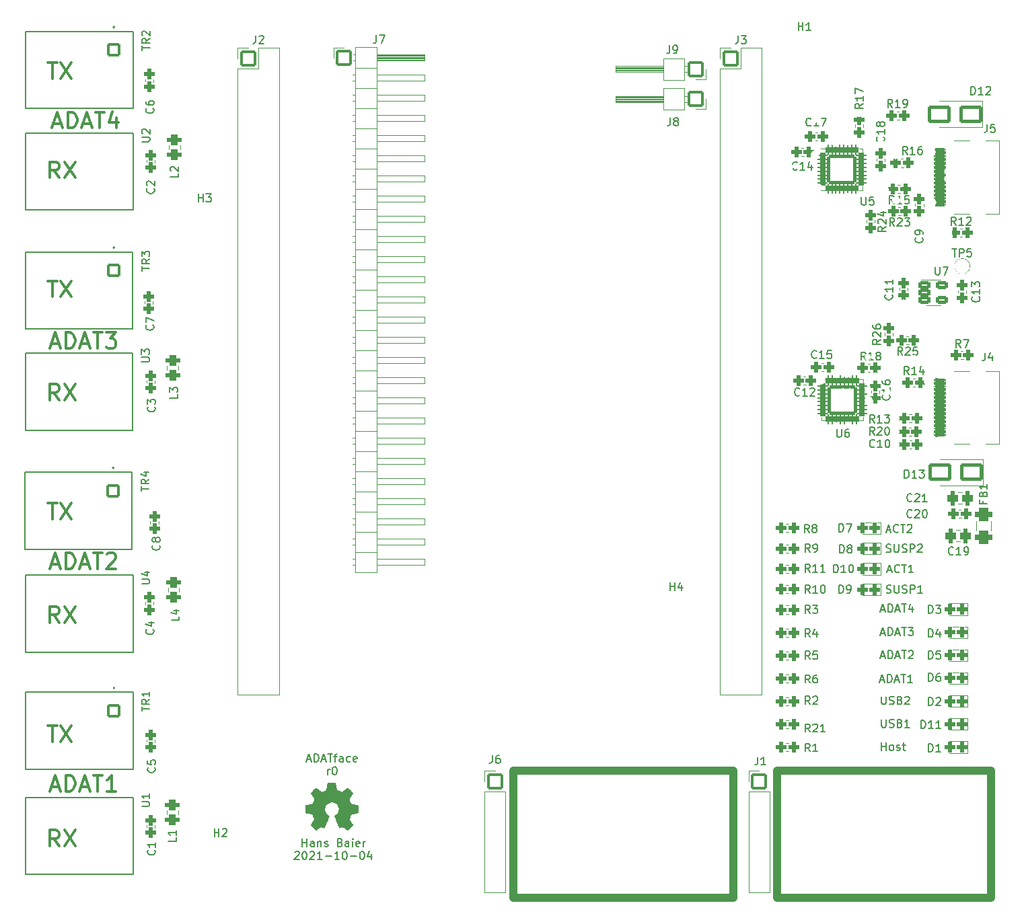
<source format=gbr>
%TF.GenerationSoftware,KiCad,Pcbnew,(6.0.7)*%
%TF.CreationDate,2022-08-05T19:12:45-07:00*%
%TF.ProjectId,adatface_baseboard,61646174-6661-4636-955f-62617365626f,rev?*%
%TF.SameCoordinates,Original*%
%TF.FileFunction,Legend,Top*%
%TF.FilePolarity,Positive*%
%FSLAX46Y46*%
G04 Gerber Fmt 4.6, Leading zero omitted, Abs format (unit mm)*
G04 Created by KiCad (PCBNEW (6.0.7)) date 2022-08-05 19:12:45*
%MOMM*%
%LPD*%
G01*
G04 APERTURE LIST*
G04 Aperture macros list*
%AMRoundRect*
0 Rectangle with rounded corners*
0 $1 Rounding radius*
0 $2 $3 $4 $5 $6 $7 $8 $9 X,Y pos of 4 corners*
0 Add a 4 corners polygon primitive as box body*
4,1,4,$2,$3,$4,$5,$6,$7,$8,$9,$2,$3,0*
0 Add four circle primitives for the rounded corners*
1,1,$1+$1,$2,$3*
1,1,$1+$1,$4,$5*
1,1,$1+$1,$6,$7*
1,1,$1+$1,$8,$9*
0 Add four rect primitives between the rounded corners*
20,1,$1+$1,$2,$3,$4,$5,0*
20,1,$1+$1,$4,$5,$6,$7,0*
20,1,$1+$1,$6,$7,$8,$9,0*
20,1,$1+$1,$8,$9,$2,$3,0*%
G04 Aperture macros list end*
%ADD10C,1.000000*%
%ADD11C,0.150000*%
%ADD12C,0.300000*%
%ADD13C,0.010000*%
%ADD14C,0.120000*%
%ADD15C,0.127000*%
%ADD16C,0.200000*%
%ADD17RoundRect,0.418750X0.218750X0.256250X-0.218750X0.256250X-0.218750X-0.256250X0.218750X-0.256250X0*%
%ADD18C,2.100000*%
%ADD19C,1.708000*%
%ADD20C,1.700000*%
%ADD21C,2.050000*%
%ADD22RoundRect,0.200000X-0.679000X0.679000X-0.679000X-0.679000X0.679000X-0.679000X0.679000X0.679000X0*%
%ADD23C,1.758000*%
%ADD24C,2.125000*%
%ADD25RoundRect,0.443750X-0.456250X0.243750X-0.456250X-0.243750X0.456250X-0.243750X0.456250X0.243750X0*%
%ADD26RoundRect,0.418750X-0.256250X0.218750X-0.256250X-0.218750X0.256250X-0.218750X0.256250X0.218750X0*%
%ADD27RoundRect,0.450000X0.625000X-0.375000X0.625000X0.375000X-0.625000X0.375000X-0.625000X-0.375000X0*%
%ADD28RoundRect,0.200000X-0.530000X-0.325000X0.530000X-0.325000X0.530000X0.325000X-0.530000X0.325000X0*%
%ADD29C,1.200000*%
%ADD30C,6.800000*%
%ADD31RoundRect,0.418750X0.256250X-0.218750X0.256250X0.218750X-0.256250X0.218750X-0.256250X-0.218750X0*%
%ADD32RoundRect,0.418750X-0.218750X-0.256250X0.218750X-0.256250X0.218750X0.256250X-0.218750X0.256250X0*%
%ADD33RoundRect,0.443750X-0.243750X-0.456250X0.243750X-0.456250X0.243750X0.456250X-0.243750X0.456250X0*%
%ADD34RoundRect,0.200000X-0.850000X-0.850000X0.850000X-0.850000X0.850000X0.850000X-0.850000X0.850000X0*%
%ADD35O,2.100000X2.100000*%
%ADD36C,1.900000*%
%ADD37C,1.050000*%
%ADD38RoundRect,0.200000X0.575000X-0.150000X0.575000X0.150000X-0.575000X0.150000X-0.575000X-0.150000X0*%
%ADD39O,2.500000X1.400000*%
%ADD40O,2.000000X1.400000*%
%ADD41RoundRect,0.200000X1.250000X0.900000X-1.250000X0.900000X-1.250000X-0.900000X1.250000X-0.900000X0*%
%ADD42RoundRect,0.200000X0.850000X0.850000X-0.850000X0.850000X-0.850000X-0.850000X0.850000X-0.850000X0*%
%ADD43RoundRect,0.262500X-0.375000X-0.062500X0.375000X-0.062500X0.375000X0.062500X-0.375000X0.062500X0*%
%ADD44RoundRect,0.262500X-0.062500X-0.375000X0.062500X-0.375000X0.062500X0.375000X-0.062500X0.375000X0*%
%ADD45RoundRect,0.200000X-1.650000X-1.650000X1.650000X-1.650000X1.650000X1.650000X-1.650000X1.650000X0*%
%ADD46C,0.850000*%
%ADD47C,1.350000*%
%ADD48C,1.150000*%
G04 APERTURE END LIST*
D10*
X134500000Y-131600000D02*
X161450000Y-131600000D01*
X161450000Y-131600000D02*
X161450000Y-147600000D01*
X161450000Y-147600000D02*
X134500000Y-147600000D01*
X134500000Y-147600000D02*
X134500000Y-131600000D01*
X101300000Y-131600000D02*
X129025000Y-131600000D01*
X129025000Y-131600000D02*
X129025000Y-147600000D01*
X129025000Y-147600000D02*
X101300000Y-147600000D01*
X101300000Y-147600000D02*
X101300000Y-131600000D01*
D11*
X74745238Y-141122380D02*
X74745238Y-140122380D01*
X74745238Y-140598571D02*
X75316666Y-140598571D01*
X75316666Y-141122380D02*
X75316666Y-140122380D01*
X76221428Y-141122380D02*
X76221428Y-140598571D01*
X76173809Y-140503333D01*
X76078571Y-140455714D01*
X75888095Y-140455714D01*
X75792857Y-140503333D01*
X76221428Y-141074761D02*
X76126190Y-141122380D01*
X75888095Y-141122380D01*
X75792857Y-141074761D01*
X75745238Y-140979523D01*
X75745238Y-140884285D01*
X75792857Y-140789047D01*
X75888095Y-140741428D01*
X76126190Y-140741428D01*
X76221428Y-140693809D01*
X76697619Y-140455714D02*
X76697619Y-141122380D01*
X76697619Y-140550952D02*
X76745238Y-140503333D01*
X76840476Y-140455714D01*
X76983333Y-140455714D01*
X77078571Y-140503333D01*
X77126190Y-140598571D01*
X77126190Y-141122380D01*
X77554761Y-141074761D02*
X77650000Y-141122380D01*
X77840476Y-141122380D01*
X77935714Y-141074761D01*
X77983333Y-140979523D01*
X77983333Y-140931904D01*
X77935714Y-140836666D01*
X77840476Y-140789047D01*
X77697619Y-140789047D01*
X77602380Y-140741428D01*
X77554761Y-140646190D01*
X77554761Y-140598571D01*
X77602380Y-140503333D01*
X77697619Y-140455714D01*
X77840476Y-140455714D01*
X77935714Y-140503333D01*
X79507142Y-140598571D02*
X79650000Y-140646190D01*
X79697619Y-140693809D01*
X79745238Y-140789047D01*
X79745238Y-140931904D01*
X79697619Y-141027142D01*
X79650000Y-141074761D01*
X79554761Y-141122380D01*
X79173809Y-141122380D01*
X79173809Y-140122380D01*
X79507142Y-140122380D01*
X79602380Y-140170000D01*
X79650000Y-140217619D01*
X79697619Y-140312857D01*
X79697619Y-140408095D01*
X79650000Y-140503333D01*
X79602380Y-140550952D01*
X79507142Y-140598571D01*
X79173809Y-140598571D01*
X80602380Y-141122380D02*
X80602380Y-140598571D01*
X80554761Y-140503333D01*
X80459523Y-140455714D01*
X80269047Y-140455714D01*
X80173809Y-140503333D01*
X80602380Y-141074761D02*
X80507142Y-141122380D01*
X80269047Y-141122380D01*
X80173809Y-141074761D01*
X80126190Y-140979523D01*
X80126190Y-140884285D01*
X80173809Y-140789047D01*
X80269047Y-140741428D01*
X80507142Y-140741428D01*
X80602380Y-140693809D01*
X81078571Y-141122380D02*
X81078571Y-140455714D01*
X81078571Y-140122380D02*
X81030952Y-140170000D01*
X81078571Y-140217619D01*
X81126190Y-140170000D01*
X81078571Y-140122380D01*
X81078571Y-140217619D01*
X81935714Y-141074761D02*
X81840476Y-141122380D01*
X81650000Y-141122380D01*
X81554761Y-141074761D01*
X81507142Y-140979523D01*
X81507142Y-140598571D01*
X81554761Y-140503333D01*
X81650000Y-140455714D01*
X81840476Y-140455714D01*
X81935714Y-140503333D01*
X81983333Y-140598571D01*
X81983333Y-140693809D01*
X81507142Y-140789047D01*
X82411904Y-141122380D02*
X82411904Y-140455714D01*
X82411904Y-140646190D02*
X82459523Y-140550952D01*
X82507142Y-140503333D01*
X82602380Y-140455714D01*
X82697619Y-140455714D01*
X73792857Y-141827619D02*
X73840476Y-141780000D01*
X73935714Y-141732380D01*
X74173809Y-141732380D01*
X74269047Y-141780000D01*
X74316666Y-141827619D01*
X74364285Y-141922857D01*
X74364285Y-142018095D01*
X74316666Y-142160952D01*
X73745238Y-142732380D01*
X74364285Y-142732380D01*
X74983333Y-141732380D02*
X75078571Y-141732380D01*
X75173809Y-141780000D01*
X75221428Y-141827619D01*
X75269047Y-141922857D01*
X75316666Y-142113333D01*
X75316666Y-142351428D01*
X75269047Y-142541904D01*
X75221428Y-142637142D01*
X75173809Y-142684761D01*
X75078571Y-142732380D01*
X74983333Y-142732380D01*
X74888095Y-142684761D01*
X74840476Y-142637142D01*
X74792857Y-142541904D01*
X74745238Y-142351428D01*
X74745238Y-142113333D01*
X74792857Y-141922857D01*
X74840476Y-141827619D01*
X74888095Y-141780000D01*
X74983333Y-141732380D01*
X75697619Y-141827619D02*
X75745238Y-141780000D01*
X75840476Y-141732380D01*
X76078571Y-141732380D01*
X76173809Y-141780000D01*
X76221428Y-141827619D01*
X76269047Y-141922857D01*
X76269047Y-142018095D01*
X76221428Y-142160952D01*
X75650000Y-142732380D01*
X76269047Y-142732380D01*
X77221428Y-142732380D02*
X76650000Y-142732380D01*
X76935714Y-142732380D02*
X76935714Y-141732380D01*
X76840476Y-141875238D01*
X76745238Y-141970476D01*
X76650000Y-142018095D01*
X77650000Y-142351428D02*
X78411904Y-142351428D01*
X79411904Y-142732380D02*
X78840476Y-142732380D01*
X79126190Y-142732380D02*
X79126190Y-141732380D01*
X79030952Y-141875238D01*
X78935714Y-141970476D01*
X78840476Y-142018095D01*
X80030952Y-141732380D02*
X80126190Y-141732380D01*
X80221428Y-141780000D01*
X80269047Y-141827619D01*
X80316666Y-141922857D01*
X80364285Y-142113333D01*
X80364285Y-142351428D01*
X80316666Y-142541904D01*
X80269047Y-142637142D01*
X80221428Y-142684761D01*
X80126190Y-142732380D01*
X80030952Y-142732380D01*
X79935714Y-142684761D01*
X79888095Y-142637142D01*
X79840476Y-142541904D01*
X79792857Y-142351428D01*
X79792857Y-142113333D01*
X79840476Y-141922857D01*
X79888095Y-141827619D01*
X79935714Y-141780000D01*
X80030952Y-141732380D01*
X80792857Y-142351428D02*
X81554761Y-142351428D01*
X82221428Y-141732380D02*
X82316666Y-141732380D01*
X82411904Y-141780000D01*
X82459523Y-141827619D01*
X82507142Y-141922857D01*
X82554761Y-142113333D01*
X82554761Y-142351428D01*
X82507142Y-142541904D01*
X82459523Y-142637142D01*
X82411904Y-142684761D01*
X82316666Y-142732380D01*
X82221428Y-142732380D01*
X82126190Y-142684761D01*
X82078571Y-142637142D01*
X82030952Y-142541904D01*
X81983333Y-142351428D01*
X81983333Y-142113333D01*
X82030952Y-141922857D01*
X82078571Y-141827619D01*
X82126190Y-141780000D01*
X82221428Y-141732380D01*
X83411904Y-142065714D02*
X83411904Y-142732380D01*
X83173809Y-141684761D02*
X82935714Y-142399047D01*
X83554761Y-142399047D01*
D12*
X42726190Y-97904761D02*
X43869047Y-97904761D01*
X43297619Y-99904761D02*
X43297619Y-97904761D01*
X44345238Y-97904761D02*
X45678571Y-99904761D01*
X45678571Y-97904761D02*
X44345238Y-99904761D01*
D11*
X75357142Y-130161666D02*
X75833333Y-130161666D01*
X75261904Y-130447380D02*
X75595238Y-129447380D01*
X75928571Y-130447380D01*
X76261904Y-130447380D02*
X76261904Y-129447380D01*
X76500000Y-129447380D01*
X76642857Y-129495000D01*
X76738095Y-129590238D01*
X76785714Y-129685476D01*
X76833333Y-129875952D01*
X76833333Y-130018809D01*
X76785714Y-130209285D01*
X76738095Y-130304523D01*
X76642857Y-130399761D01*
X76500000Y-130447380D01*
X76261904Y-130447380D01*
X77214285Y-130161666D02*
X77690476Y-130161666D01*
X77119047Y-130447380D02*
X77452380Y-129447380D01*
X77785714Y-130447380D01*
X77976190Y-129447380D02*
X78547619Y-129447380D01*
X78261904Y-130447380D02*
X78261904Y-129447380D01*
X78738095Y-129780714D02*
X79119047Y-129780714D01*
X78880952Y-130447380D02*
X78880952Y-129590238D01*
X78928571Y-129495000D01*
X79023809Y-129447380D01*
X79119047Y-129447380D01*
X79880952Y-130447380D02*
X79880952Y-129923571D01*
X79833333Y-129828333D01*
X79738095Y-129780714D01*
X79547619Y-129780714D01*
X79452380Y-129828333D01*
X79880952Y-130399761D02*
X79785714Y-130447380D01*
X79547619Y-130447380D01*
X79452380Y-130399761D01*
X79404761Y-130304523D01*
X79404761Y-130209285D01*
X79452380Y-130114047D01*
X79547619Y-130066428D01*
X79785714Y-130066428D01*
X79880952Y-130018809D01*
X80785714Y-130399761D02*
X80690476Y-130447380D01*
X80500000Y-130447380D01*
X80404761Y-130399761D01*
X80357142Y-130352142D01*
X80309523Y-130256904D01*
X80309523Y-129971190D01*
X80357142Y-129875952D01*
X80404761Y-129828333D01*
X80500000Y-129780714D01*
X80690476Y-129780714D01*
X80785714Y-129828333D01*
X81595238Y-130399761D02*
X81500000Y-130447380D01*
X81309523Y-130447380D01*
X81214285Y-130399761D01*
X81166666Y-130304523D01*
X81166666Y-129923571D01*
X81214285Y-129828333D01*
X81309523Y-129780714D01*
X81500000Y-129780714D01*
X81595238Y-129828333D01*
X81642857Y-129923571D01*
X81642857Y-130018809D01*
X81166666Y-130114047D01*
X77952380Y-132057380D02*
X77952380Y-131390714D01*
X77952380Y-131581190D02*
X78000000Y-131485952D01*
X78047619Y-131438333D01*
X78142857Y-131390714D01*
X78238095Y-131390714D01*
X78761904Y-131057380D02*
X78857142Y-131057380D01*
X78952380Y-131105000D01*
X79000000Y-131152619D01*
X79047619Y-131247857D01*
X79095238Y-131438333D01*
X79095238Y-131676428D01*
X79047619Y-131866904D01*
X79000000Y-131962142D01*
X78952380Y-132009761D01*
X78857142Y-132057380D01*
X78761904Y-132057380D01*
X78666666Y-132009761D01*
X78619047Y-131962142D01*
X78571428Y-131866904D01*
X78523809Y-131676428D01*
X78523809Y-131438333D01*
X78571428Y-131247857D01*
X78619047Y-131152619D01*
X78666666Y-131105000D01*
X78761904Y-131057380D01*
D12*
X44154762Y-84904761D02*
X43488096Y-83952380D01*
X43011905Y-84904761D02*
X43011905Y-82904761D01*
X43773810Y-82904761D01*
X43964286Y-83000000D01*
X44059524Y-83095238D01*
X44154762Y-83285714D01*
X44154762Y-83571428D01*
X44059524Y-83761904D01*
X43964286Y-83857142D01*
X43773810Y-83952380D01*
X43011905Y-83952380D01*
X44821429Y-82904761D02*
X46154762Y-84904761D01*
X46154762Y-82904761D02*
X44821429Y-84904761D01*
X42726190Y-42404761D02*
X43869047Y-42404761D01*
X43297619Y-44404761D02*
X43297619Y-42404761D01*
X44345238Y-42404761D02*
X45678571Y-44404761D01*
X45678571Y-42404761D02*
X44345238Y-44404761D01*
X44154762Y-112904761D02*
X43488096Y-111952380D01*
X43011905Y-112904761D02*
X43011905Y-110904761D01*
X43773810Y-110904761D01*
X43964286Y-111000000D01*
X44059524Y-111095238D01*
X44154762Y-111285714D01*
X44154762Y-111571428D01*
X44059524Y-111761904D01*
X43964286Y-111857142D01*
X43773810Y-111952380D01*
X43011905Y-111952380D01*
X44821429Y-110904761D02*
X46154762Y-112904761D01*
X46154762Y-110904761D02*
X44821429Y-112904761D01*
X43202380Y-133583333D02*
X44154761Y-133583333D01*
X43011904Y-134154761D02*
X43678571Y-132154761D01*
X44345238Y-134154761D01*
X45011904Y-134154761D02*
X45011904Y-132154761D01*
X45488095Y-132154761D01*
X45773809Y-132250000D01*
X45964285Y-132440476D01*
X46059523Y-132630952D01*
X46154761Y-133011904D01*
X46154761Y-133297619D01*
X46059523Y-133678571D01*
X45964285Y-133869047D01*
X45773809Y-134059523D01*
X45488095Y-134154761D01*
X45011904Y-134154761D01*
X46916666Y-133583333D02*
X47869047Y-133583333D01*
X46726190Y-134154761D02*
X47392857Y-132154761D01*
X48059523Y-134154761D01*
X48440476Y-132154761D02*
X49583333Y-132154761D01*
X49011904Y-134154761D02*
X49011904Y-132154761D01*
X51297619Y-134154761D02*
X50154761Y-134154761D01*
X50726190Y-134154761D02*
X50726190Y-132154761D01*
X50535714Y-132440476D01*
X50345238Y-132630952D01*
X50154761Y-132726190D01*
X43202380Y-105583333D02*
X44154761Y-105583333D01*
X43011904Y-106154761D02*
X43678571Y-104154761D01*
X44345238Y-106154761D01*
X45011904Y-106154761D02*
X45011904Y-104154761D01*
X45488095Y-104154761D01*
X45773809Y-104250000D01*
X45964285Y-104440476D01*
X46059523Y-104630952D01*
X46154761Y-105011904D01*
X46154761Y-105297619D01*
X46059523Y-105678571D01*
X45964285Y-105869047D01*
X45773809Y-106059523D01*
X45488095Y-106154761D01*
X45011904Y-106154761D01*
X46916666Y-105583333D02*
X47869047Y-105583333D01*
X46726190Y-106154761D02*
X47392857Y-104154761D01*
X48059523Y-106154761D01*
X48440476Y-104154761D02*
X49583333Y-104154761D01*
X49011904Y-106154761D02*
X49011904Y-104154761D01*
X50154761Y-104345238D02*
X50250000Y-104250000D01*
X50440476Y-104154761D01*
X50916666Y-104154761D01*
X51107142Y-104250000D01*
X51202380Y-104345238D01*
X51297619Y-104535714D01*
X51297619Y-104726190D01*
X51202380Y-105011904D01*
X50059523Y-106154761D01*
X51297619Y-106154761D01*
X42726190Y-125904761D02*
X43869047Y-125904761D01*
X43297619Y-127904761D02*
X43297619Y-125904761D01*
X44345238Y-125904761D02*
X45678571Y-127904761D01*
X45678571Y-125904761D02*
X44345238Y-127904761D01*
X44154762Y-56904761D02*
X43488096Y-55952380D01*
X43011905Y-56904761D02*
X43011905Y-54904761D01*
X43773810Y-54904761D01*
X43964286Y-55000000D01*
X44059524Y-55095238D01*
X44154762Y-55285714D01*
X44154762Y-55571428D01*
X44059524Y-55761904D01*
X43964286Y-55857142D01*
X43773810Y-55952380D01*
X43011905Y-55952380D01*
X44821429Y-54904761D02*
X46154762Y-56904761D01*
X46154762Y-54904761D02*
X44821429Y-56904761D01*
X42726190Y-69904761D02*
X43869047Y-69904761D01*
X43297619Y-71904761D02*
X43297619Y-69904761D01*
X44345238Y-69904761D02*
X45678571Y-71904761D01*
X45678571Y-69904761D02*
X44345238Y-71904761D01*
X43202380Y-77833333D02*
X44154761Y-77833333D01*
X43011904Y-78404761D02*
X43678571Y-76404761D01*
X44345238Y-78404761D01*
X45011904Y-78404761D02*
X45011904Y-76404761D01*
X45488095Y-76404761D01*
X45773809Y-76500000D01*
X45964285Y-76690476D01*
X46059523Y-76880952D01*
X46154761Y-77261904D01*
X46154761Y-77547619D01*
X46059523Y-77928571D01*
X45964285Y-78119047D01*
X45773809Y-78309523D01*
X45488095Y-78404761D01*
X45011904Y-78404761D01*
X46916666Y-77833333D02*
X47869047Y-77833333D01*
X46726190Y-78404761D02*
X47392857Y-76404761D01*
X48059523Y-78404761D01*
X48440476Y-76404761D02*
X49583333Y-76404761D01*
X49011904Y-78404761D02*
X49011904Y-76404761D01*
X50059523Y-76404761D02*
X51297619Y-76404761D01*
X50630952Y-77166666D01*
X50916666Y-77166666D01*
X51107142Y-77261904D01*
X51202380Y-77357142D01*
X51297619Y-77547619D01*
X51297619Y-78023809D01*
X51202380Y-78214285D01*
X51107142Y-78309523D01*
X50916666Y-78404761D01*
X50345238Y-78404761D01*
X50154761Y-78309523D01*
X50059523Y-78214285D01*
X44154762Y-141054761D02*
X43488096Y-140102380D01*
X43011905Y-141054761D02*
X43011905Y-139054761D01*
X43773810Y-139054761D01*
X43964286Y-139150000D01*
X44059524Y-139245238D01*
X44154762Y-139435714D01*
X44154762Y-139721428D01*
X44059524Y-139911904D01*
X43964286Y-140007142D01*
X43773810Y-140102380D01*
X43011905Y-140102380D01*
X44821429Y-139054761D02*
X46154762Y-141054761D01*
X46154762Y-139054761D02*
X44821429Y-141054761D01*
X43452380Y-50083333D02*
X44404761Y-50083333D01*
X43261904Y-50654761D02*
X43928571Y-48654761D01*
X44595238Y-50654761D01*
X45261904Y-50654761D02*
X45261904Y-48654761D01*
X45738095Y-48654761D01*
X46023809Y-48750000D01*
X46214285Y-48940476D01*
X46309523Y-49130952D01*
X46404761Y-49511904D01*
X46404761Y-49797619D01*
X46309523Y-50178571D01*
X46214285Y-50369047D01*
X46023809Y-50559523D01*
X45738095Y-50654761D01*
X45261904Y-50654761D01*
X47166666Y-50083333D02*
X48119047Y-50083333D01*
X46976190Y-50654761D02*
X47642857Y-48654761D01*
X48309523Y-50654761D01*
X48690476Y-48654761D02*
X49833333Y-48654761D01*
X49261904Y-50654761D02*
X49261904Y-48654761D01*
X51357142Y-49321428D02*
X51357142Y-50654761D01*
X50880952Y-48559523D02*
X50404761Y-49988095D01*
X51642857Y-49988095D01*
D11*
%TO.C,C10*%
X146757142Y-90782142D02*
X146709523Y-90829761D01*
X146566666Y-90877380D01*
X146471428Y-90877380D01*
X146328571Y-90829761D01*
X146233333Y-90734523D01*
X146185714Y-90639285D01*
X146138095Y-90448809D01*
X146138095Y-90305952D01*
X146185714Y-90115476D01*
X146233333Y-90020238D01*
X146328571Y-89925000D01*
X146471428Y-89877380D01*
X146566666Y-89877380D01*
X146709523Y-89925000D01*
X146757142Y-89972619D01*
X147709523Y-90877380D02*
X147138095Y-90877380D01*
X147423809Y-90877380D02*
X147423809Y-89877380D01*
X147328571Y-90020238D01*
X147233333Y-90115476D01*
X147138095Y-90163095D01*
X148328571Y-89877380D02*
X148423809Y-89877380D01*
X148519047Y-89925000D01*
X148566666Y-89972619D01*
X148614285Y-90067857D01*
X148661904Y-90258333D01*
X148661904Y-90496428D01*
X148614285Y-90686904D01*
X148566666Y-90782142D01*
X148519047Y-90829761D01*
X148423809Y-90877380D01*
X148328571Y-90877380D01*
X148233333Y-90829761D01*
X148185714Y-90782142D01*
X148138095Y-90686904D01*
X148090476Y-90496428D01*
X148090476Y-90258333D01*
X148138095Y-90067857D01*
X148185714Y-89972619D01*
X148233333Y-89925000D01*
X148328571Y-89877380D01*
%TO.C,R4*%
X138633333Y-114734046D02*
X138300000Y-114257856D01*
X138061904Y-114734046D02*
X138061904Y-113734046D01*
X138442857Y-113734046D01*
X138538095Y-113781666D01*
X138585714Y-113829285D01*
X138633333Y-113924523D01*
X138633333Y-114067380D01*
X138585714Y-114162618D01*
X138538095Y-114210237D01*
X138442857Y-114257856D01*
X138061904Y-114257856D01*
X139490476Y-114067380D02*
X139490476Y-114734046D01*
X139252380Y-113686427D02*
X139014285Y-114400713D01*
X139633333Y-114400713D01*
%TO.C,U1*%
X54537319Y-136031634D02*
X55347843Y-136031634D01*
X55443199Y-135983956D01*
X55490877Y-135936278D01*
X55538555Y-135840922D01*
X55538555Y-135650211D01*
X55490877Y-135554855D01*
X55443199Y-135507177D01*
X55347843Y-135459499D01*
X54537319Y-135459499D01*
X55538555Y-134458263D02*
X55538555Y-135030398D01*
X55538555Y-134744331D02*
X54537319Y-134744331D01*
X54680352Y-134839686D01*
X54775708Y-134935042D01*
X54823386Y-135030398D01*
%TO.C,TR2*%
X54552380Y-40861904D02*
X54552380Y-40290476D01*
X55552380Y-40576190D02*
X54552380Y-40576190D01*
X55552380Y-39385714D02*
X55076190Y-39719047D01*
X55552380Y-39957142D02*
X54552380Y-39957142D01*
X54552380Y-39576190D01*
X54600000Y-39480952D01*
X54647619Y-39433333D01*
X54742857Y-39385714D01*
X54885714Y-39385714D01*
X54980952Y-39433333D01*
X55028571Y-39480952D01*
X55076190Y-39576190D01*
X55076190Y-39957142D01*
X54647619Y-39004761D02*
X54600000Y-38957142D01*
X54552380Y-38861904D01*
X54552380Y-38623809D01*
X54600000Y-38528571D01*
X54647619Y-38480952D01*
X54742857Y-38433333D01*
X54838095Y-38433333D01*
X54980952Y-38480952D01*
X55552380Y-39052380D01*
X55552380Y-38433333D01*
%TO.C,L3*%
X59052380Y-84166666D02*
X59052380Y-84642857D01*
X58052380Y-84642857D01*
X58052380Y-83928571D02*
X58052380Y-83309523D01*
X58433333Y-83642857D01*
X58433333Y-83500000D01*
X58480952Y-83404761D01*
X58528571Y-83357142D01*
X58623809Y-83309523D01*
X58861904Y-83309523D01*
X58957142Y-83357142D01*
X59004761Y-83404761D01*
X59052380Y-83500000D01*
X59052380Y-83785714D01*
X59004761Y-83880952D01*
X58957142Y-83928571D01*
%TO.C,TR3*%
X54528083Y-68625544D02*
X54528083Y-68054116D01*
X55528083Y-68339830D02*
X54528083Y-68339830D01*
X55528083Y-67149354D02*
X55051893Y-67482687D01*
X55528083Y-67720782D02*
X54528083Y-67720782D01*
X54528083Y-67339830D01*
X54575703Y-67244592D01*
X54623322Y-67196973D01*
X54718560Y-67149354D01*
X54861417Y-67149354D01*
X54956655Y-67196973D01*
X55004274Y-67244592D01*
X55051893Y-67339830D01*
X55051893Y-67720782D01*
X54528083Y-66816020D02*
X54528083Y-66196973D01*
X54909036Y-66530306D01*
X54909036Y-66387449D01*
X54956655Y-66292211D01*
X55004274Y-66244592D01*
X55099512Y-66196973D01*
X55337607Y-66196973D01*
X55432845Y-66244592D01*
X55480464Y-66292211D01*
X55528083Y-66387449D01*
X55528083Y-66673163D01*
X55480464Y-66768401D01*
X55432845Y-66816020D01*
%TO.C,C9*%
X152757142Y-64466666D02*
X152804761Y-64514285D01*
X152852380Y-64657142D01*
X152852380Y-64752380D01*
X152804761Y-64895238D01*
X152709523Y-64990476D01*
X152614285Y-65038095D01*
X152423809Y-65085714D01*
X152280952Y-65085714D01*
X152090476Y-65038095D01*
X151995238Y-64990476D01*
X151900000Y-64895238D01*
X151852380Y-64752380D01*
X151852380Y-64657142D01*
X151900000Y-64514285D01*
X151947619Y-64466666D01*
X152852380Y-63990476D02*
X152852380Y-63800000D01*
X152804761Y-63704761D01*
X152757142Y-63657142D01*
X152614285Y-63561904D01*
X152423809Y-63514285D01*
X152042857Y-63514285D01*
X151947619Y-63561904D01*
X151900000Y-63609523D01*
X151852380Y-63704761D01*
X151852380Y-63895238D01*
X151900000Y-63990476D01*
X151947619Y-64038095D01*
X152042857Y-64085714D01*
X152280952Y-64085714D01*
X152376190Y-64038095D01*
X152423809Y-63990476D01*
X152471428Y-63895238D01*
X152471428Y-63704761D01*
X152423809Y-63609523D01*
X152376190Y-63561904D01*
X152280952Y-63514285D01*
%TO.C,FB1*%
X160428571Y-97583333D02*
X160428571Y-97916666D01*
X160952380Y-97916666D02*
X159952380Y-97916666D01*
X159952380Y-97440476D01*
X160428571Y-96726190D02*
X160476190Y-96583333D01*
X160523809Y-96535714D01*
X160619047Y-96488095D01*
X160761904Y-96488095D01*
X160857142Y-96535714D01*
X160904761Y-96583333D01*
X160952380Y-96678571D01*
X160952380Y-97059523D01*
X159952380Y-97059523D01*
X159952380Y-96726190D01*
X160000000Y-96630952D01*
X160047619Y-96583333D01*
X160142857Y-96535714D01*
X160238095Y-96535714D01*
X160333333Y-96583333D01*
X160380952Y-96630952D01*
X160428571Y-96726190D01*
X160428571Y-97059523D01*
X160952380Y-95535714D02*
X160952380Y-96107142D01*
X160952380Y-95821428D02*
X159952380Y-95821428D01*
X160095238Y-95916666D01*
X160190476Y-96011904D01*
X160238095Y-96107142D01*
%TO.C,R8*%
X138533333Y-101580191D02*
X138200000Y-101104001D01*
X137961904Y-101580191D02*
X137961904Y-100580191D01*
X138342857Y-100580191D01*
X138438095Y-100627811D01*
X138485714Y-100675430D01*
X138533333Y-100770668D01*
X138533333Y-100913525D01*
X138485714Y-101008763D01*
X138438095Y-101056382D01*
X138342857Y-101104001D01*
X137961904Y-101104001D01*
X139104761Y-101008763D02*
X139009523Y-100961144D01*
X138961904Y-100913525D01*
X138914285Y-100818287D01*
X138914285Y-100770668D01*
X138961904Y-100675430D01*
X139009523Y-100627811D01*
X139104761Y-100580191D01*
X139295238Y-100580191D01*
X139390476Y-100627811D01*
X139438095Y-100675430D01*
X139485714Y-100770668D01*
X139485714Y-100818287D01*
X139438095Y-100913525D01*
X139390476Y-100961144D01*
X139295238Y-101008763D01*
X139104761Y-101008763D01*
X139009523Y-101056382D01*
X138961904Y-101104001D01*
X138914285Y-101199239D01*
X138914285Y-101389715D01*
X138961904Y-101484953D01*
X139009523Y-101532572D01*
X139104761Y-101580191D01*
X139295238Y-101580191D01*
X139390476Y-101532572D01*
X139438095Y-101484953D01*
X139485714Y-101389715D01*
X139485714Y-101199239D01*
X139438095Y-101104001D01*
X139390476Y-101056382D01*
X139295238Y-101008763D01*
%TO.C,C5*%
X56157142Y-131166666D02*
X56204761Y-131214285D01*
X56252380Y-131357142D01*
X56252380Y-131452380D01*
X56204761Y-131595238D01*
X56109523Y-131690476D01*
X56014285Y-131738095D01*
X55823809Y-131785714D01*
X55680952Y-131785714D01*
X55490476Y-131738095D01*
X55395238Y-131690476D01*
X55300000Y-131595238D01*
X55252380Y-131452380D01*
X55252380Y-131357142D01*
X55300000Y-131214285D01*
X55347619Y-131166666D01*
X55252380Y-130261904D02*
X55252380Y-130738095D01*
X55728571Y-130785714D01*
X55680952Y-130738095D01*
X55633333Y-130642857D01*
X55633333Y-130404761D01*
X55680952Y-130309523D01*
X55728571Y-130261904D01*
X55823809Y-130214285D01*
X56061904Y-130214285D01*
X56157142Y-130261904D01*
X56204761Y-130309523D01*
X56252380Y-130404761D01*
X56252380Y-130642857D01*
X56204761Y-130738095D01*
X56157142Y-130785714D01*
%TO.C,U7*%
X154413095Y-68127380D02*
X154413095Y-68936904D01*
X154460714Y-69032142D01*
X154508333Y-69079761D01*
X154603571Y-69127380D01*
X154794047Y-69127380D01*
X154889285Y-69079761D01*
X154936904Y-69032142D01*
X154984523Y-68936904D01*
X154984523Y-68127380D01*
X155365476Y-68127380D02*
X156032142Y-68127380D01*
X155603571Y-69127380D01*
%TO.C,H3*%
X61688095Y-59952380D02*
X61688095Y-58952380D01*
X61688095Y-59428571D02*
X62259523Y-59428571D01*
X62259523Y-59952380D02*
X62259523Y-58952380D01*
X62640476Y-58952380D02*
X63259523Y-58952380D01*
X62926190Y-59333333D01*
X63069047Y-59333333D01*
X63164285Y-59380952D01*
X63211904Y-59428571D01*
X63259523Y-59523809D01*
X63259523Y-59761904D01*
X63211904Y-59857142D01*
X63164285Y-59904761D01*
X63069047Y-59952380D01*
X62783333Y-59952380D01*
X62688095Y-59904761D01*
X62640476Y-59857142D01*
%TO.C,H4*%
X121031095Y-108901380D02*
X121031095Y-107901380D01*
X121031095Y-108377571D02*
X121602523Y-108377571D01*
X121602523Y-108901380D02*
X121602523Y-107901380D01*
X122507285Y-108234714D02*
X122507285Y-108901380D01*
X122269190Y-107853761D02*
X122031095Y-108568047D01*
X122650142Y-108568047D01*
%TO.C,D4*%
X153561904Y-114744046D02*
X153561904Y-113744046D01*
X153800000Y-113744046D01*
X153942857Y-113791666D01*
X154038095Y-113886904D01*
X154085714Y-113982142D01*
X154133333Y-114172618D01*
X154133333Y-114315475D01*
X154085714Y-114505951D01*
X154038095Y-114601189D01*
X153942857Y-114696427D01*
X153800000Y-114744046D01*
X153561904Y-114744046D01*
X154990476Y-114077380D02*
X154990476Y-114744046D01*
X154752380Y-113696427D02*
X154514285Y-114410713D01*
X155133333Y-114410713D01*
X147576190Y-114266666D02*
X148052380Y-114266666D01*
X147480952Y-114552380D02*
X147814285Y-113552380D01*
X148147619Y-114552380D01*
X148480952Y-114552380D02*
X148480952Y-113552380D01*
X148719047Y-113552380D01*
X148861904Y-113600000D01*
X148957142Y-113695238D01*
X149004761Y-113790476D01*
X149052380Y-113980952D01*
X149052380Y-114123809D01*
X149004761Y-114314285D01*
X148957142Y-114409523D01*
X148861904Y-114504761D01*
X148719047Y-114552380D01*
X148480952Y-114552380D01*
X149433333Y-114266666D02*
X149909523Y-114266666D01*
X149338095Y-114552380D02*
X149671428Y-113552380D01*
X150004761Y-114552380D01*
X150195238Y-113552380D02*
X150766666Y-113552380D01*
X150480952Y-114552380D02*
X150480952Y-113552380D01*
X151004761Y-113552380D02*
X151623809Y-113552380D01*
X151290476Y-113933333D01*
X151433333Y-113933333D01*
X151528571Y-113980952D01*
X151576190Y-114028571D01*
X151623809Y-114123809D01*
X151623809Y-114361904D01*
X151576190Y-114457142D01*
X151528571Y-114504761D01*
X151433333Y-114552380D01*
X151147619Y-114552380D01*
X151052380Y-114504761D01*
X151004761Y-114457142D01*
%TO.C,R13*%
X146732142Y-87752380D02*
X146398809Y-87276190D01*
X146160714Y-87752380D02*
X146160714Y-86752380D01*
X146541666Y-86752380D01*
X146636904Y-86800000D01*
X146684523Y-86847619D01*
X146732142Y-86942857D01*
X146732142Y-87085714D01*
X146684523Y-87180952D01*
X146636904Y-87228571D01*
X146541666Y-87276190D01*
X146160714Y-87276190D01*
X147684523Y-87752380D02*
X147113095Y-87752380D01*
X147398809Y-87752380D02*
X147398809Y-86752380D01*
X147303571Y-86895238D01*
X147208333Y-86990476D01*
X147113095Y-87038095D01*
X148017857Y-86752380D02*
X148636904Y-86752380D01*
X148303571Y-87133333D01*
X148446428Y-87133333D01*
X148541666Y-87180952D01*
X148589285Y-87228571D01*
X148636904Y-87323809D01*
X148636904Y-87561904D01*
X148589285Y-87657142D01*
X148541666Y-87704761D01*
X148446428Y-87752380D01*
X148160714Y-87752380D01*
X148065476Y-87704761D01*
X148017857Y-87657142D01*
%TO.C,D5*%
X153561904Y-117485712D02*
X153561904Y-116485712D01*
X153800000Y-116485712D01*
X153942857Y-116533332D01*
X154038095Y-116628570D01*
X154085714Y-116723808D01*
X154133333Y-116914284D01*
X154133333Y-117057141D01*
X154085714Y-117247617D01*
X154038095Y-117342855D01*
X153942857Y-117438093D01*
X153800000Y-117485712D01*
X153561904Y-117485712D01*
X155038095Y-116485712D02*
X154561904Y-116485712D01*
X154514285Y-116961903D01*
X154561904Y-116914284D01*
X154657142Y-116866665D01*
X154895238Y-116866665D01*
X154990476Y-116914284D01*
X155038095Y-116961903D01*
X155085714Y-117057141D01*
X155085714Y-117295236D01*
X155038095Y-117390474D01*
X154990476Y-117438093D01*
X154895238Y-117485712D01*
X154657142Y-117485712D01*
X154561904Y-117438093D01*
X154514285Y-117390474D01*
X147576190Y-117166666D02*
X148052380Y-117166666D01*
X147480952Y-117452380D02*
X147814285Y-116452380D01*
X148147619Y-117452380D01*
X148480952Y-117452380D02*
X148480952Y-116452380D01*
X148719047Y-116452380D01*
X148861904Y-116500000D01*
X148957142Y-116595238D01*
X149004761Y-116690476D01*
X149052380Y-116880952D01*
X149052380Y-117023809D01*
X149004761Y-117214285D01*
X148957142Y-117309523D01*
X148861904Y-117404761D01*
X148719047Y-117452380D01*
X148480952Y-117452380D01*
X149433333Y-117166666D02*
X149909523Y-117166666D01*
X149338095Y-117452380D02*
X149671428Y-116452380D01*
X150004761Y-117452380D01*
X150195238Y-116452380D02*
X150766666Y-116452380D01*
X150480952Y-117452380D02*
X150480952Y-116452380D01*
X151052380Y-116547619D02*
X151100000Y-116500000D01*
X151195238Y-116452380D01*
X151433333Y-116452380D01*
X151528571Y-116500000D01*
X151576190Y-116547619D01*
X151623809Y-116642857D01*
X151623809Y-116738095D01*
X151576190Y-116880952D01*
X151004761Y-117452380D01*
X151623809Y-117452380D01*
%TO.C,C7*%
X55957142Y-75466666D02*
X56004761Y-75514285D01*
X56052380Y-75657142D01*
X56052380Y-75752380D01*
X56004761Y-75895238D01*
X55909523Y-75990476D01*
X55814285Y-76038095D01*
X55623809Y-76085714D01*
X55480952Y-76085714D01*
X55290476Y-76038095D01*
X55195238Y-75990476D01*
X55100000Y-75895238D01*
X55052380Y-75752380D01*
X55052380Y-75657142D01*
X55100000Y-75514285D01*
X55147619Y-75466666D01*
X55052380Y-75133333D02*
X55052380Y-74466666D01*
X56052380Y-74895238D01*
%TO.C,R14*%
X151077142Y-81672380D02*
X150743809Y-81196190D01*
X150505714Y-81672380D02*
X150505714Y-80672380D01*
X150886666Y-80672380D01*
X150981904Y-80720000D01*
X151029523Y-80767619D01*
X151077142Y-80862857D01*
X151077142Y-81005714D01*
X151029523Y-81100952D01*
X150981904Y-81148571D01*
X150886666Y-81196190D01*
X150505714Y-81196190D01*
X152029523Y-81672380D02*
X151458095Y-81672380D01*
X151743809Y-81672380D02*
X151743809Y-80672380D01*
X151648571Y-80815238D01*
X151553333Y-80910476D01*
X151458095Y-80958095D01*
X152886666Y-81005714D02*
X152886666Y-81672380D01*
X152648571Y-80624761D02*
X152410476Y-81339047D01*
X153029523Y-81339047D01*
%TO.C,C12*%
X137327142Y-84287142D02*
X137279523Y-84334761D01*
X137136666Y-84382380D01*
X137041428Y-84382380D01*
X136898571Y-84334761D01*
X136803333Y-84239523D01*
X136755714Y-84144285D01*
X136708095Y-83953809D01*
X136708095Y-83810952D01*
X136755714Y-83620476D01*
X136803333Y-83525238D01*
X136898571Y-83430000D01*
X137041428Y-83382380D01*
X137136666Y-83382380D01*
X137279523Y-83430000D01*
X137327142Y-83477619D01*
X138279523Y-84382380D02*
X137708095Y-84382380D01*
X137993809Y-84382380D02*
X137993809Y-83382380D01*
X137898571Y-83525238D01*
X137803333Y-83620476D01*
X137708095Y-83668095D01*
X138660476Y-83477619D02*
X138708095Y-83430000D01*
X138803333Y-83382380D01*
X139041428Y-83382380D01*
X139136666Y-83430000D01*
X139184285Y-83477619D01*
X139231904Y-83572857D01*
X139231904Y-83668095D01*
X139184285Y-83810952D01*
X138612857Y-84382380D01*
X139231904Y-84382380D01*
%TO.C,R17*%
X145312380Y-47582857D02*
X144836190Y-47916190D01*
X145312380Y-48154285D02*
X144312380Y-48154285D01*
X144312380Y-47773333D01*
X144360000Y-47678095D01*
X144407619Y-47630476D01*
X144502857Y-47582857D01*
X144645714Y-47582857D01*
X144740952Y-47630476D01*
X144788571Y-47678095D01*
X144836190Y-47773333D01*
X144836190Y-48154285D01*
X145312380Y-46630476D02*
X145312380Y-47201904D01*
X145312380Y-46916190D02*
X144312380Y-46916190D01*
X144455238Y-47011428D01*
X144550476Y-47106666D01*
X144598095Y-47201904D01*
X144312380Y-46297142D02*
X144312380Y-45630476D01*
X145312380Y-46059047D01*
%TO.C,C11*%
X148957142Y-71642857D02*
X149004761Y-71690476D01*
X149052380Y-71833333D01*
X149052380Y-71928571D01*
X149004761Y-72071428D01*
X148909523Y-72166666D01*
X148814285Y-72214285D01*
X148623809Y-72261904D01*
X148480952Y-72261904D01*
X148290476Y-72214285D01*
X148195238Y-72166666D01*
X148100000Y-72071428D01*
X148052380Y-71928571D01*
X148052380Y-71833333D01*
X148100000Y-71690476D01*
X148147619Y-71642857D01*
X149052380Y-70690476D02*
X149052380Y-71261904D01*
X149052380Y-70976190D02*
X148052380Y-70976190D01*
X148195238Y-71071428D01*
X148290476Y-71166666D01*
X148338095Y-71261904D01*
X149052380Y-69738095D02*
X149052380Y-70309523D01*
X149052380Y-70023809D02*
X148052380Y-70023809D01*
X148195238Y-70119047D01*
X148290476Y-70214285D01*
X148338095Y-70309523D01*
%TO.C,L4*%
X59252380Y-112166666D02*
X59252380Y-112642857D01*
X58252380Y-112642857D01*
X58585714Y-111404761D02*
X59252380Y-111404761D01*
X58204761Y-111642857D02*
X58919047Y-111880952D01*
X58919047Y-111261904D01*
%TO.C,R18*%
X145632142Y-79877380D02*
X145298809Y-79401190D01*
X145060714Y-79877380D02*
X145060714Y-78877380D01*
X145441666Y-78877380D01*
X145536904Y-78925000D01*
X145584523Y-78972619D01*
X145632142Y-79067857D01*
X145632142Y-79210714D01*
X145584523Y-79305952D01*
X145536904Y-79353571D01*
X145441666Y-79401190D01*
X145060714Y-79401190D01*
X146584523Y-79877380D02*
X146013095Y-79877380D01*
X146298809Y-79877380D02*
X146298809Y-78877380D01*
X146203571Y-79020238D01*
X146108333Y-79115476D01*
X146013095Y-79163095D01*
X147155952Y-79305952D02*
X147060714Y-79258333D01*
X147013095Y-79210714D01*
X146965476Y-79115476D01*
X146965476Y-79067857D01*
X147013095Y-78972619D01*
X147060714Y-78925000D01*
X147155952Y-78877380D01*
X147346428Y-78877380D01*
X147441666Y-78925000D01*
X147489285Y-78972619D01*
X147536904Y-79067857D01*
X147536904Y-79115476D01*
X147489285Y-79210714D01*
X147441666Y-79258333D01*
X147346428Y-79305952D01*
X147155952Y-79305952D01*
X147060714Y-79353571D01*
X147013095Y-79401190D01*
X146965476Y-79496428D01*
X146965476Y-79686904D01*
X147013095Y-79782142D01*
X147060714Y-79829761D01*
X147155952Y-79877380D01*
X147346428Y-79877380D01*
X147441666Y-79829761D01*
X147489285Y-79782142D01*
X147536904Y-79686904D01*
X147536904Y-79496428D01*
X147489285Y-79401190D01*
X147441666Y-79353571D01*
X147346428Y-79305952D01*
%TO.C,U2*%
X54551704Y-52362846D02*
X55362228Y-52362846D01*
X55457584Y-52315168D01*
X55505262Y-52267490D01*
X55552940Y-52172134D01*
X55552940Y-51981423D01*
X55505262Y-51886067D01*
X55457584Y-51838389D01*
X55362228Y-51790711D01*
X54551704Y-51790711D01*
X54647059Y-51361610D02*
X54599382Y-51313932D01*
X54551704Y-51218576D01*
X54551704Y-50980187D01*
X54599382Y-50884831D01*
X54647059Y-50837153D01*
X54742415Y-50789475D01*
X54837771Y-50789475D01*
X54980805Y-50837153D01*
X55552940Y-51409288D01*
X55552940Y-50789475D01*
%TO.C,D1*%
X153561904Y-129185716D02*
X153561904Y-128185716D01*
X153800000Y-128185716D01*
X153942857Y-128233336D01*
X154038095Y-128328574D01*
X154085714Y-128423812D01*
X154133333Y-128614288D01*
X154133333Y-128757145D01*
X154085714Y-128947621D01*
X154038095Y-129042859D01*
X153942857Y-129138097D01*
X153800000Y-129185716D01*
X153561904Y-129185716D01*
X155085714Y-129185716D02*
X154514285Y-129185716D01*
X154800000Y-129185716D02*
X154800000Y-128185716D01*
X154704761Y-128328574D01*
X154609523Y-128423812D01*
X154514285Y-128471431D01*
X147623809Y-129002380D02*
X147623809Y-128002380D01*
X147623809Y-128478571D02*
X148195238Y-128478571D01*
X148195238Y-129002380D02*
X148195238Y-128002380D01*
X148814285Y-129002380D02*
X148719047Y-128954761D01*
X148671428Y-128907142D01*
X148623809Y-128811904D01*
X148623809Y-128526190D01*
X148671428Y-128430952D01*
X148719047Y-128383333D01*
X148814285Y-128335714D01*
X148957142Y-128335714D01*
X149052381Y-128383333D01*
X149100000Y-128430952D01*
X149147619Y-128526190D01*
X149147619Y-128811904D01*
X149100000Y-128907142D01*
X149052381Y-128954761D01*
X148957142Y-129002380D01*
X148814285Y-129002380D01*
X149528571Y-128954761D02*
X149623809Y-129002380D01*
X149814285Y-129002380D01*
X149909523Y-128954761D01*
X149957142Y-128859523D01*
X149957142Y-128811904D01*
X149909523Y-128716666D01*
X149814285Y-128669047D01*
X149671428Y-128669047D01*
X149576190Y-128621428D01*
X149528571Y-128526190D01*
X149528571Y-128478571D01*
X149576190Y-128383333D01*
X149671428Y-128335714D01*
X149814285Y-128335714D01*
X149909523Y-128383333D01*
X150242857Y-128335714D02*
X150623809Y-128335714D01*
X150385714Y-128002380D02*
X150385714Y-128859523D01*
X150433333Y-128954761D01*
X150528571Y-129002380D01*
X150623809Y-129002380D01*
%TO.C,C3*%
X56157142Y-85766666D02*
X56204761Y-85814285D01*
X56252380Y-85957142D01*
X56252380Y-86052380D01*
X56204761Y-86195238D01*
X56109523Y-86290476D01*
X56014285Y-86338095D01*
X55823809Y-86385714D01*
X55680952Y-86385714D01*
X55490476Y-86338095D01*
X55395238Y-86290476D01*
X55300000Y-86195238D01*
X55252380Y-86052380D01*
X55252380Y-85957142D01*
X55300000Y-85814285D01*
X55347619Y-85766666D01*
X55252380Y-85433333D02*
X55252380Y-84814285D01*
X55633333Y-85147619D01*
X55633333Y-85004761D01*
X55680952Y-84909523D01*
X55728571Y-84861904D01*
X55823809Y-84814285D01*
X56061904Y-84814285D01*
X56157142Y-84861904D01*
X56204761Y-84909523D01*
X56252380Y-85004761D01*
X56252380Y-85290476D01*
X56204761Y-85385714D01*
X56157142Y-85433333D01*
%TO.C,C21*%
X151457142Y-97607142D02*
X151409523Y-97654761D01*
X151266666Y-97702380D01*
X151171428Y-97702380D01*
X151028571Y-97654761D01*
X150933333Y-97559523D01*
X150885714Y-97464285D01*
X150838095Y-97273809D01*
X150838095Y-97130952D01*
X150885714Y-96940476D01*
X150933333Y-96845238D01*
X151028571Y-96750000D01*
X151171428Y-96702380D01*
X151266666Y-96702380D01*
X151409523Y-96750000D01*
X151457142Y-96797619D01*
X151838095Y-96797619D02*
X151885714Y-96750000D01*
X151980952Y-96702380D01*
X152219047Y-96702380D01*
X152314285Y-96750000D01*
X152361904Y-96797619D01*
X152409523Y-96892857D01*
X152409523Y-96988095D01*
X152361904Y-97130952D01*
X151790476Y-97702380D01*
X152409523Y-97702380D01*
X153361904Y-97702380D02*
X152790476Y-97702380D01*
X153076190Y-97702380D02*
X153076190Y-96702380D01*
X152980952Y-96845238D01*
X152885714Y-96940476D01*
X152790476Y-96988095D01*
%TO.C,L1*%
X58852380Y-139966666D02*
X58852380Y-140442857D01*
X57852380Y-140442857D01*
X58852380Y-139109523D02*
X58852380Y-139680952D01*
X58852380Y-139395238D02*
X57852380Y-139395238D01*
X57995238Y-139490476D01*
X58090476Y-139585714D01*
X58138095Y-139680952D01*
%TO.C,J3*%
X129586666Y-39032380D02*
X129586666Y-39746666D01*
X129539047Y-39889523D01*
X129443809Y-39984761D01*
X129300952Y-40032380D01*
X129205714Y-40032380D01*
X129967619Y-39032380D02*
X130586666Y-39032380D01*
X130253333Y-39413333D01*
X130396190Y-39413333D01*
X130491428Y-39460952D01*
X130539047Y-39508571D01*
X130586666Y-39603809D01*
X130586666Y-39841904D01*
X130539047Y-39937142D01*
X130491428Y-39984761D01*
X130396190Y-40032380D01*
X130110476Y-40032380D01*
X130015238Y-39984761D01*
X129967619Y-39937142D01*
%TO.C,C14*%
X137017142Y-55827142D02*
X136969523Y-55874761D01*
X136826666Y-55922380D01*
X136731428Y-55922380D01*
X136588571Y-55874761D01*
X136493333Y-55779523D01*
X136445714Y-55684285D01*
X136398095Y-55493809D01*
X136398095Y-55350952D01*
X136445714Y-55160476D01*
X136493333Y-55065238D01*
X136588571Y-54970000D01*
X136731428Y-54922380D01*
X136826666Y-54922380D01*
X136969523Y-54970000D01*
X137017142Y-55017619D01*
X137969523Y-55922380D02*
X137398095Y-55922380D01*
X137683809Y-55922380D02*
X137683809Y-54922380D01*
X137588571Y-55065238D01*
X137493333Y-55160476D01*
X137398095Y-55208095D01*
X138826666Y-55255714D02*
X138826666Y-55922380D01*
X138588571Y-54874761D02*
X138350476Y-55589047D01*
X138969523Y-55589047D01*
%TO.C,C2*%
X56057142Y-58266666D02*
X56104761Y-58314285D01*
X56152380Y-58457142D01*
X56152380Y-58552380D01*
X56104761Y-58695238D01*
X56009523Y-58790476D01*
X55914285Y-58838095D01*
X55723809Y-58885714D01*
X55580952Y-58885714D01*
X55390476Y-58838095D01*
X55295238Y-58790476D01*
X55200000Y-58695238D01*
X55152380Y-58552380D01*
X55152380Y-58457142D01*
X55200000Y-58314285D01*
X55247619Y-58266666D01*
X55247619Y-57885714D02*
X55200000Y-57838095D01*
X55152380Y-57742857D01*
X55152380Y-57504761D01*
X55200000Y-57409523D01*
X55247619Y-57361904D01*
X55342857Y-57314285D01*
X55438095Y-57314285D01*
X55580952Y-57361904D01*
X56152380Y-57933333D01*
X56152380Y-57314285D01*
%TO.C,R3*%
X138633333Y-111742380D02*
X138300000Y-111266190D01*
X138061904Y-111742380D02*
X138061904Y-110742380D01*
X138442857Y-110742380D01*
X138538095Y-110790000D01*
X138585714Y-110837619D01*
X138633333Y-110932857D01*
X138633333Y-111075714D01*
X138585714Y-111170952D01*
X138538095Y-111218571D01*
X138442857Y-111266190D01*
X138061904Y-111266190D01*
X138966666Y-110742380D02*
X139585714Y-110742380D01*
X139252380Y-111123333D01*
X139395238Y-111123333D01*
X139490476Y-111170952D01*
X139538095Y-111218571D01*
X139585714Y-111313809D01*
X139585714Y-111551904D01*
X139538095Y-111647142D01*
X139490476Y-111694761D01*
X139395238Y-111742380D01*
X139109523Y-111742380D01*
X139014285Y-111694761D01*
X138966666Y-111647142D01*
%TO.C,J7*%
X84061666Y-38965380D02*
X84061666Y-39679666D01*
X84014047Y-39822523D01*
X83918809Y-39917761D01*
X83775952Y-39965380D01*
X83680714Y-39965380D01*
X84442619Y-38965380D02*
X85109285Y-38965380D01*
X84680714Y-39965380D01*
%TO.C,J6*%
X98656666Y-129632380D02*
X98656666Y-130346666D01*
X98609047Y-130489523D01*
X98513809Y-130584761D01*
X98370952Y-130632380D01*
X98275714Y-130632380D01*
X99561428Y-129632380D02*
X99370952Y-129632380D01*
X99275714Y-129680000D01*
X99228095Y-129727619D01*
X99132857Y-129870476D01*
X99085238Y-130060952D01*
X99085238Y-130441904D01*
X99132857Y-130537142D01*
X99180476Y-130584761D01*
X99275714Y-130632380D01*
X99466190Y-130632380D01*
X99561428Y-130584761D01*
X99609047Y-130537142D01*
X99656666Y-130441904D01*
X99656666Y-130203809D01*
X99609047Y-130108571D01*
X99561428Y-130060952D01*
X99466190Y-130013333D01*
X99275714Y-130013333D01*
X99180476Y-130060952D01*
X99132857Y-130108571D01*
X99085238Y-130203809D01*
%TO.C,R12*%
X157007142Y-62872380D02*
X156673809Y-62396190D01*
X156435714Y-62872380D02*
X156435714Y-61872380D01*
X156816666Y-61872380D01*
X156911904Y-61920000D01*
X156959523Y-61967619D01*
X157007142Y-62062857D01*
X157007142Y-62205714D01*
X156959523Y-62300952D01*
X156911904Y-62348571D01*
X156816666Y-62396190D01*
X156435714Y-62396190D01*
X157959523Y-62872380D02*
X157388095Y-62872380D01*
X157673809Y-62872380D02*
X157673809Y-61872380D01*
X157578571Y-62015238D01*
X157483333Y-62110476D01*
X157388095Y-62158095D01*
X158340476Y-61967619D02*
X158388095Y-61920000D01*
X158483333Y-61872380D01*
X158721428Y-61872380D01*
X158816666Y-61920000D01*
X158864285Y-61967619D01*
X158911904Y-62062857D01*
X158911904Y-62158095D01*
X158864285Y-62300952D01*
X158292857Y-62872380D01*
X158911904Y-62872380D01*
%TO.C,TP5*%
X156538095Y-65854380D02*
X157109523Y-65854380D01*
X156823809Y-66854380D02*
X156823809Y-65854380D01*
X157442857Y-66854380D02*
X157442857Y-65854380D01*
X157823809Y-65854380D01*
X157919047Y-65902000D01*
X157966666Y-65949619D01*
X158014285Y-66044857D01*
X158014285Y-66187714D01*
X157966666Y-66282952D01*
X157919047Y-66330571D01*
X157823809Y-66378190D01*
X157442857Y-66378190D01*
X158919047Y-65854380D02*
X158442857Y-65854380D01*
X158395238Y-66330571D01*
X158442857Y-66282952D01*
X158538095Y-66235333D01*
X158776190Y-66235333D01*
X158871428Y-66282952D01*
X158919047Y-66330571D01*
X158966666Y-66425809D01*
X158966666Y-66663904D01*
X158919047Y-66759142D01*
X158871428Y-66806761D01*
X158776190Y-66854380D01*
X158538095Y-66854380D01*
X158442857Y-66806761D01*
X158395238Y-66759142D01*
%TO.C,J4*%
X160666666Y-78952380D02*
X160666666Y-79666666D01*
X160619047Y-79809523D01*
X160523809Y-79904761D01*
X160380952Y-79952380D01*
X160285714Y-79952380D01*
X161571428Y-79285714D02*
X161571428Y-79952380D01*
X161333333Y-78904761D02*
X161095238Y-79619047D01*
X161714285Y-79619047D01*
%TO.C,C1*%
X56157142Y-141566666D02*
X56204761Y-141614285D01*
X56252380Y-141757142D01*
X56252380Y-141852380D01*
X56204761Y-141995238D01*
X56109523Y-142090476D01*
X56014285Y-142138095D01*
X55823809Y-142185714D01*
X55680952Y-142185714D01*
X55490476Y-142138095D01*
X55395238Y-142090476D01*
X55300000Y-141995238D01*
X55252380Y-141852380D01*
X55252380Y-141757142D01*
X55300000Y-141614285D01*
X55347619Y-141566666D01*
X56252380Y-140614285D02*
X56252380Y-141185714D01*
X56252380Y-140900000D02*
X55252380Y-140900000D01*
X55395238Y-140995238D01*
X55490476Y-141090476D01*
X55538095Y-141185714D01*
%TO.C,D2*%
X153561904Y-123352380D02*
X153561904Y-122352380D01*
X153800000Y-122352380D01*
X153942857Y-122400000D01*
X154038095Y-122495238D01*
X154085714Y-122590476D01*
X154133333Y-122780952D01*
X154133333Y-122923809D01*
X154085714Y-123114285D01*
X154038095Y-123209523D01*
X153942857Y-123304761D01*
X153800000Y-123352380D01*
X153561904Y-123352380D01*
X154514285Y-122447619D02*
X154561904Y-122400000D01*
X154657142Y-122352380D01*
X154895238Y-122352380D01*
X154990476Y-122400000D01*
X155038095Y-122447619D01*
X155085714Y-122542857D01*
X155085714Y-122638095D01*
X155038095Y-122780952D01*
X154466666Y-123352380D01*
X155085714Y-123352380D01*
X147623809Y-122219044D02*
X147623809Y-123028568D01*
X147671428Y-123123806D01*
X147719047Y-123171425D01*
X147814285Y-123219044D01*
X148004762Y-123219044D01*
X148100000Y-123171425D01*
X148147619Y-123123806D01*
X148195238Y-123028568D01*
X148195238Y-122219044D01*
X148623809Y-123171425D02*
X148766666Y-123219044D01*
X149004762Y-123219044D01*
X149100000Y-123171425D01*
X149147619Y-123123806D01*
X149195238Y-123028568D01*
X149195238Y-122933330D01*
X149147619Y-122838092D01*
X149100000Y-122790473D01*
X149004762Y-122742854D01*
X148814285Y-122695235D01*
X148719047Y-122647616D01*
X148671428Y-122599997D01*
X148623809Y-122504759D01*
X148623809Y-122409521D01*
X148671428Y-122314283D01*
X148719047Y-122266664D01*
X148814285Y-122219044D01*
X149052381Y-122219044D01*
X149195238Y-122266664D01*
X149957143Y-122695235D02*
X150100000Y-122742854D01*
X150147619Y-122790473D01*
X150195238Y-122885711D01*
X150195238Y-123028568D01*
X150147619Y-123123806D01*
X150100000Y-123171425D01*
X150004762Y-123219044D01*
X149623809Y-123219044D01*
X149623809Y-122219044D01*
X149957143Y-122219044D01*
X150052381Y-122266664D01*
X150100000Y-122314283D01*
X150147619Y-122409521D01*
X150147619Y-122504759D01*
X150100000Y-122599997D01*
X150052381Y-122647616D01*
X149957143Y-122695235D01*
X149623809Y-122695235D01*
X150576190Y-122314283D02*
X150623809Y-122266664D01*
X150719047Y-122219044D01*
X150957143Y-122219044D01*
X151052381Y-122266664D01*
X151100000Y-122314283D01*
X151147619Y-122409521D01*
X151147619Y-122504759D01*
X151100000Y-122647616D01*
X150528571Y-123219044D01*
X151147619Y-123219044D01*
%TO.C,D12*%
X158885714Y-46452380D02*
X158885714Y-45452380D01*
X159123809Y-45452380D01*
X159266666Y-45500000D01*
X159361904Y-45595238D01*
X159409523Y-45690476D01*
X159457142Y-45880952D01*
X159457142Y-46023809D01*
X159409523Y-46214285D01*
X159361904Y-46309523D01*
X159266666Y-46404761D01*
X159123809Y-46452380D01*
X158885714Y-46452380D01*
X160409523Y-46452380D02*
X159838095Y-46452380D01*
X160123809Y-46452380D02*
X160123809Y-45452380D01*
X160028571Y-45595238D01*
X159933333Y-45690476D01*
X159838095Y-45738095D01*
X160790476Y-45547619D02*
X160838095Y-45500000D01*
X160933333Y-45452380D01*
X161171428Y-45452380D01*
X161266666Y-45500000D01*
X161314285Y-45547619D01*
X161361904Y-45642857D01*
X161361904Y-45738095D01*
X161314285Y-45880952D01*
X160742857Y-46452380D01*
X161361904Y-46452380D01*
%TO.C,R24*%
X148182380Y-63067857D02*
X147706190Y-63401190D01*
X148182380Y-63639285D02*
X147182380Y-63639285D01*
X147182380Y-63258333D01*
X147230000Y-63163095D01*
X147277619Y-63115476D01*
X147372857Y-63067857D01*
X147515714Y-63067857D01*
X147610952Y-63115476D01*
X147658571Y-63163095D01*
X147706190Y-63258333D01*
X147706190Y-63639285D01*
X147277619Y-62686904D02*
X147230000Y-62639285D01*
X147182380Y-62544047D01*
X147182380Y-62305952D01*
X147230000Y-62210714D01*
X147277619Y-62163095D01*
X147372857Y-62115476D01*
X147468095Y-62115476D01*
X147610952Y-62163095D01*
X148182380Y-62734523D01*
X148182380Y-62115476D01*
X147515714Y-61258333D02*
X148182380Y-61258333D01*
X147134761Y-61496428D02*
X147849047Y-61734523D01*
X147849047Y-61115476D01*
%TO.C,R15*%
X149207142Y-60182380D02*
X148873809Y-59706190D01*
X148635714Y-60182380D02*
X148635714Y-59182380D01*
X149016666Y-59182380D01*
X149111904Y-59230000D01*
X149159523Y-59277619D01*
X149207142Y-59372857D01*
X149207142Y-59515714D01*
X149159523Y-59610952D01*
X149111904Y-59658571D01*
X149016666Y-59706190D01*
X148635714Y-59706190D01*
X150159523Y-60182380D02*
X149588095Y-60182380D01*
X149873809Y-60182380D02*
X149873809Y-59182380D01*
X149778571Y-59325238D01*
X149683333Y-59420476D01*
X149588095Y-59468095D01*
X151064285Y-59182380D02*
X150588095Y-59182380D01*
X150540476Y-59658571D01*
X150588095Y-59610952D01*
X150683333Y-59563333D01*
X150921428Y-59563333D01*
X151016666Y-59610952D01*
X151064285Y-59658571D01*
X151111904Y-59753809D01*
X151111904Y-59991904D01*
X151064285Y-60087142D01*
X151016666Y-60134761D01*
X150921428Y-60182380D01*
X150683333Y-60182380D01*
X150588095Y-60134761D01*
X150540476Y-60087142D01*
%TO.C,D9*%
X142286904Y-109204344D02*
X142286904Y-108204344D01*
X142525000Y-108204344D01*
X142667857Y-108251964D01*
X142763095Y-108347202D01*
X142810714Y-108442440D01*
X142858333Y-108632916D01*
X142858333Y-108775773D01*
X142810714Y-108966249D01*
X142763095Y-109061487D01*
X142667857Y-109156725D01*
X142525000Y-109204344D01*
X142286904Y-109204344D01*
X143334523Y-109204344D02*
X143525000Y-109204344D01*
X143620238Y-109156725D01*
X143667857Y-109109106D01*
X143763095Y-108966249D01*
X143810714Y-108775773D01*
X143810714Y-108394821D01*
X143763095Y-108299583D01*
X143715476Y-108251964D01*
X143620238Y-108204344D01*
X143429761Y-108204344D01*
X143334523Y-108251964D01*
X143286904Y-108299583D01*
X143239285Y-108394821D01*
X143239285Y-108632916D01*
X143286904Y-108728154D01*
X143334523Y-108775773D01*
X143429761Y-108823392D01*
X143620238Y-108823392D01*
X143715476Y-108775773D01*
X143763095Y-108728154D01*
X143810714Y-108632916D01*
X148259263Y-109155491D02*
X148402120Y-109203110D01*
X148640215Y-109203110D01*
X148735453Y-109155491D01*
X148783072Y-109107872D01*
X148830691Y-109012634D01*
X148830691Y-108917396D01*
X148783072Y-108822158D01*
X148735453Y-108774539D01*
X148640215Y-108726920D01*
X148449739Y-108679301D01*
X148354501Y-108631682D01*
X148306882Y-108584063D01*
X148259263Y-108488825D01*
X148259263Y-108393587D01*
X148306882Y-108298349D01*
X148354501Y-108250730D01*
X148449739Y-108203110D01*
X148687834Y-108203110D01*
X148830691Y-108250730D01*
X149259263Y-108203110D02*
X149259263Y-109012634D01*
X149306882Y-109107872D01*
X149354501Y-109155491D01*
X149449739Y-109203110D01*
X149640215Y-109203110D01*
X149735453Y-109155491D01*
X149783072Y-109107872D01*
X149830691Y-109012634D01*
X149830691Y-108203110D01*
X150259263Y-109155491D02*
X150402120Y-109203110D01*
X150640215Y-109203110D01*
X150735453Y-109155491D01*
X150783072Y-109107872D01*
X150830691Y-109012634D01*
X150830691Y-108917396D01*
X150783072Y-108822158D01*
X150735453Y-108774539D01*
X150640215Y-108726920D01*
X150449739Y-108679301D01*
X150354501Y-108631682D01*
X150306882Y-108584063D01*
X150259263Y-108488825D01*
X150259263Y-108393587D01*
X150306882Y-108298349D01*
X150354501Y-108250730D01*
X150449739Y-108203110D01*
X150687834Y-108203110D01*
X150830691Y-108250730D01*
X151259263Y-109203110D02*
X151259263Y-108203110D01*
X151640215Y-108203110D01*
X151735453Y-108250730D01*
X151783072Y-108298349D01*
X151830691Y-108393587D01*
X151830691Y-108536444D01*
X151783072Y-108631682D01*
X151735453Y-108679301D01*
X151640215Y-108726920D01*
X151259263Y-108726920D01*
X152783072Y-109203110D02*
X152211644Y-109203110D01*
X152497358Y-109203110D02*
X152497358Y-108203110D01*
X152402120Y-108345968D01*
X152306882Y-108441206D01*
X152211644Y-108488825D01*
%TO.C,R9*%
X138633333Y-104045738D02*
X138300000Y-103569548D01*
X138061904Y-104045738D02*
X138061904Y-103045738D01*
X138442857Y-103045738D01*
X138538095Y-103093358D01*
X138585714Y-103140977D01*
X138633333Y-103236215D01*
X138633333Y-103379072D01*
X138585714Y-103474310D01*
X138538095Y-103521929D01*
X138442857Y-103569548D01*
X138061904Y-103569548D01*
X139109523Y-104045738D02*
X139300000Y-104045738D01*
X139395238Y-103998119D01*
X139442857Y-103950500D01*
X139538095Y-103807643D01*
X139585714Y-103617167D01*
X139585714Y-103236215D01*
X139538095Y-103140977D01*
X139490476Y-103093358D01*
X139395238Y-103045738D01*
X139204761Y-103045738D01*
X139109523Y-103093358D01*
X139061904Y-103140977D01*
X139014285Y-103236215D01*
X139014285Y-103474310D01*
X139061904Y-103569548D01*
X139109523Y-103617167D01*
X139204761Y-103664786D01*
X139395238Y-103664786D01*
X139490476Y-103617167D01*
X139538095Y-103569548D01*
X139585714Y-103474310D01*
%TO.C,R1*%
X138633333Y-129142380D02*
X138300000Y-128666190D01*
X138061904Y-129142380D02*
X138061904Y-128142380D01*
X138442857Y-128142380D01*
X138538095Y-128190000D01*
X138585714Y-128237619D01*
X138633333Y-128332857D01*
X138633333Y-128475714D01*
X138585714Y-128570952D01*
X138538095Y-128618571D01*
X138442857Y-128666190D01*
X138061904Y-128666190D01*
X139585714Y-129142380D02*
X139014285Y-129142380D01*
X139300000Y-129142380D02*
X139300000Y-128142380D01*
X139204761Y-128285238D01*
X139109523Y-128380476D01*
X139014285Y-128428095D01*
%TO.C,U3*%
X54511296Y-80092601D02*
X55321820Y-80092601D01*
X55417176Y-80044923D01*
X55464854Y-79997245D01*
X55512532Y-79901889D01*
X55512532Y-79711178D01*
X55464854Y-79615822D01*
X55417176Y-79568144D01*
X55321820Y-79520466D01*
X54511296Y-79520466D01*
X54511296Y-79139043D02*
X54511296Y-78519230D01*
X54892719Y-78852975D01*
X54892719Y-78709942D01*
X54940397Y-78614586D01*
X54988075Y-78566908D01*
X55083430Y-78519230D01*
X55321820Y-78519230D01*
X55417176Y-78566908D01*
X55464854Y-78614586D01*
X55512532Y-78709942D01*
X55512532Y-78996009D01*
X55464854Y-79091365D01*
X55417176Y-79139043D01*
%TO.C,C8*%
X56757142Y-103166666D02*
X56804761Y-103214285D01*
X56852380Y-103357142D01*
X56852380Y-103452380D01*
X56804761Y-103595238D01*
X56709523Y-103690476D01*
X56614285Y-103738095D01*
X56423809Y-103785714D01*
X56280952Y-103785714D01*
X56090476Y-103738095D01*
X55995238Y-103690476D01*
X55900000Y-103595238D01*
X55852380Y-103452380D01*
X55852380Y-103357142D01*
X55900000Y-103214285D01*
X55947619Y-103166666D01*
X56280952Y-102595238D02*
X56233333Y-102690476D01*
X56185714Y-102738095D01*
X56090476Y-102785714D01*
X56042857Y-102785714D01*
X55947619Y-102738095D01*
X55900000Y-102690476D01*
X55852380Y-102595238D01*
X55852380Y-102404761D01*
X55900000Y-102309523D01*
X55947619Y-102261904D01*
X56042857Y-102214285D01*
X56090476Y-102214285D01*
X56185714Y-102261904D01*
X56233333Y-102309523D01*
X56280952Y-102404761D01*
X56280952Y-102595238D01*
X56328571Y-102690476D01*
X56376190Y-102738095D01*
X56471428Y-102785714D01*
X56661904Y-102785714D01*
X56757142Y-102738095D01*
X56804761Y-102690476D01*
X56852380Y-102595238D01*
X56852380Y-102404761D01*
X56804761Y-102309523D01*
X56757142Y-102261904D01*
X56661904Y-102214285D01*
X56471428Y-102214285D01*
X56376190Y-102261904D01*
X56328571Y-102309523D01*
X56280952Y-102404761D01*
%TO.C,R26*%
X147532380Y-77280357D02*
X147056190Y-77613690D01*
X147532380Y-77851785D02*
X146532380Y-77851785D01*
X146532380Y-77470833D01*
X146580000Y-77375595D01*
X146627619Y-77327976D01*
X146722857Y-77280357D01*
X146865714Y-77280357D01*
X146960952Y-77327976D01*
X147008571Y-77375595D01*
X147056190Y-77470833D01*
X147056190Y-77851785D01*
X146627619Y-76899404D02*
X146580000Y-76851785D01*
X146532380Y-76756547D01*
X146532380Y-76518452D01*
X146580000Y-76423214D01*
X146627619Y-76375595D01*
X146722857Y-76327976D01*
X146818095Y-76327976D01*
X146960952Y-76375595D01*
X147532380Y-76947023D01*
X147532380Y-76327976D01*
X146532380Y-75470833D02*
X146532380Y-75661309D01*
X146580000Y-75756547D01*
X146627619Y-75804166D01*
X146770476Y-75899404D01*
X146960952Y-75947023D01*
X147341904Y-75947023D01*
X147437142Y-75899404D01*
X147484761Y-75851785D01*
X147532380Y-75756547D01*
X147532380Y-75566071D01*
X147484761Y-75470833D01*
X147437142Y-75423214D01*
X147341904Y-75375595D01*
X147103809Y-75375595D01*
X147008571Y-75423214D01*
X146960952Y-75470833D01*
X146913333Y-75566071D01*
X146913333Y-75756547D01*
X146960952Y-75851785D01*
X147008571Y-75899404D01*
X147103809Y-75947023D01*
%TO.C,D6*%
X153561904Y-120302376D02*
X153561904Y-119302376D01*
X153800000Y-119302376D01*
X153942857Y-119349996D01*
X154038095Y-119445234D01*
X154085714Y-119540472D01*
X154133333Y-119730948D01*
X154133333Y-119873805D01*
X154085714Y-120064281D01*
X154038095Y-120159519D01*
X153942857Y-120254757D01*
X153800000Y-120302376D01*
X153561904Y-120302376D01*
X154990476Y-119302376D02*
X154800000Y-119302376D01*
X154704761Y-119349996D01*
X154657142Y-119397615D01*
X154561904Y-119540472D01*
X154514285Y-119730948D01*
X154514285Y-120111900D01*
X154561904Y-120207138D01*
X154609523Y-120254757D01*
X154704761Y-120302376D01*
X154895238Y-120302376D01*
X154990476Y-120254757D01*
X155038095Y-120207138D01*
X155085714Y-120111900D01*
X155085714Y-119873805D01*
X155038095Y-119778567D01*
X154990476Y-119730948D01*
X154895238Y-119683329D01*
X154704761Y-119683329D01*
X154609523Y-119730948D01*
X154561904Y-119778567D01*
X154514285Y-119873805D01*
X147476190Y-120166666D02*
X147952380Y-120166666D01*
X147380952Y-120452380D02*
X147714285Y-119452380D01*
X148047619Y-120452380D01*
X148380952Y-120452380D02*
X148380952Y-119452380D01*
X148619047Y-119452380D01*
X148761904Y-119500000D01*
X148857142Y-119595238D01*
X148904761Y-119690476D01*
X148952380Y-119880952D01*
X148952380Y-120023809D01*
X148904761Y-120214285D01*
X148857142Y-120309523D01*
X148761904Y-120404761D01*
X148619047Y-120452380D01*
X148380952Y-120452380D01*
X149333333Y-120166666D02*
X149809523Y-120166666D01*
X149238095Y-120452380D02*
X149571428Y-119452380D01*
X149904761Y-120452380D01*
X150095238Y-119452380D02*
X150666666Y-119452380D01*
X150380952Y-120452380D02*
X150380952Y-119452380D01*
X151523809Y-120452380D02*
X150952380Y-120452380D01*
X151238095Y-120452380D02*
X151238095Y-119452380D01*
X151142857Y-119595238D01*
X151047619Y-119690476D01*
X150952380Y-119738095D01*
%TO.C,R5*%
X138633333Y-117525712D02*
X138300000Y-117049522D01*
X138061904Y-117525712D02*
X138061904Y-116525712D01*
X138442857Y-116525712D01*
X138538095Y-116573332D01*
X138585714Y-116620951D01*
X138633333Y-116716189D01*
X138633333Y-116859046D01*
X138585714Y-116954284D01*
X138538095Y-117001903D01*
X138442857Y-117049522D01*
X138061904Y-117049522D01*
X139538095Y-116525712D02*
X139061904Y-116525712D01*
X139014285Y-117001903D01*
X139061904Y-116954284D01*
X139157142Y-116906665D01*
X139395238Y-116906665D01*
X139490476Y-116954284D01*
X139538095Y-117001903D01*
X139585714Y-117097141D01*
X139585714Y-117335236D01*
X139538095Y-117430474D01*
X139490476Y-117478093D01*
X139395238Y-117525712D01*
X139157142Y-117525712D01*
X139061904Y-117478093D01*
X139014285Y-117430474D01*
%TO.C,R23*%
X149257142Y-62982380D02*
X148923809Y-62506190D01*
X148685714Y-62982380D02*
X148685714Y-61982380D01*
X149066666Y-61982380D01*
X149161904Y-62030000D01*
X149209523Y-62077619D01*
X149257142Y-62172857D01*
X149257142Y-62315714D01*
X149209523Y-62410952D01*
X149161904Y-62458571D01*
X149066666Y-62506190D01*
X148685714Y-62506190D01*
X149638095Y-62077619D02*
X149685714Y-62030000D01*
X149780952Y-61982380D01*
X150019047Y-61982380D01*
X150114285Y-62030000D01*
X150161904Y-62077619D01*
X150209523Y-62172857D01*
X150209523Y-62268095D01*
X150161904Y-62410952D01*
X149590476Y-62982380D01*
X150209523Y-62982380D01*
X150542857Y-61982380D02*
X151161904Y-61982380D01*
X150828571Y-62363333D01*
X150971428Y-62363333D01*
X151066666Y-62410952D01*
X151114285Y-62458571D01*
X151161904Y-62553809D01*
X151161904Y-62791904D01*
X151114285Y-62887142D01*
X151066666Y-62934761D01*
X150971428Y-62982380D01*
X150685714Y-62982380D01*
X150590476Y-62934761D01*
X150542857Y-62887142D01*
%TO.C,C18*%
X147912142Y-51777857D02*
X147959761Y-51825476D01*
X148007380Y-51968333D01*
X148007380Y-52063571D01*
X147959761Y-52206428D01*
X147864523Y-52301666D01*
X147769285Y-52349285D01*
X147578809Y-52396904D01*
X147435952Y-52396904D01*
X147245476Y-52349285D01*
X147150238Y-52301666D01*
X147055000Y-52206428D01*
X147007380Y-52063571D01*
X147007380Y-51968333D01*
X147055000Y-51825476D01*
X147102619Y-51777857D01*
X148007380Y-50825476D02*
X148007380Y-51396904D01*
X148007380Y-51111190D02*
X147007380Y-51111190D01*
X147150238Y-51206428D01*
X147245476Y-51301666D01*
X147293095Y-51396904D01*
X147435952Y-50254047D02*
X147388333Y-50349285D01*
X147340714Y-50396904D01*
X147245476Y-50444523D01*
X147197857Y-50444523D01*
X147102619Y-50396904D01*
X147055000Y-50349285D01*
X147007380Y-50254047D01*
X147007380Y-50063571D01*
X147055000Y-49968333D01*
X147102619Y-49920714D01*
X147197857Y-49873095D01*
X147245476Y-49873095D01*
X147340714Y-49920714D01*
X147388333Y-49968333D01*
X147435952Y-50063571D01*
X147435952Y-50254047D01*
X147483571Y-50349285D01*
X147531190Y-50396904D01*
X147626428Y-50444523D01*
X147816904Y-50444523D01*
X147912142Y-50396904D01*
X147959761Y-50349285D01*
X148007380Y-50254047D01*
X148007380Y-50063571D01*
X147959761Y-49968333D01*
X147912142Y-49920714D01*
X147816904Y-49873095D01*
X147626428Y-49873095D01*
X147531190Y-49920714D01*
X147483571Y-49968333D01*
X147435952Y-50063571D01*
%TO.C,R11*%
X138628578Y-106552576D02*
X138295245Y-106076386D01*
X138057150Y-106552576D02*
X138057150Y-105552576D01*
X138438102Y-105552576D01*
X138533340Y-105600196D01*
X138580959Y-105647815D01*
X138628578Y-105743053D01*
X138628578Y-105885910D01*
X138580959Y-105981148D01*
X138533340Y-106028767D01*
X138438102Y-106076386D01*
X138057150Y-106076386D01*
X139580959Y-106552576D02*
X139009531Y-106552576D01*
X139295245Y-106552576D02*
X139295245Y-105552576D01*
X139200007Y-105695434D01*
X139104769Y-105790672D01*
X139009531Y-105838291D01*
X140533340Y-106552576D02*
X139961912Y-106552576D01*
X140247626Y-106552576D02*
X140247626Y-105552576D01*
X140152388Y-105695434D01*
X140057150Y-105790672D01*
X139961912Y-105838291D01*
%TO.C,R16*%
X150882142Y-53977380D02*
X150548809Y-53501190D01*
X150310714Y-53977380D02*
X150310714Y-52977380D01*
X150691666Y-52977380D01*
X150786904Y-53025000D01*
X150834523Y-53072619D01*
X150882142Y-53167857D01*
X150882142Y-53310714D01*
X150834523Y-53405952D01*
X150786904Y-53453571D01*
X150691666Y-53501190D01*
X150310714Y-53501190D01*
X151834523Y-53977380D02*
X151263095Y-53977380D01*
X151548809Y-53977380D02*
X151548809Y-52977380D01*
X151453571Y-53120238D01*
X151358333Y-53215476D01*
X151263095Y-53263095D01*
X152691666Y-52977380D02*
X152501190Y-52977380D01*
X152405952Y-53025000D01*
X152358333Y-53072619D01*
X152263095Y-53215476D01*
X152215476Y-53405952D01*
X152215476Y-53786904D01*
X152263095Y-53882142D01*
X152310714Y-53929761D01*
X152405952Y-53977380D01*
X152596428Y-53977380D01*
X152691666Y-53929761D01*
X152739285Y-53882142D01*
X152786904Y-53786904D01*
X152786904Y-53548809D01*
X152739285Y-53453571D01*
X152691666Y-53405952D01*
X152596428Y-53358333D01*
X152405952Y-53358333D01*
X152310714Y-53405952D01*
X152263095Y-53453571D01*
X152215476Y-53548809D01*
%TO.C,R19*%
X148994642Y-48052380D02*
X148661309Y-47576190D01*
X148423214Y-48052380D02*
X148423214Y-47052380D01*
X148804166Y-47052380D01*
X148899404Y-47100000D01*
X148947023Y-47147619D01*
X148994642Y-47242857D01*
X148994642Y-47385714D01*
X148947023Y-47480952D01*
X148899404Y-47528571D01*
X148804166Y-47576190D01*
X148423214Y-47576190D01*
X149947023Y-48052380D02*
X149375595Y-48052380D01*
X149661309Y-48052380D02*
X149661309Y-47052380D01*
X149566071Y-47195238D01*
X149470833Y-47290476D01*
X149375595Y-47338095D01*
X150423214Y-48052380D02*
X150613690Y-48052380D01*
X150708928Y-48004761D01*
X150756547Y-47957142D01*
X150851785Y-47814285D01*
X150899404Y-47623809D01*
X150899404Y-47242857D01*
X150851785Y-47147619D01*
X150804166Y-47100000D01*
X150708928Y-47052380D01*
X150518452Y-47052380D01*
X150423214Y-47100000D01*
X150375595Y-47147619D01*
X150327976Y-47242857D01*
X150327976Y-47480952D01*
X150375595Y-47576190D01*
X150423214Y-47623809D01*
X150518452Y-47671428D01*
X150708928Y-47671428D01*
X150804166Y-47623809D01*
X150851785Y-47576190D01*
X150899404Y-47480952D01*
%TO.C,D10*%
X141610714Y-106627022D02*
X141610714Y-105627022D01*
X141848809Y-105627022D01*
X141991666Y-105674642D01*
X142086904Y-105769880D01*
X142134523Y-105865118D01*
X142182142Y-106055594D01*
X142182142Y-106198451D01*
X142134523Y-106388927D01*
X142086904Y-106484165D01*
X141991666Y-106579403D01*
X141848809Y-106627022D01*
X141610714Y-106627022D01*
X143134523Y-106627022D02*
X142563095Y-106627022D01*
X142848809Y-106627022D02*
X142848809Y-105627022D01*
X142753571Y-105769880D01*
X142658333Y-105865118D01*
X142563095Y-105912737D01*
X143753571Y-105627022D02*
X143848809Y-105627022D01*
X143944047Y-105674642D01*
X143991666Y-105722261D01*
X144039285Y-105817499D01*
X144086904Y-106007975D01*
X144086904Y-106246070D01*
X144039285Y-106436546D01*
X143991666Y-106531784D01*
X143944047Y-106579403D01*
X143848809Y-106627022D01*
X143753571Y-106627022D01*
X143658333Y-106579403D01*
X143610714Y-106531784D01*
X143563095Y-106436546D01*
X143515476Y-106246070D01*
X143515476Y-106007975D01*
X143563095Y-105817499D01*
X143610714Y-105722261D01*
X143658333Y-105674642D01*
X143753571Y-105627022D01*
X148429761Y-106341308D02*
X148905952Y-106341308D01*
X148334523Y-106627022D02*
X148667857Y-105627022D01*
X149001190Y-106627022D01*
X149905952Y-106531784D02*
X149858333Y-106579403D01*
X149715476Y-106627022D01*
X149620238Y-106627022D01*
X149477380Y-106579403D01*
X149382142Y-106484165D01*
X149334523Y-106388927D01*
X149286904Y-106198451D01*
X149286904Y-106055594D01*
X149334523Y-105865118D01*
X149382142Y-105769880D01*
X149477380Y-105674642D01*
X149620238Y-105627022D01*
X149715476Y-105627022D01*
X149858333Y-105674642D01*
X149905952Y-105722261D01*
X150191666Y-105627022D02*
X150763095Y-105627022D01*
X150477380Y-106627022D02*
X150477380Y-105627022D01*
X151620238Y-106627022D02*
X151048809Y-106627022D01*
X151334523Y-106627022D02*
X151334523Y-105627022D01*
X151239285Y-105769880D01*
X151144047Y-105865118D01*
X151048809Y-105912737D01*
%TO.C,R10*%
X138628497Y-109204541D02*
X138295164Y-108728351D01*
X138057069Y-109204541D02*
X138057069Y-108204541D01*
X138438021Y-108204541D01*
X138533259Y-108252161D01*
X138580878Y-108299780D01*
X138628497Y-108395018D01*
X138628497Y-108537875D01*
X138580878Y-108633113D01*
X138533259Y-108680732D01*
X138438021Y-108728351D01*
X138057069Y-108728351D01*
X139580878Y-109204541D02*
X139009450Y-109204541D01*
X139295164Y-109204541D02*
X139295164Y-108204541D01*
X139199926Y-108347399D01*
X139104688Y-108442637D01*
X139009450Y-108490256D01*
X140199926Y-108204541D02*
X140295164Y-108204541D01*
X140390402Y-108252161D01*
X140438021Y-108299780D01*
X140485640Y-108395018D01*
X140533259Y-108585494D01*
X140533259Y-108823589D01*
X140485640Y-109014065D01*
X140438021Y-109109303D01*
X140390402Y-109156922D01*
X140295164Y-109204541D01*
X140199926Y-109204541D01*
X140104688Y-109156922D01*
X140057069Y-109109303D01*
X140009450Y-109014065D01*
X139961831Y-108823589D01*
X139961831Y-108585494D01*
X140009450Y-108395018D01*
X140057069Y-108299780D01*
X140104688Y-108252161D01*
X140199926Y-108204541D01*
%TO.C,D7*%
X142286904Y-101472380D02*
X142286904Y-100472380D01*
X142525000Y-100472380D01*
X142667857Y-100520000D01*
X142763095Y-100615238D01*
X142810714Y-100710476D01*
X142858333Y-100900952D01*
X142858333Y-101043809D01*
X142810714Y-101234285D01*
X142763095Y-101329523D01*
X142667857Y-101424761D01*
X142525000Y-101472380D01*
X142286904Y-101472380D01*
X143191666Y-100472380D02*
X143858333Y-100472380D01*
X143429761Y-101472380D01*
X148272675Y-101280360D02*
X148748866Y-101280360D01*
X148177437Y-101566074D02*
X148510771Y-100566074D01*
X148844104Y-101566074D01*
X149748866Y-101470836D02*
X149701247Y-101518455D01*
X149558390Y-101566074D01*
X149463152Y-101566074D01*
X149320294Y-101518455D01*
X149225056Y-101423217D01*
X149177437Y-101327979D01*
X149129818Y-101137503D01*
X149129818Y-100994646D01*
X149177437Y-100804170D01*
X149225056Y-100708932D01*
X149320294Y-100613694D01*
X149463152Y-100566074D01*
X149558390Y-100566074D01*
X149701247Y-100613694D01*
X149748866Y-100661313D01*
X150034580Y-100566074D02*
X150606009Y-100566074D01*
X150320294Y-101566074D02*
X150320294Y-100566074D01*
X150891723Y-100661313D02*
X150939342Y-100613694D01*
X151034580Y-100566074D01*
X151272675Y-100566074D01*
X151367914Y-100613694D01*
X151415533Y-100661313D01*
X151463152Y-100756551D01*
X151463152Y-100851789D01*
X151415533Y-100994646D01*
X150844104Y-101566074D01*
X151463152Y-101566074D01*
%TO.C,J9*%
X120966666Y-40252380D02*
X120966666Y-40966666D01*
X120919047Y-41109523D01*
X120823809Y-41204761D01*
X120680952Y-41252380D01*
X120585714Y-41252380D01*
X121490476Y-41252380D02*
X121680952Y-41252380D01*
X121776190Y-41204761D01*
X121823809Y-41157142D01*
X121919047Y-41014285D01*
X121966666Y-40823809D01*
X121966666Y-40442857D01*
X121919047Y-40347619D01*
X121871428Y-40300000D01*
X121776190Y-40252380D01*
X121585714Y-40252380D01*
X121490476Y-40300000D01*
X121442857Y-40347619D01*
X121395238Y-40442857D01*
X121395238Y-40680952D01*
X121442857Y-40776190D01*
X121490476Y-40823809D01*
X121585714Y-40871428D01*
X121776190Y-40871428D01*
X121871428Y-40823809D01*
X121919047Y-40776190D01*
X121966666Y-40680952D01*
%TO.C,H2*%
X63688095Y-139852380D02*
X63688095Y-138852380D01*
X63688095Y-139328571D02*
X64259523Y-139328571D01*
X64259523Y-139852380D02*
X64259523Y-138852380D01*
X64688095Y-138947619D02*
X64735714Y-138900000D01*
X64830952Y-138852380D01*
X65069047Y-138852380D01*
X65164285Y-138900000D01*
X65211904Y-138947619D01*
X65259523Y-139042857D01*
X65259523Y-139138095D01*
X65211904Y-139280952D01*
X64640476Y-139852380D01*
X65259523Y-139852380D01*
%TO.C,J1*%
X132046666Y-129832380D02*
X132046666Y-130546666D01*
X131999047Y-130689523D01*
X131903809Y-130784761D01*
X131760952Y-130832380D01*
X131665714Y-130832380D01*
X133046666Y-130832380D02*
X132475238Y-130832380D01*
X132760952Y-130832380D02*
X132760952Y-129832380D01*
X132665714Y-129975238D01*
X132570476Y-130070476D01*
X132475238Y-130118095D01*
%TO.C,C4*%
X55957142Y-113766666D02*
X56004761Y-113814285D01*
X56052380Y-113957142D01*
X56052380Y-114052380D01*
X56004761Y-114195238D01*
X55909523Y-114290476D01*
X55814285Y-114338095D01*
X55623809Y-114385714D01*
X55480952Y-114385714D01*
X55290476Y-114338095D01*
X55195238Y-114290476D01*
X55100000Y-114195238D01*
X55052380Y-114052380D01*
X55052380Y-113957142D01*
X55100000Y-113814285D01*
X55147619Y-113766666D01*
X55385714Y-112909523D02*
X56052380Y-112909523D01*
X55004761Y-113147619D02*
X55719047Y-113385714D01*
X55719047Y-112766666D01*
%TO.C,D11*%
X152609524Y-126244046D02*
X152609524Y-125244046D01*
X152847619Y-125244046D01*
X152990476Y-125291666D01*
X153085714Y-125386904D01*
X153133333Y-125482142D01*
X153180952Y-125672618D01*
X153180952Y-125815475D01*
X153133333Y-126005951D01*
X153085714Y-126101189D01*
X152990476Y-126196427D01*
X152847619Y-126244046D01*
X152609524Y-126244046D01*
X154133333Y-126244046D02*
X153561905Y-126244046D01*
X153847619Y-126244046D02*
X153847619Y-125244046D01*
X153752381Y-125386904D01*
X153657143Y-125482142D01*
X153561905Y-125529761D01*
X155085714Y-126244046D02*
X154514286Y-126244046D01*
X154800000Y-126244046D02*
X154800000Y-125244046D01*
X154704762Y-125386904D01*
X154609524Y-125482142D01*
X154514286Y-125529761D01*
X147623809Y-125110710D02*
X147623809Y-125920234D01*
X147671428Y-126015472D01*
X147719047Y-126063091D01*
X147814285Y-126110710D01*
X148004762Y-126110710D01*
X148100000Y-126063091D01*
X148147619Y-126015472D01*
X148195238Y-125920234D01*
X148195238Y-125110710D01*
X148623809Y-126063091D02*
X148766666Y-126110710D01*
X149004762Y-126110710D01*
X149100000Y-126063091D01*
X149147619Y-126015472D01*
X149195238Y-125920234D01*
X149195238Y-125824996D01*
X149147619Y-125729758D01*
X149100000Y-125682139D01*
X149004762Y-125634520D01*
X148814285Y-125586901D01*
X148719047Y-125539282D01*
X148671428Y-125491663D01*
X148623809Y-125396425D01*
X148623809Y-125301187D01*
X148671428Y-125205949D01*
X148719047Y-125158330D01*
X148814285Y-125110710D01*
X149052381Y-125110710D01*
X149195238Y-125158330D01*
X149957143Y-125586901D02*
X150100000Y-125634520D01*
X150147619Y-125682139D01*
X150195238Y-125777377D01*
X150195238Y-125920234D01*
X150147619Y-126015472D01*
X150100000Y-126063091D01*
X150004762Y-126110710D01*
X149623809Y-126110710D01*
X149623809Y-125110710D01*
X149957143Y-125110710D01*
X150052381Y-125158330D01*
X150100000Y-125205949D01*
X150147619Y-125301187D01*
X150147619Y-125396425D01*
X150100000Y-125491663D01*
X150052381Y-125539282D01*
X149957143Y-125586901D01*
X149623809Y-125586901D01*
X151147619Y-126110710D02*
X150576190Y-126110710D01*
X150861905Y-126110710D02*
X150861905Y-125110710D01*
X150766666Y-125253568D01*
X150671428Y-125348806D01*
X150576190Y-125396425D01*
%TO.C,C16*%
X148617142Y-84272857D02*
X148664761Y-84320476D01*
X148712380Y-84463333D01*
X148712380Y-84558571D01*
X148664761Y-84701428D01*
X148569523Y-84796666D01*
X148474285Y-84844285D01*
X148283809Y-84891904D01*
X148140952Y-84891904D01*
X147950476Y-84844285D01*
X147855238Y-84796666D01*
X147760000Y-84701428D01*
X147712380Y-84558571D01*
X147712380Y-84463333D01*
X147760000Y-84320476D01*
X147807619Y-84272857D01*
X148712380Y-83320476D02*
X148712380Y-83891904D01*
X148712380Y-83606190D02*
X147712380Y-83606190D01*
X147855238Y-83701428D01*
X147950476Y-83796666D01*
X147998095Y-83891904D01*
X147712380Y-82463333D02*
X147712380Y-82653809D01*
X147760000Y-82749047D01*
X147807619Y-82796666D01*
X147950476Y-82891904D01*
X148140952Y-82939523D01*
X148521904Y-82939523D01*
X148617142Y-82891904D01*
X148664761Y-82844285D01*
X148712380Y-82749047D01*
X148712380Y-82558571D01*
X148664761Y-82463333D01*
X148617142Y-82415714D01*
X148521904Y-82368095D01*
X148283809Y-82368095D01*
X148188571Y-82415714D01*
X148140952Y-82463333D01*
X148093333Y-82558571D01*
X148093333Y-82749047D01*
X148140952Y-82844285D01*
X148188571Y-82891904D01*
X148283809Y-82939523D01*
%TO.C,C17*%
X138762142Y-50317142D02*
X138714523Y-50364761D01*
X138571666Y-50412380D01*
X138476428Y-50412380D01*
X138333571Y-50364761D01*
X138238333Y-50269523D01*
X138190714Y-50174285D01*
X138143095Y-49983809D01*
X138143095Y-49840952D01*
X138190714Y-49650476D01*
X138238333Y-49555238D01*
X138333571Y-49460000D01*
X138476428Y-49412380D01*
X138571666Y-49412380D01*
X138714523Y-49460000D01*
X138762142Y-49507619D01*
X139714523Y-50412380D02*
X139143095Y-50412380D01*
X139428809Y-50412380D02*
X139428809Y-49412380D01*
X139333571Y-49555238D01*
X139238333Y-49650476D01*
X139143095Y-49698095D01*
X140047857Y-49412380D02*
X140714523Y-49412380D01*
X140285952Y-50412380D01*
%TO.C,D3*%
X153561904Y-111747301D02*
X153561904Y-110747301D01*
X153800000Y-110747301D01*
X153942857Y-110794921D01*
X154038095Y-110890159D01*
X154085714Y-110985397D01*
X154133333Y-111175873D01*
X154133333Y-111318730D01*
X154085714Y-111509206D01*
X154038095Y-111604444D01*
X153942857Y-111699682D01*
X153800000Y-111747301D01*
X153561904Y-111747301D01*
X154466666Y-110747301D02*
X155085714Y-110747301D01*
X154752380Y-111128254D01*
X154895238Y-111128254D01*
X154990476Y-111175873D01*
X155038095Y-111223492D01*
X155085714Y-111318730D01*
X155085714Y-111556825D01*
X155038095Y-111652063D01*
X154990476Y-111699682D01*
X154895238Y-111747301D01*
X154609523Y-111747301D01*
X154514285Y-111699682D01*
X154466666Y-111652063D01*
X147576190Y-111316666D02*
X148052380Y-111316666D01*
X147480952Y-111602380D02*
X147814285Y-110602380D01*
X148147619Y-111602380D01*
X148480952Y-111602380D02*
X148480952Y-110602380D01*
X148719047Y-110602380D01*
X148861904Y-110650000D01*
X148957142Y-110745238D01*
X149004761Y-110840476D01*
X149052380Y-111030952D01*
X149052380Y-111173809D01*
X149004761Y-111364285D01*
X148957142Y-111459523D01*
X148861904Y-111554761D01*
X148719047Y-111602380D01*
X148480952Y-111602380D01*
X149433333Y-111316666D02*
X149909523Y-111316666D01*
X149338095Y-111602380D02*
X149671428Y-110602380D01*
X150004761Y-111602380D01*
X150195238Y-110602380D02*
X150766666Y-110602380D01*
X150480952Y-111602380D02*
X150480952Y-110602380D01*
X151528571Y-110935714D02*
X151528571Y-111602380D01*
X151290476Y-110554761D02*
X151052380Y-111269047D01*
X151671428Y-111269047D01*
%TO.C,C6*%
X55957142Y-48166666D02*
X56004761Y-48214285D01*
X56052380Y-48357142D01*
X56052380Y-48452380D01*
X56004761Y-48595238D01*
X55909523Y-48690476D01*
X55814285Y-48738095D01*
X55623809Y-48785714D01*
X55480952Y-48785714D01*
X55290476Y-48738095D01*
X55195238Y-48690476D01*
X55100000Y-48595238D01*
X55052380Y-48452380D01*
X55052380Y-48357142D01*
X55100000Y-48214285D01*
X55147619Y-48166666D01*
X55052380Y-47309523D02*
X55052380Y-47500000D01*
X55100000Y-47595238D01*
X55147619Y-47642857D01*
X55290476Y-47738095D01*
X55480952Y-47785714D01*
X55861904Y-47785714D01*
X55957142Y-47738095D01*
X56004761Y-47690476D01*
X56052380Y-47595238D01*
X56052380Y-47404761D01*
X56004761Y-47309523D01*
X55957142Y-47261904D01*
X55861904Y-47214285D01*
X55623809Y-47214285D01*
X55528571Y-47261904D01*
X55480952Y-47309523D01*
X55433333Y-47404761D01*
X55433333Y-47595238D01*
X55480952Y-47690476D01*
X55528571Y-47738095D01*
X55623809Y-47785714D01*
%TO.C,TR4*%
X54448502Y-96347753D02*
X54448502Y-95776325D01*
X55448502Y-96062039D02*
X54448502Y-96062039D01*
X55448502Y-94871563D02*
X54972312Y-95204896D01*
X55448502Y-95442991D02*
X54448502Y-95442991D01*
X54448502Y-95062039D01*
X54496122Y-94966801D01*
X54543741Y-94919182D01*
X54638979Y-94871563D01*
X54781836Y-94871563D01*
X54877074Y-94919182D01*
X54924693Y-94966801D01*
X54972312Y-95062039D01*
X54972312Y-95442991D01*
X54781836Y-94014420D02*
X55448502Y-94014420D01*
X54400883Y-94252515D02*
X55115169Y-94490610D01*
X55115169Y-93871563D01*
%TO.C,R6*%
X138633333Y-120517378D02*
X138300000Y-120041188D01*
X138061904Y-120517378D02*
X138061904Y-119517378D01*
X138442857Y-119517378D01*
X138538095Y-119564998D01*
X138585714Y-119612617D01*
X138633333Y-119707855D01*
X138633333Y-119850712D01*
X138585714Y-119945950D01*
X138538095Y-119993569D01*
X138442857Y-120041188D01*
X138061904Y-120041188D01*
X139490476Y-119517378D02*
X139300000Y-119517378D01*
X139204761Y-119564998D01*
X139157142Y-119612617D01*
X139061904Y-119755474D01*
X139014285Y-119945950D01*
X139014285Y-120326902D01*
X139061904Y-120422140D01*
X139109523Y-120469759D01*
X139204761Y-120517378D01*
X139395238Y-120517378D01*
X139490476Y-120469759D01*
X139538095Y-120422140D01*
X139585714Y-120326902D01*
X139585714Y-120088807D01*
X139538095Y-119993569D01*
X139490476Y-119945950D01*
X139395238Y-119898331D01*
X139204761Y-119898331D01*
X139109523Y-119945950D01*
X139061904Y-119993569D01*
X139014285Y-120088807D01*
%TO.C,R25*%
X150282142Y-79244880D02*
X149948809Y-78768690D01*
X149710714Y-79244880D02*
X149710714Y-78244880D01*
X150091666Y-78244880D01*
X150186904Y-78292500D01*
X150234523Y-78340119D01*
X150282142Y-78435357D01*
X150282142Y-78578214D01*
X150234523Y-78673452D01*
X150186904Y-78721071D01*
X150091666Y-78768690D01*
X149710714Y-78768690D01*
X150663095Y-78340119D02*
X150710714Y-78292500D01*
X150805952Y-78244880D01*
X151044047Y-78244880D01*
X151139285Y-78292500D01*
X151186904Y-78340119D01*
X151234523Y-78435357D01*
X151234523Y-78530595D01*
X151186904Y-78673452D01*
X150615476Y-79244880D01*
X151234523Y-79244880D01*
X152139285Y-78244880D02*
X151663095Y-78244880D01*
X151615476Y-78721071D01*
X151663095Y-78673452D01*
X151758333Y-78625833D01*
X151996428Y-78625833D01*
X152091666Y-78673452D01*
X152139285Y-78721071D01*
X152186904Y-78816309D01*
X152186904Y-79054404D01*
X152139285Y-79149642D01*
X152091666Y-79197261D01*
X151996428Y-79244880D01*
X151758333Y-79244880D01*
X151663095Y-79197261D01*
X151615476Y-79149642D01*
%TO.C,J8*%
X121066666Y-49352380D02*
X121066666Y-50066666D01*
X121019047Y-50209523D01*
X120923809Y-50304761D01*
X120780952Y-50352380D01*
X120685714Y-50352380D01*
X121685714Y-49780952D02*
X121590476Y-49733333D01*
X121542857Y-49685714D01*
X121495238Y-49590476D01*
X121495238Y-49542857D01*
X121542857Y-49447619D01*
X121590476Y-49400000D01*
X121685714Y-49352380D01*
X121876190Y-49352380D01*
X121971428Y-49400000D01*
X122019047Y-49447619D01*
X122066666Y-49542857D01*
X122066666Y-49590476D01*
X122019047Y-49685714D01*
X121971428Y-49733333D01*
X121876190Y-49780952D01*
X121685714Y-49780952D01*
X121590476Y-49828571D01*
X121542857Y-49876190D01*
X121495238Y-49971428D01*
X121495238Y-50161904D01*
X121542857Y-50257142D01*
X121590476Y-50304761D01*
X121685714Y-50352380D01*
X121876190Y-50352380D01*
X121971428Y-50304761D01*
X122019047Y-50257142D01*
X122066666Y-50161904D01*
X122066666Y-49971428D01*
X122019047Y-49876190D01*
X121971428Y-49828571D01*
X121876190Y-49780952D01*
%TO.C,C15*%
X139457142Y-79557142D02*
X139409523Y-79604761D01*
X139266666Y-79652380D01*
X139171428Y-79652380D01*
X139028571Y-79604761D01*
X138933333Y-79509523D01*
X138885714Y-79414285D01*
X138838095Y-79223809D01*
X138838095Y-79080952D01*
X138885714Y-78890476D01*
X138933333Y-78795238D01*
X139028571Y-78700000D01*
X139171428Y-78652380D01*
X139266666Y-78652380D01*
X139409523Y-78700000D01*
X139457142Y-78747619D01*
X140409523Y-79652380D02*
X139838095Y-79652380D01*
X140123809Y-79652380D02*
X140123809Y-78652380D01*
X140028571Y-78795238D01*
X139933333Y-78890476D01*
X139838095Y-78938095D01*
X141314285Y-78652380D02*
X140838095Y-78652380D01*
X140790476Y-79128571D01*
X140838095Y-79080952D01*
X140933333Y-79033333D01*
X141171428Y-79033333D01*
X141266666Y-79080952D01*
X141314285Y-79128571D01*
X141361904Y-79223809D01*
X141361904Y-79461904D01*
X141314285Y-79557142D01*
X141266666Y-79604761D01*
X141171428Y-79652380D01*
X140933333Y-79652380D01*
X140838095Y-79604761D01*
X140790476Y-79557142D01*
%TO.C,R7*%
X157595833Y-78272380D02*
X157262500Y-77796190D01*
X157024404Y-78272380D02*
X157024404Y-77272380D01*
X157405357Y-77272380D01*
X157500595Y-77320000D01*
X157548214Y-77367619D01*
X157595833Y-77462857D01*
X157595833Y-77605714D01*
X157548214Y-77700952D01*
X157500595Y-77748571D01*
X157405357Y-77796190D01*
X157024404Y-77796190D01*
X157929166Y-77272380D02*
X158595833Y-77272380D01*
X158167261Y-78272380D01*
%TO.C,C20*%
X151457142Y-99607142D02*
X151409523Y-99654761D01*
X151266666Y-99702380D01*
X151171428Y-99702380D01*
X151028571Y-99654761D01*
X150933333Y-99559523D01*
X150885714Y-99464285D01*
X150838095Y-99273809D01*
X150838095Y-99130952D01*
X150885714Y-98940476D01*
X150933333Y-98845238D01*
X151028571Y-98750000D01*
X151171428Y-98702380D01*
X151266666Y-98702380D01*
X151409523Y-98750000D01*
X151457142Y-98797619D01*
X151838095Y-98797619D02*
X151885714Y-98750000D01*
X151980952Y-98702380D01*
X152219047Y-98702380D01*
X152314285Y-98750000D01*
X152361904Y-98797619D01*
X152409523Y-98892857D01*
X152409523Y-98988095D01*
X152361904Y-99130952D01*
X151790476Y-99702380D01*
X152409523Y-99702380D01*
X153028571Y-98702380D02*
X153123809Y-98702380D01*
X153219047Y-98750000D01*
X153266666Y-98797619D01*
X153314285Y-98892857D01*
X153361904Y-99083333D01*
X153361904Y-99321428D01*
X153314285Y-99511904D01*
X153266666Y-99607142D01*
X153219047Y-99654761D01*
X153123809Y-99702380D01*
X153028571Y-99702380D01*
X152933333Y-99654761D01*
X152885714Y-99607142D01*
X152838095Y-99511904D01*
X152790476Y-99321428D01*
X152790476Y-99083333D01*
X152838095Y-98892857D01*
X152885714Y-98797619D01*
X152933333Y-98750000D01*
X153028571Y-98702380D01*
%TO.C,H1*%
X137163095Y-38352380D02*
X137163095Y-37352380D01*
X137163095Y-37828571D02*
X137734523Y-37828571D01*
X137734523Y-38352380D02*
X137734523Y-37352380D01*
X138734523Y-38352380D02*
X138163095Y-38352380D01*
X138448809Y-38352380D02*
X138448809Y-37352380D01*
X138353571Y-37495238D01*
X138258333Y-37590476D01*
X138163095Y-37638095D01*
%TO.C,R21*%
X138633333Y-126698014D02*
X138300000Y-126221824D01*
X138061905Y-126698014D02*
X138061905Y-125698014D01*
X138442857Y-125698014D01*
X138538095Y-125745634D01*
X138585714Y-125793253D01*
X138633333Y-125888491D01*
X138633333Y-126031348D01*
X138585714Y-126126586D01*
X138538095Y-126174205D01*
X138442857Y-126221824D01*
X138061905Y-126221824D01*
X139014286Y-125793253D02*
X139061905Y-125745634D01*
X139157143Y-125698014D01*
X139395238Y-125698014D01*
X139490476Y-125745634D01*
X139538095Y-125793253D01*
X139585714Y-125888491D01*
X139585714Y-125983729D01*
X139538095Y-126126586D01*
X138966667Y-126698014D01*
X139585714Y-126698014D01*
X140538095Y-126698014D02*
X139966667Y-126698014D01*
X140252381Y-126698014D02*
X140252381Y-125698014D01*
X140157143Y-125840872D01*
X140061905Y-125936110D01*
X139966667Y-125983729D01*
%TO.C,U4*%
X54537319Y-108031634D02*
X55347843Y-108031634D01*
X55443199Y-107983956D01*
X55490877Y-107936278D01*
X55538555Y-107840922D01*
X55538555Y-107650211D01*
X55490877Y-107554855D01*
X55443199Y-107507177D01*
X55347843Y-107459499D01*
X54537319Y-107459499D01*
X54871064Y-106553619D02*
X55538555Y-106553619D01*
X54489641Y-106792008D02*
X55204809Y-107030398D01*
X55204809Y-106410585D01*
%TO.C,C13*%
X159907142Y-71917857D02*
X159954761Y-71965476D01*
X160002380Y-72108333D01*
X160002380Y-72203571D01*
X159954761Y-72346428D01*
X159859523Y-72441666D01*
X159764285Y-72489285D01*
X159573809Y-72536904D01*
X159430952Y-72536904D01*
X159240476Y-72489285D01*
X159145238Y-72441666D01*
X159050000Y-72346428D01*
X159002380Y-72203571D01*
X159002380Y-72108333D01*
X159050000Y-71965476D01*
X159097619Y-71917857D01*
X160002380Y-70965476D02*
X160002380Y-71536904D01*
X160002380Y-71251190D02*
X159002380Y-71251190D01*
X159145238Y-71346428D01*
X159240476Y-71441666D01*
X159288095Y-71536904D01*
X159002380Y-70632142D02*
X159002380Y-70013095D01*
X159383333Y-70346428D01*
X159383333Y-70203571D01*
X159430952Y-70108333D01*
X159478571Y-70060714D01*
X159573809Y-70013095D01*
X159811904Y-70013095D01*
X159907142Y-70060714D01*
X159954761Y-70108333D01*
X160002380Y-70203571D01*
X160002380Y-70489285D01*
X159954761Y-70584523D01*
X159907142Y-70632142D01*
%TO.C,D8*%
X142386904Y-104149701D02*
X142386904Y-103149701D01*
X142625000Y-103149701D01*
X142767857Y-103197321D01*
X142863095Y-103292559D01*
X142910714Y-103387797D01*
X142958333Y-103578273D01*
X142958333Y-103721130D01*
X142910714Y-103911606D01*
X142863095Y-104006844D01*
X142767857Y-104102082D01*
X142625000Y-104149701D01*
X142386904Y-104149701D01*
X143529761Y-103578273D02*
X143434523Y-103530654D01*
X143386904Y-103483035D01*
X143339285Y-103387797D01*
X143339285Y-103340178D01*
X143386904Y-103244940D01*
X143434523Y-103197321D01*
X143529761Y-103149701D01*
X143720238Y-103149701D01*
X143815476Y-103197321D01*
X143863095Y-103244940D01*
X143910714Y-103340178D01*
X143910714Y-103387797D01*
X143863095Y-103483035D01*
X143815476Y-103530654D01*
X143720238Y-103578273D01*
X143529761Y-103578273D01*
X143434523Y-103625892D01*
X143386904Y-103673511D01*
X143339285Y-103768749D01*
X143339285Y-103959225D01*
X143386904Y-104054463D01*
X143434523Y-104102082D01*
X143529761Y-104149701D01*
X143720238Y-104149701D01*
X143815476Y-104102082D01*
X143863095Y-104054463D01*
X143910714Y-103959225D01*
X143910714Y-103768749D01*
X143863095Y-103673511D01*
X143815476Y-103625892D01*
X143720238Y-103578273D01*
X148237793Y-104019935D02*
X148380650Y-104067554D01*
X148618745Y-104067554D01*
X148713983Y-104019935D01*
X148761602Y-103972316D01*
X148809221Y-103877078D01*
X148809221Y-103781840D01*
X148761602Y-103686602D01*
X148713983Y-103638983D01*
X148618745Y-103591364D01*
X148428269Y-103543745D01*
X148333031Y-103496126D01*
X148285412Y-103448507D01*
X148237793Y-103353269D01*
X148237793Y-103258031D01*
X148285412Y-103162793D01*
X148333031Y-103115174D01*
X148428269Y-103067554D01*
X148666364Y-103067554D01*
X148809221Y-103115174D01*
X149237793Y-103067554D02*
X149237793Y-103877078D01*
X149285412Y-103972316D01*
X149333031Y-104019935D01*
X149428269Y-104067554D01*
X149618745Y-104067554D01*
X149713983Y-104019935D01*
X149761602Y-103972316D01*
X149809221Y-103877078D01*
X149809221Y-103067554D01*
X150237793Y-104019935D02*
X150380650Y-104067554D01*
X150618745Y-104067554D01*
X150713983Y-104019935D01*
X150761602Y-103972316D01*
X150809221Y-103877078D01*
X150809221Y-103781840D01*
X150761602Y-103686602D01*
X150713983Y-103638983D01*
X150618745Y-103591364D01*
X150428269Y-103543745D01*
X150333031Y-103496126D01*
X150285412Y-103448507D01*
X150237793Y-103353269D01*
X150237793Y-103258031D01*
X150285412Y-103162793D01*
X150333031Y-103115174D01*
X150428269Y-103067554D01*
X150666364Y-103067554D01*
X150809221Y-103115174D01*
X151237793Y-104067554D02*
X151237793Y-103067554D01*
X151618745Y-103067554D01*
X151713983Y-103115174D01*
X151761602Y-103162793D01*
X151809221Y-103258031D01*
X151809221Y-103400888D01*
X151761602Y-103496126D01*
X151713983Y-103543745D01*
X151618745Y-103591364D01*
X151237793Y-103591364D01*
X152190174Y-103162793D02*
X152237793Y-103115174D01*
X152333031Y-103067554D01*
X152571126Y-103067554D01*
X152666364Y-103115174D01*
X152713983Y-103162793D01*
X152761602Y-103258031D01*
X152761602Y-103353269D01*
X152713983Y-103496126D01*
X152142555Y-104067554D01*
X152761602Y-104067554D01*
%TO.C,TR1*%
X54537995Y-124055692D02*
X54537995Y-123484264D01*
X55537995Y-123769978D02*
X54537995Y-123769978D01*
X55537995Y-122579502D02*
X55061805Y-122912835D01*
X55537995Y-123150930D02*
X54537995Y-123150930D01*
X54537995Y-122769978D01*
X54585615Y-122674740D01*
X54633234Y-122627121D01*
X54728472Y-122579502D01*
X54871329Y-122579502D01*
X54966567Y-122627121D01*
X55014186Y-122674740D01*
X55061805Y-122769978D01*
X55061805Y-123150930D01*
X55537995Y-121627121D02*
X55537995Y-122198549D01*
X55537995Y-121912835D02*
X54537995Y-121912835D01*
X54680853Y-122008073D01*
X54776091Y-122103311D01*
X54823710Y-122198549D01*
%TO.C,J2*%
X68881666Y-39032380D02*
X68881666Y-39746666D01*
X68834047Y-39889523D01*
X68738809Y-39984761D01*
X68595952Y-40032380D01*
X68500714Y-40032380D01*
X69310238Y-39127619D02*
X69357857Y-39080000D01*
X69453095Y-39032380D01*
X69691190Y-39032380D01*
X69786428Y-39080000D01*
X69834047Y-39127619D01*
X69881666Y-39222857D01*
X69881666Y-39318095D01*
X69834047Y-39460952D01*
X69262619Y-40032380D01*
X69881666Y-40032380D01*
%TO.C,U5*%
X145118095Y-59342380D02*
X145118095Y-60151904D01*
X145165714Y-60247142D01*
X145213333Y-60294761D01*
X145308571Y-60342380D01*
X145499047Y-60342380D01*
X145594285Y-60294761D01*
X145641904Y-60247142D01*
X145689523Y-60151904D01*
X145689523Y-59342380D01*
X146641904Y-59342380D02*
X146165714Y-59342380D01*
X146118095Y-59818571D01*
X146165714Y-59770952D01*
X146260952Y-59723333D01*
X146499047Y-59723333D01*
X146594285Y-59770952D01*
X146641904Y-59818571D01*
X146689523Y-59913809D01*
X146689523Y-60151904D01*
X146641904Y-60247142D01*
X146594285Y-60294761D01*
X146499047Y-60342380D01*
X146260952Y-60342380D01*
X146165714Y-60294761D01*
X146118095Y-60247142D01*
%TO.C,C19*%
X156671907Y-104304987D02*
X156624288Y-104352606D01*
X156481431Y-104400225D01*
X156386193Y-104400225D01*
X156243336Y-104352606D01*
X156148098Y-104257368D01*
X156100479Y-104162130D01*
X156052860Y-103971654D01*
X156052860Y-103828797D01*
X156100479Y-103638321D01*
X156148098Y-103543083D01*
X156243336Y-103447845D01*
X156386193Y-103400225D01*
X156481431Y-103400225D01*
X156624288Y-103447845D01*
X156671907Y-103495464D01*
X157624288Y-104400225D02*
X157052860Y-104400225D01*
X157338574Y-104400225D02*
X157338574Y-103400225D01*
X157243336Y-103543083D01*
X157148098Y-103638321D01*
X157052860Y-103685940D01*
X158100479Y-104400225D02*
X158290955Y-104400225D01*
X158386193Y-104352606D01*
X158433812Y-104304987D01*
X158529050Y-104162130D01*
X158576669Y-103971654D01*
X158576669Y-103590702D01*
X158529050Y-103495464D01*
X158481431Y-103447845D01*
X158386193Y-103400225D01*
X158195717Y-103400225D01*
X158100479Y-103447845D01*
X158052860Y-103495464D01*
X158005241Y-103590702D01*
X158005241Y-103828797D01*
X158052860Y-103924035D01*
X158100479Y-103971654D01*
X158195717Y-104019273D01*
X158386193Y-104019273D01*
X158481431Y-103971654D01*
X158529050Y-103924035D01*
X158576669Y-103828797D01*
%TO.C,R2*%
X138633333Y-123209044D02*
X138300000Y-122732854D01*
X138061904Y-123209044D02*
X138061904Y-122209044D01*
X138442857Y-122209044D01*
X138538095Y-122256664D01*
X138585714Y-122304283D01*
X138633333Y-122399521D01*
X138633333Y-122542378D01*
X138585714Y-122637616D01*
X138538095Y-122685235D01*
X138442857Y-122732854D01*
X138061904Y-122732854D01*
X139014285Y-122304283D02*
X139061904Y-122256664D01*
X139157142Y-122209044D01*
X139395238Y-122209044D01*
X139490476Y-122256664D01*
X139538095Y-122304283D01*
X139585714Y-122399521D01*
X139585714Y-122494759D01*
X139538095Y-122637616D01*
X138966666Y-123209044D01*
X139585714Y-123209044D01*
%TO.C,J5*%
X160916666Y-50202380D02*
X160916666Y-50916666D01*
X160869047Y-51059523D01*
X160773809Y-51154761D01*
X160630952Y-51202380D01*
X160535714Y-51202380D01*
X161869047Y-50202380D02*
X161392857Y-50202380D01*
X161345238Y-50678571D01*
X161392857Y-50630952D01*
X161488095Y-50583333D01*
X161726190Y-50583333D01*
X161821428Y-50630952D01*
X161869047Y-50678571D01*
X161916666Y-50773809D01*
X161916666Y-51011904D01*
X161869047Y-51107142D01*
X161821428Y-51154761D01*
X161726190Y-51202380D01*
X161488095Y-51202380D01*
X161392857Y-51154761D01*
X161345238Y-51107142D01*
%TO.C,U6*%
X142013095Y-88577380D02*
X142013095Y-89386904D01*
X142060714Y-89482142D01*
X142108333Y-89529761D01*
X142203571Y-89577380D01*
X142394047Y-89577380D01*
X142489285Y-89529761D01*
X142536904Y-89482142D01*
X142584523Y-89386904D01*
X142584523Y-88577380D01*
X143489285Y-88577380D02*
X143298809Y-88577380D01*
X143203571Y-88625000D01*
X143155952Y-88672619D01*
X143060714Y-88815476D01*
X143013095Y-89005952D01*
X143013095Y-89386904D01*
X143060714Y-89482142D01*
X143108333Y-89529761D01*
X143203571Y-89577380D01*
X143394047Y-89577380D01*
X143489285Y-89529761D01*
X143536904Y-89482142D01*
X143584523Y-89386904D01*
X143584523Y-89148809D01*
X143536904Y-89053571D01*
X143489285Y-89005952D01*
X143394047Y-88958333D01*
X143203571Y-88958333D01*
X143108333Y-89005952D01*
X143060714Y-89053571D01*
X143013095Y-89148809D01*
%TO.C,D13*%
X150535714Y-94702380D02*
X150535714Y-93702380D01*
X150773809Y-93702380D01*
X150916666Y-93750000D01*
X151011904Y-93845238D01*
X151059523Y-93940476D01*
X151107142Y-94130952D01*
X151107142Y-94273809D01*
X151059523Y-94464285D01*
X151011904Y-94559523D01*
X150916666Y-94654761D01*
X150773809Y-94702380D01*
X150535714Y-94702380D01*
X152059523Y-94702380D02*
X151488095Y-94702380D01*
X151773809Y-94702380D02*
X151773809Y-93702380D01*
X151678571Y-93845238D01*
X151583333Y-93940476D01*
X151488095Y-93988095D01*
X152392857Y-93702380D02*
X153011904Y-93702380D01*
X152678571Y-94083333D01*
X152821428Y-94083333D01*
X152916666Y-94130952D01*
X152964285Y-94178571D01*
X153011904Y-94273809D01*
X153011904Y-94511904D01*
X152964285Y-94607142D01*
X152916666Y-94654761D01*
X152821428Y-94702380D01*
X152535714Y-94702380D01*
X152440476Y-94654761D01*
X152392857Y-94607142D01*
%TO.C,R20*%
X146732142Y-89302380D02*
X146398809Y-88826190D01*
X146160714Y-89302380D02*
X146160714Y-88302380D01*
X146541666Y-88302380D01*
X146636904Y-88350000D01*
X146684523Y-88397619D01*
X146732142Y-88492857D01*
X146732142Y-88635714D01*
X146684523Y-88730952D01*
X146636904Y-88778571D01*
X146541666Y-88826190D01*
X146160714Y-88826190D01*
X147113095Y-88397619D02*
X147160714Y-88350000D01*
X147255952Y-88302380D01*
X147494047Y-88302380D01*
X147589285Y-88350000D01*
X147636904Y-88397619D01*
X147684523Y-88492857D01*
X147684523Y-88588095D01*
X147636904Y-88730952D01*
X147065476Y-89302380D01*
X147684523Y-89302380D01*
X148303571Y-88302380D02*
X148398809Y-88302380D01*
X148494047Y-88350000D01*
X148541666Y-88397619D01*
X148589285Y-88492857D01*
X148636904Y-88683333D01*
X148636904Y-88921428D01*
X148589285Y-89111904D01*
X148541666Y-89207142D01*
X148494047Y-89254761D01*
X148398809Y-89302380D01*
X148303571Y-89302380D01*
X148208333Y-89254761D01*
X148160714Y-89207142D01*
X148113095Y-89111904D01*
X148065476Y-88921428D01*
X148065476Y-88683333D01*
X148113095Y-88492857D01*
X148160714Y-88397619D01*
X148208333Y-88350000D01*
X148303571Y-88302380D01*
%TO.C,L2*%
X59152380Y-56366666D02*
X59152380Y-56842857D01*
X58152380Y-56842857D01*
X58247619Y-56080952D02*
X58200000Y-56033333D01*
X58152380Y-55938095D01*
X58152380Y-55700000D01*
X58200000Y-55604761D01*
X58247619Y-55557142D01*
X58342857Y-55509523D01*
X58438095Y-55509523D01*
X58580952Y-55557142D01*
X59152380Y-56128571D01*
X59152380Y-55509523D01*
%TO.C,N1*%
G36*
X78980814Y-133543931D02*
G01*
X79064635Y-133988555D01*
X79373920Y-134116053D01*
X79683206Y-134243551D01*
X80054246Y-133991246D01*
X80158157Y-133920996D01*
X80252087Y-133858272D01*
X80331652Y-133805938D01*
X80392470Y-133766857D01*
X80430157Y-133743893D01*
X80440421Y-133738942D01*
X80458910Y-133751676D01*
X80498420Y-133786882D01*
X80554522Y-133840062D01*
X80622787Y-133906718D01*
X80698786Y-133982354D01*
X80778092Y-134062472D01*
X80856275Y-134142574D01*
X80928907Y-134218164D01*
X80991559Y-134284745D01*
X81039803Y-134337818D01*
X81069210Y-134372887D01*
X81076241Y-134384623D01*
X81066123Y-134406260D01*
X81037759Y-134453662D01*
X80994129Y-134522193D01*
X80938218Y-134607215D01*
X80873006Y-134704093D01*
X80835219Y-134759350D01*
X80766343Y-134860248D01*
X80705140Y-134951299D01*
X80654578Y-135027970D01*
X80617628Y-135085728D01*
X80597258Y-135120043D01*
X80594197Y-135127254D01*
X80601136Y-135147748D01*
X80620051Y-135195513D01*
X80648087Y-135263832D01*
X80682391Y-135345989D01*
X80720109Y-135435270D01*
X80758387Y-135524958D01*
X80794370Y-135608338D01*
X80825206Y-135678694D01*
X80848039Y-135729310D01*
X80860017Y-135753471D01*
X80860724Y-135754422D01*
X80879531Y-135759036D01*
X80929618Y-135769328D01*
X81005793Y-135784287D01*
X81102865Y-135802901D01*
X81215643Y-135824159D01*
X81281442Y-135836418D01*
X81401950Y-135859362D01*
X81510797Y-135881195D01*
X81602476Y-135900722D01*
X81671481Y-135916748D01*
X81712304Y-135928079D01*
X81720511Y-135931674D01*
X81728548Y-135956006D01*
X81735033Y-136010959D01*
X81739970Y-136090108D01*
X81743364Y-136187026D01*
X81745218Y-136295287D01*
X81745538Y-136408465D01*
X81744327Y-136520135D01*
X81741590Y-136623868D01*
X81737331Y-136713241D01*
X81731555Y-136781826D01*
X81724267Y-136823197D01*
X81719895Y-136831810D01*
X81693764Y-136842133D01*
X81638393Y-136856892D01*
X81561107Y-136874352D01*
X81469230Y-136892780D01*
X81437158Y-136898741D01*
X81282524Y-136927066D01*
X81160375Y-136949876D01*
X81066673Y-136968080D01*
X80997384Y-136982583D01*
X80948471Y-136994292D01*
X80915897Y-137004115D01*
X80895628Y-137012956D01*
X80883626Y-137021724D01*
X80881947Y-137023457D01*
X80865184Y-137051371D01*
X80839614Y-137105695D01*
X80807788Y-137179777D01*
X80772260Y-137266965D01*
X80735583Y-137360608D01*
X80700311Y-137454052D01*
X80668996Y-137540647D01*
X80644193Y-137613740D01*
X80628454Y-137666678D01*
X80624332Y-137692811D01*
X80624676Y-137693726D01*
X80638641Y-137715086D01*
X80670322Y-137762084D01*
X80716391Y-137829827D01*
X80773518Y-137913423D01*
X80838373Y-138007982D01*
X80856843Y-138034854D01*
X80922699Y-138132275D01*
X80980650Y-138221163D01*
X81027538Y-138296412D01*
X81060207Y-138352920D01*
X81075500Y-138385581D01*
X81076241Y-138389593D01*
X81063392Y-138410684D01*
X81027888Y-138452464D01*
X80974293Y-138510445D01*
X80907171Y-138580135D01*
X80831087Y-138657045D01*
X80750604Y-138736683D01*
X80670287Y-138814561D01*
X80594699Y-138886186D01*
X80528405Y-138947070D01*
X80475969Y-138992721D01*
X80441955Y-139018650D01*
X80432545Y-139022883D01*
X80410643Y-139012912D01*
X80365800Y-138986020D01*
X80305321Y-138946736D01*
X80258789Y-138915117D01*
X80174475Y-138857098D01*
X80074626Y-138788784D01*
X79974473Y-138720579D01*
X79920627Y-138684075D01*
X79738371Y-138560800D01*
X79585381Y-138643520D01*
X79515682Y-138679759D01*
X79456414Y-138707926D01*
X79416311Y-138723991D01*
X79406103Y-138726226D01*
X79393829Y-138709722D01*
X79369613Y-138663082D01*
X79335263Y-138590609D01*
X79292588Y-138496606D01*
X79243394Y-138385374D01*
X79189490Y-138261215D01*
X79132684Y-138128432D01*
X79074782Y-137991327D01*
X79017593Y-137854202D01*
X78962924Y-137721358D01*
X78912584Y-137597098D01*
X78868380Y-137485725D01*
X78832119Y-137391539D01*
X78805609Y-137318844D01*
X78790658Y-137271941D01*
X78788254Y-137255833D01*
X78807311Y-137235286D01*
X78849036Y-137201933D01*
X78904706Y-137162702D01*
X78909378Y-137159599D01*
X79053264Y-137044423D01*
X79169283Y-136910053D01*
X79256430Y-136760784D01*
X79313699Y-136600913D01*
X79340086Y-136434737D01*
X79334585Y-136266552D01*
X79296190Y-136100655D01*
X79223895Y-135941342D01*
X79202626Y-135906487D01*
X79091996Y-135765737D01*
X78961302Y-135652714D01*
X78815064Y-135568003D01*
X78657808Y-135512194D01*
X78494057Y-135485874D01*
X78328333Y-135489630D01*
X78165162Y-135524050D01*
X78009065Y-135589723D01*
X77864567Y-135687235D01*
X77819869Y-135726813D01*
X77706112Y-135850703D01*
X77623218Y-135981124D01*
X77566356Y-136127315D01*
X77534687Y-136272088D01*
X77526869Y-136434860D01*
X77552938Y-136598440D01*
X77610245Y-136757298D01*
X77696144Y-136905906D01*
X77807986Y-137038735D01*
X77943123Y-137150256D01*
X77960883Y-137162011D01*
X78017150Y-137200508D01*
X78059923Y-137233863D01*
X78080372Y-137255160D01*
X78080669Y-137255833D01*
X78076279Y-137278871D01*
X78058876Y-137331157D01*
X78030268Y-137408390D01*
X77992265Y-137506268D01*
X77946674Y-137620491D01*
X77895303Y-137746758D01*
X77839962Y-137880767D01*
X77782458Y-138018218D01*
X77724601Y-138154808D01*
X77668198Y-138286237D01*
X77615058Y-138408205D01*
X77566990Y-138516409D01*
X77525801Y-138606549D01*
X77493301Y-138674323D01*
X77471297Y-138715430D01*
X77462436Y-138726226D01*
X77435360Y-138717819D01*
X77384697Y-138695272D01*
X77319183Y-138662613D01*
X77283159Y-138643520D01*
X77130168Y-138560800D01*
X76947912Y-138684075D01*
X76854875Y-138747228D01*
X76753015Y-138816727D01*
X76657562Y-138882165D01*
X76609750Y-138915117D01*
X76542505Y-138960273D01*
X76485564Y-138996057D01*
X76446354Y-139017938D01*
X76433619Y-139022563D01*
X76415083Y-139010085D01*
X76374059Y-138975252D01*
X76314525Y-138921678D01*
X76240458Y-138852983D01*
X76155835Y-138772781D01*
X76102315Y-138721286D01*
X76008681Y-138629286D01*
X75927759Y-138546999D01*
X75862823Y-138477945D01*
X75817142Y-138425644D01*
X75793989Y-138393616D01*
X75791768Y-138387116D01*
X75802076Y-138362394D01*
X75830561Y-138312405D01*
X75874063Y-138242212D01*
X75929423Y-138156875D01*
X75993480Y-138061456D01*
X76011697Y-138034854D01*
X76078073Y-137938167D01*
X76137622Y-137851117D01*
X76187016Y-137778595D01*
X76222925Y-137725493D01*
X76242019Y-137696703D01*
X76243864Y-137693726D01*
X76241105Y-137670782D01*
X76226462Y-137620336D01*
X76202487Y-137549041D01*
X76171734Y-137463547D01*
X76136756Y-137370507D01*
X76100107Y-137276574D01*
X76064339Y-137188399D01*
X76032006Y-137112634D01*
X76005662Y-137055931D01*
X75987858Y-137024943D01*
X75986593Y-137023457D01*
X75975706Y-137014601D01*
X75957318Y-137005843D01*
X75927394Y-136996277D01*
X75881897Y-136984996D01*
X75816791Y-136971093D01*
X75728039Y-136953663D01*
X75611607Y-136931798D01*
X75463458Y-136904591D01*
X75431382Y-136898741D01*
X75336314Y-136880374D01*
X75253435Y-136862405D01*
X75190070Y-136846569D01*
X75153542Y-136834600D01*
X75148644Y-136831810D01*
X75140573Y-136807072D01*
X75134013Y-136751790D01*
X75128967Y-136672389D01*
X75125441Y-136575296D01*
X75123439Y-136466938D01*
X75122964Y-136353740D01*
X75124023Y-136242128D01*
X75126618Y-136138529D01*
X75130754Y-136049368D01*
X75136437Y-135981072D01*
X75143669Y-135940066D01*
X75148029Y-135931674D01*
X75172302Y-135923208D01*
X75227574Y-135909435D01*
X75308338Y-135891550D01*
X75409088Y-135870748D01*
X75524317Y-135848223D01*
X75587098Y-135836418D01*
X75706213Y-135814151D01*
X75812435Y-135793979D01*
X75900573Y-135776915D01*
X75965434Y-135763969D01*
X76001826Y-135756155D01*
X76007816Y-135754422D01*
X76017939Y-135734890D01*
X76039338Y-135687843D01*
X76069161Y-135620003D01*
X76104555Y-135538091D01*
X76142668Y-135448828D01*
X76180647Y-135358935D01*
X76215640Y-135275135D01*
X76244794Y-135204147D01*
X76265257Y-135152694D01*
X76274177Y-135127497D01*
X76274343Y-135126396D01*
X76264231Y-135106519D01*
X76235883Y-135060777D01*
X76192277Y-134993717D01*
X76136394Y-134909884D01*
X76071213Y-134813826D01*
X76033321Y-134758650D01*
X75964275Y-134657481D01*
X75902950Y-134565630D01*
X75852337Y-134487744D01*
X75815429Y-134428469D01*
X75795218Y-134392451D01*
X75792299Y-134384377D01*
X75804847Y-134365584D01*
X75839537Y-134325457D01*
X75891937Y-134268493D01*
X75957616Y-134199185D01*
X76032144Y-134122031D01*
X76111087Y-134041525D01*
X76190017Y-133962163D01*
X76264500Y-133888440D01*
X76330106Y-133824852D01*
X76382404Y-133775894D01*
X76416961Y-133746061D01*
X76428522Y-133738942D01*
X76447346Y-133748953D01*
X76492369Y-133777078D01*
X76559213Y-133820454D01*
X76643501Y-133876218D01*
X76740856Y-133941506D01*
X76814293Y-133991246D01*
X77185333Y-134243551D01*
X77803905Y-133988555D01*
X77887725Y-133543931D01*
X77971546Y-133099307D01*
X78896994Y-133099307D01*
X78980814Y-133543931D01*
G37*
D13*
X78980814Y-133543931D02*
X79064635Y-133988555D01*
X79373920Y-134116053D01*
X79683206Y-134243551D01*
X80054246Y-133991246D01*
X80158157Y-133920996D01*
X80252087Y-133858272D01*
X80331652Y-133805938D01*
X80392470Y-133766857D01*
X80430157Y-133743893D01*
X80440421Y-133738942D01*
X80458910Y-133751676D01*
X80498420Y-133786882D01*
X80554522Y-133840062D01*
X80622787Y-133906718D01*
X80698786Y-133982354D01*
X80778092Y-134062472D01*
X80856275Y-134142574D01*
X80928907Y-134218164D01*
X80991559Y-134284745D01*
X81039803Y-134337818D01*
X81069210Y-134372887D01*
X81076241Y-134384623D01*
X81066123Y-134406260D01*
X81037759Y-134453662D01*
X80994129Y-134522193D01*
X80938218Y-134607215D01*
X80873006Y-134704093D01*
X80835219Y-134759350D01*
X80766343Y-134860248D01*
X80705140Y-134951299D01*
X80654578Y-135027970D01*
X80617628Y-135085728D01*
X80597258Y-135120043D01*
X80594197Y-135127254D01*
X80601136Y-135147748D01*
X80620051Y-135195513D01*
X80648087Y-135263832D01*
X80682391Y-135345989D01*
X80720109Y-135435270D01*
X80758387Y-135524958D01*
X80794370Y-135608338D01*
X80825206Y-135678694D01*
X80848039Y-135729310D01*
X80860017Y-135753471D01*
X80860724Y-135754422D01*
X80879531Y-135759036D01*
X80929618Y-135769328D01*
X81005793Y-135784287D01*
X81102865Y-135802901D01*
X81215643Y-135824159D01*
X81281442Y-135836418D01*
X81401950Y-135859362D01*
X81510797Y-135881195D01*
X81602476Y-135900722D01*
X81671481Y-135916748D01*
X81712304Y-135928079D01*
X81720511Y-135931674D01*
X81728548Y-135956006D01*
X81735033Y-136010959D01*
X81739970Y-136090108D01*
X81743364Y-136187026D01*
X81745218Y-136295287D01*
X81745538Y-136408465D01*
X81744327Y-136520135D01*
X81741590Y-136623868D01*
X81737331Y-136713241D01*
X81731555Y-136781826D01*
X81724267Y-136823197D01*
X81719895Y-136831810D01*
X81693764Y-136842133D01*
X81638393Y-136856892D01*
X81561107Y-136874352D01*
X81469230Y-136892780D01*
X81437158Y-136898741D01*
X81282524Y-136927066D01*
X81160375Y-136949876D01*
X81066673Y-136968080D01*
X80997384Y-136982583D01*
X80948471Y-136994292D01*
X80915897Y-137004115D01*
X80895628Y-137012956D01*
X80883626Y-137021724D01*
X80881947Y-137023457D01*
X80865184Y-137051371D01*
X80839614Y-137105695D01*
X80807788Y-137179777D01*
X80772260Y-137266965D01*
X80735583Y-137360608D01*
X80700311Y-137454052D01*
X80668996Y-137540647D01*
X80644193Y-137613740D01*
X80628454Y-137666678D01*
X80624332Y-137692811D01*
X80624676Y-137693726D01*
X80638641Y-137715086D01*
X80670322Y-137762084D01*
X80716391Y-137829827D01*
X80773518Y-137913423D01*
X80838373Y-138007982D01*
X80856843Y-138034854D01*
X80922699Y-138132275D01*
X80980650Y-138221163D01*
X81027538Y-138296412D01*
X81060207Y-138352920D01*
X81075500Y-138385581D01*
X81076241Y-138389593D01*
X81063392Y-138410684D01*
X81027888Y-138452464D01*
X80974293Y-138510445D01*
X80907171Y-138580135D01*
X80831087Y-138657045D01*
X80750604Y-138736683D01*
X80670287Y-138814561D01*
X80594699Y-138886186D01*
X80528405Y-138947070D01*
X80475969Y-138992721D01*
X80441955Y-139018650D01*
X80432545Y-139022883D01*
X80410643Y-139012912D01*
X80365800Y-138986020D01*
X80305321Y-138946736D01*
X80258789Y-138915117D01*
X80174475Y-138857098D01*
X80074626Y-138788784D01*
X79974473Y-138720579D01*
X79920627Y-138684075D01*
X79738371Y-138560800D01*
X79585381Y-138643520D01*
X79515682Y-138679759D01*
X79456414Y-138707926D01*
X79416311Y-138723991D01*
X79406103Y-138726226D01*
X79393829Y-138709722D01*
X79369613Y-138663082D01*
X79335263Y-138590609D01*
X79292588Y-138496606D01*
X79243394Y-138385374D01*
X79189490Y-138261215D01*
X79132684Y-138128432D01*
X79074782Y-137991327D01*
X79017593Y-137854202D01*
X78962924Y-137721358D01*
X78912584Y-137597098D01*
X78868380Y-137485725D01*
X78832119Y-137391539D01*
X78805609Y-137318844D01*
X78790658Y-137271941D01*
X78788254Y-137255833D01*
X78807311Y-137235286D01*
X78849036Y-137201933D01*
X78904706Y-137162702D01*
X78909378Y-137159599D01*
X79053264Y-137044423D01*
X79169283Y-136910053D01*
X79256430Y-136760784D01*
X79313699Y-136600913D01*
X79340086Y-136434737D01*
X79334585Y-136266552D01*
X79296190Y-136100655D01*
X79223895Y-135941342D01*
X79202626Y-135906487D01*
X79091996Y-135765737D01*
X78961302Y-135652714D01*
X78815064Y-135568003D01*
X78657808Y-135512194D01*
X78494057Y-135485874D01*
X78328333Y-135489630D01*
X78165162Y-135524050D01*
X78009065Y-135589723D01*
X77864567Y-135687235D01*
X77819869Y-135726813D01*
X77706112Y-135850703D01*
X77623218Y-135981124D01*
X77566356Y-136127315D01*
X77534687Y-136272088D01*
X77526869Y-136434860D01*
X77552938Y-136598440D01*
X77610245Y-136757298D01*
X77696144Y-136905906D01*
X77807986Y-137038735D01*
X77943123Y-137150256D01*
X77960883Y-137162011D01*
X78017150Y-137200508D01*
X78059923Y-137233863D01*
X78080372Y-137255160D01*
X78080669Y-137255833D01*
X78076279Y-137278871D01*
X78058876Y-137331157D01*
X78030268Y-137408390D01*
X77992265Y-137506268D01*
X77946674Y-137620491D01*
X77895303Y-137746758D01*
X77839962Y-137880767D01*
X77782458Y-138018218D01*
X77724601Y-138154808D01*
X77668198Y-138286237D01*
X77615058Y-138408205D01*
X77566990Y-138516409D01*
X77525801Y-138606549D01*
X77493301Y-138674323D01*
X77471297Y-138715430D01*
X77462436Y-138726226D01*
X77435360Y-138717819D01*
X77384697Y-138695272D01*
X77319183Y-138662613D01*
X77283159Y-138643520D01*
X77130168Y-138560800D01*
X76947912Y-138684075D01*
X76854875Y-138747228D01*
X76753015Y-138816727D01*
X76657562Y-138882165D01*
X76609750Y-138915117D01*
X76542505Y-138960273D01*
X76485564Y-138996057D01*
X76446354Y-139017938D01*
X76433619Y-139022563D01*
X76415083Y-139010085D01*
X76374059Y-138975252D01*
X76314525Y-138921678D01*
X76240458Y-138852983D01*
X76155835Y-138772781D01*
X76102315Y-138721286D01*
X76008681Y-138629286D01*
X75927759Y-138546999D01*
X75862823Y-138477945D01*
X75817142Y-138425644D01*
X75793989Y-138393616D01*
X75791768Y-138387116D01*
X75802076Y-138362394D01*
X75830561Y-138312405D01*
X75874063Y-138242212D01*
X75929423Y-138156875D01*
X75993480Y-138061456D01*
X76011697Y-138034854D01*
X76078073Y-137938167D01*
X76137622Y-137851117D01*
X76187016Y-137778595D01*
X76222925Y-137725493D01*
X76242019Y-137696703D01*
X76243864Y-137693726D01*
X76241105Y-137670782D01*
X76226462Y-137620336D01*
X76202487Y-137549041D01*
X76171734Y-137463547D01*
X76136756Y-137370507D01*
X76100107Y-137276574D01*
X76064339Y-137188399D01*
X76032006Y-137112634D01*
X76005662Y-137055931D01*
X75987858Y-137024943D01*
X75986593Y-137023457D01*
X75975706Y-137014601D01*
X75957318Y-137005843D01*
X75927394Y-136996277D01*
X75881897Y-136984996D01*
X75816791Y-136971093D01*
X75728039Y-136953663D01*
X75611607Y-136931798D01*
X75463458Y-136904591D01*
X75431382Y-136898741D01*
X75336314Y-136880374D01*
X75253435Y-136862405D01*
X75190070Y-136846569D01*
X75153542Y-136834600D01*
X75148644Y-136831810D01*
X75140573Y-136807072D01*
X75134013Y-136751790D01*
X75128967Y-136672389D01*
X75125441Y-136575296D01*
X75123439Y-136466938D01*
X75122964Y-136353740D01*
X75124023Y-136242128D01*
X75126618Y-136138529D01*
X75130754Y-136049368D01*
X75136437Y-135981072D01*
X75143669Y-135940066D01*
X75148029Y-135931674D01*
X75172302Y-135923208D01*
X75227574Y-135909435D01*
X75308338Y-135891550D01*
X75409088Y-135870748D01*
X75524317Y-135848223D01*
X75587098Y-135836418D01*
X75706213Y-135814151D01*
X75812435Y-135793979D01*
X75900573Y-135776915D01*
X75965434Y-135763969D01*
X76001826Y-135756155D01*
X76007816Y-135754422D01*
X76017939Y-135734890D01*
X76039338Y-135687843D01*
X76069161Y-135620003D01*
X76104555Y-135538091D01*
X76142668Y-135448828D01*
X76180647Y-135358935D01*
X76215640Y-135275135D01*
X76244794Y-135204147D01*
X76265257Y-135152694D01*
X76274177Y-135127497D01*
X76274343Y-135126396D01*
X76264231Y-135106519D01*
X76235883Y-135060777D01*
X76192277Y-134993717D01*
X76136394Y-134909884D01*
X76071213Y-134813826D01*
X76033321Y-134758650D01*
X75964275Y-134657481D01*
X75902950Y-134565630D01*
X75852337Y-134487744D01*
X75815429Y-134428469D01*
X75795218Y-134392451D01*
X75792299Y-134384377D01*
X75804847Y-134365584D01*
X75839537Y-134325457D01*
X75891937Y-134268493D01*
X75957616Y-134199185D01*
X76032144Y-134122031D01*
X76111087Y-134041525D01*
X76190017Y-133962163D01*
X76264500Y-133888440D01*
X76330106Y-133824852D01*
X76382404Y-133775894D01*
X76416961Y-133746061D01*
X76428522Y-133738942D01*
X76447346Y-133748953D01*
X76492369Y-133777078D01*
X76559213Y-133820454D01*
X76643501Y-133876218D01*
X76740856Y-133941506D01*
X76814293Y-133991246D01*
X77185333Y-134243551D01*
X77803905Y-133988555D01*
X77887725Y-133543931D01*
X77971546Y-133099307D01*
X78896994Y-133099307D01*
X78980814Y-133543931D01*
D14*
%TO.C,C10*%
X151462779Y-91010000D02*
X151137221Y-91010000D01*
X151462779Y-89990000D02*
X151137221Y-89990000D01*
%TO.C,R4*%
X135962779Y-114691666D02*
X135637221Y-114691666D01*
X135962779Y-113671666D02*
X135637221Y-113671666D01*
D15*
%TO.C,U1*%
X39936023Y-134939033D02*
X39936023Y-144639033D01*
X39936023Y-144639033D02*
X53436023Y-144639033D01*
X39936023Y-134939033D02*
X53436023Y-134939033D01*
X53436023Y-134939033D02*
X53436023Y-144639033D01*
%TO.C,TR2*%
X39940408Y-38507745D02*
X39940408Y-48207745D01*
X39940408Y-48207745D02*
X53440408Y-48207745D01*
X53440408Y-38507745D02*
X53440408Y-48207745D01*
X39940408Y-38507745D02*
X53440408Y-38507745D01*
D16*
X51150408Y-37957745D02*
G75*
G03*
X51150408Y-37957745I-100000J0D01*
G01*
D14*
%TO.C,L3*%
X57740000Y-80591422D02*
X57740000Y-81108578D01*
X59160000Y-80591422D02*
X59160000Y-81108578D01*
D15*
%TO.C,TR3*%
X39916111Y-75971385D02*
X53416111Y-75971385D01*
X53416111Y-66271385D02*
X53416111Y-75971385D01*
X39916111Y-66271385D02*
X53416111Y-66271385D01*
X39916111Y-66271385D02*
X39916111Y-75971385D01*
D16*
X51126111Y-65721385D02*
G75*
G03*
X51126111Y-65721385I-100000J0D01*
G01*
D14*
%TO.C,C9*%
X151890000Y-60187221D02*
X151890000Y-60512779D01*
X152910000Y-60187221D02*
X152910000Y-60512779D01*
%TO.C,FB1*%
X159590000Y-101352064D02*
X159590000Y-100147936D01*
X161410000Y-101352064D02*
X161410000Y-100147936D01*
%TO.C,R8*%
X135962779Y-100517811D02*
X135637221Y-100517811D01*
X135962779Y-101537811D02*
X135637221Y-101537811D01*
%TO.C,C5*%
X56160000Y-127687221D02*
X56160000Y-128012779D01*
X55140000Y-127687221D02*
X55140000Y-128012779D01*
%TO.C,U7*%
X155050000Y-69777500D02*
X152600000Y-69777500D01*
X153250000Y-72997500D02*
X155050000Y-72997500D01*
%TO.C,D4*%
X158485000Y-113406666D02*
X156200000Y-113406666D01*
X158485000Y-114876666D02*
X158485000Y-113406666D01*
X156200000Y-114876666D02*
X158485000Y-114876666D01*
%TO.C,R13*%
X151450279Y-86690000D02*
X151124721Y-86690000D01*
X151450279Y-87710000D02*
X151124721Y-87710000D01*
%TO.C,D5*%
X158485000Y-116298332D02*
X156200000Y-116298332D01*
X158485000Y-117768332D02*
X158485000Y-116298332D01*
X156200000Y-117768332D02*
X158485000Y-117768332D01*
%TO.C,C7*%
X55960000Y-72487221D02*
X55960000Y-72812779D01*
X54940000Y-72487221D02*
X54940000Y-72812779D01*
%TO.C,R14*%
X151887779Y-82165000D02*
X151562221Y-82165000D01*
X151887779Y-83185000D02*
X151562221Y-83185000D01*
%TO.C,C12*%
X138132779Y-81990000D02*
X137807221Y-81990000D01*
X138132779Y-83010000D02*
X137807221Y-83010000D01*
%TO.C,R17*%
X145310000Y-50562779D02*
X145310000Y-50237221D01*
X144290000Y-50562779D02*
X144290000Y-50237221D01*
%TO.C,C11*%
X149940000Y-70787221D02*
X149940000Y-71112779D01*
X150960000Y-70787221D02*
X150960000Y-71112779D01*
%TO.C,L4*%
X59260000Y-108553922D02*
X59260000Y-109071078D01*
X57840000Y-108553922D02*
X57840000Y-109071078D01*
%TO.C,R18*%
X145887221Y-80340000D02*
X146212779Y-80340000D01*
X145887221Y-81360000D02*
X146212779Y-81360000D01*
D15*
%TO.C,U2*%
X39950408Y-60970245D02*
X53450408Y-60970245D01*
X39950408Y-51270245D02*
X39950408Y-60970245D01*
X53450408Y-51270245D02*
X53450408Y-60970245D01*
X39950408Y-51270245D02*
X53450408Y-51270245D01*
D14*
%TO.C,D1*%
X156200000Y-129335000D02*
X158485000Y-129335000D01*
X158485000Y-129335000D02*
X158485000Y-127865000D01*
X158485000Y-127865000D02*
X156200000Y-127865000D01*
%TO.C,C3*%
X56160000Y-82800279D02*
X56160000Y-82474721D01*
X55140000Y-82800279D02*
X55140000Y-82474721D01*
%TO.C,C21*%
X157241422Y-96540000D02*
X157758578Y-96540000D01*
X157241422Y-97960000D02*
X157758578Y-97960000D01*
%TO.C,L1*%
X59110000Y-136591422D02*
X59110000Y-137108578D01*
X57690000Y-136591422D02*
X57690000Y-137108578D01*
%TO.C,J3*%
X127320000Y-43180000D02*
X129920000Y-43180000D01*
X127320000Y-121980000D02*
X132520000Y-121980000D01*
X129920000Y-40580000D02*
X132520000Y-40580000D01*
X127320000Y-40580000D02*
X128650000Y-40580000D01*
X132520000Y-40580000D02*
X132520000Y-121980000D01*
X127320000Y-43180000D02*
X127320000Y-121980000D01*
X127320000Y-41910000D02*
X127320000Y-40580000D01*
X129920000Y-43180000D02*
X129920000Y-40580000D01*
%TO.C,C14*%
X137882779Y-53180000D02*
X137557221Y-53180000D01*
X137882779Y-54200000D02*
X137557221Y-54200000D01*
%TO.C,C2*%
X55140000Y-55012779D02*
X55140000Y-54687221D01*
X56160000Y-55012779D02*
X56160000Y-54687221D01*
%TO.C,R3*%
X135962779Y-110780000D02*
X135637221Y-110780000D01*
X135962779Y-111800000D02*
X135637221Y-111800000D01*
%TO.C,J7*%
X90110000Y-47243000D02*
X84110000Y-47243000D01*
X81450000Y-60833000D02*
X84110000Y-60833000D01*
X81052929Y-65023000D02*
X81450000Y-65023000D01*
X81052929Y-80263000D02*
X81450000Y-80263000D01*
X90110000Y-84583000D02*
X90110000Y-85343000D01*
X84110000Y-41403000D02*
X90110000Y-41403000D01*
X81052929Y-92963000D02*
X81450000Y-92963000D01*
X81450000Y-63373000D02*
X84110000Y-63373000D01*
X90110000Y-92963000D02*
X84110000Y-92963000D01*
X90110000Y-67563000D02*
X84110000Y-67563000D01*
X81450000Y-86233000D02*
X84110000Y-86233000D01*
X90110000Y-82043000D02*
X90110000Y-82803000D01*
X84110000Y-66803000D02*
X90110000Y-66803000D01*
X90110000Y-98043000D02*
X84110000Y-98043000D01*
X90110000Y-99823000D02*
X90110000Y-100583000D01*
X90110000Y-97283000D02*
X90110000Y-98043000D01*
X81450000Y-68453000D02*
X84110000Y-68453000D01*
X90110000Y-49783000D02*
X84110000Y-49783000D01*
X81450000Y-98933000D02*
X84110000Y-98933000D01*
X90110000Y-66803000D02*
X90110000Y-67563000D01*
X81052929Y-59183000D02*
X81450000Y-59183000D01*
X81450000Y-50673000D02*
X84110000Y-50673000D01*
X81052929Y-49783000D02*
X81450000Y-49783000D01*
X90110000Y-65023000D02*
X84110000Y-65023000D01*
X90110000Y-90423000D02*
X84110000Y-90423000D01*
X90110000Y-77723000D02*
X84110000Y-77723000D01*
X81450000Y-70993000D02*
X84110000Y-70993000D01*
X81052929Y-103123000D02*
X81450000Y-103123000D01*
X84110000Y-104903000D02*
X90110000Y-104903000D01*
X90110000Y-80263000D02*
X84110000Y-80263000D01*
X81052929Y-82803000D02*
X81450000Y-82803000D01*
X90110000Y-46483000D02*
X90110000Y-47243000D01*
X84110000Y-84583000D02*
X90110000Y-84583000D01*
X81052929Y-59943000D02*
X81450000Y-59943000D01*
X81052929Y-98043000D02*
X81450000Y-98043000D01*
X81052929Y-105663000D02*
X81450000Y-105663000D01*
X81450000Y-106613000D02*
X84110000Y-106613000D01*
X81450000Y-53213000D02*
X84110000Y-53213000D01*
X90110000Y-49023000D02*
X90110000Y-49783000D01*
X81052929Y-71883000D02*
X81450000Y-71883000D01*
X81052929Y-87883000D02*
X81450000Y-87883000D01*
X81052929Y-82043000D02*
X81450000Y-82043000D01*
X90110000Y-44703000D02*
X84110000Y-44703000D01*
X90110000Y-89663000D02*
X90110000Y-90423000D01*
X90110000Y-64263000D02*
X90110000Y-65023000D01*
X84110000Y-97283000D02*
X90110000Y-97283000D01*
X81052929Y-97283000D02*
X81450000Y-97283000D01*
X90110000Y-42163000D02*
X84110000Y-42163000D01*
X90110000Y-56643000D02*
X90110000Y-57403000D01*
X81052929Y-56643000D02*
X81450000Y-56643000D01*
X81052929Y-72643000D02*
X81450000Y-72643000D01*
X81052929Y-77723000D02*
X81450000Y-77723000D01*
X81052929Y-44703000D02*
X81450000Y-44703000D01*
X78740000Y-40513000D02*
X80010000Y-40513000D01*
X90110000Y-61723000D02*
X90110000Y-62483000D01*
X81450000Y-58293000D02*
X84110000Y-58293000D01*
X84110000Y-46483000D02*
X90110000Y-46483000D01*
X84110000Y-42063000D02*
X90110000Y-42063000D01*
X90110000Y-54103000D02*
X90110000Y-54863000D01*
X84110000Y-43943000D02*
X90110000Y-43943000D01*
X90110000Y-82803000D02*
X84110000Y-82803000D01*
X81052929Y-87123000D02*
X81450000Y-87123000D01*
X84110000Y-41823000D02*
X90110000Y-41823000D01*
X81052929Y-95503000D02*
X81450000Y-95503000D01*
X90110000Y-74423000D02*
X90110000Y-75183000D01*
X84110000Y-102363000D02*
X90110000Y-102363000D01*
X90110000Y-102363000D02*
X90110000Y-103123000D01*
X84110000Y-61723000D02*
X90110000Y-61723000D01*
X90110000Y-85343000D02*
X84110000Y-85343000D01*
X90110000Y-71883000D02*
X90110000Y-72643000D01*
X84110000Y-56643000D02*
X90110000Y-56643000D01*
X84110000Y-76963000D02*
X90110000Y-76963000D01*
X84110000Y-41583000D02*
X90110000Y-41583000D01*
X90110000Y-41403000D02*
X90110000Y-42163000D01*
X90110000Y-95503000D02*
X84110000Y-95503000D01*
X84110000Y-41943000D02*
X90110000Y-41943000D01*
X84110000Y-51563000D02*
X90110000Y-51563000D01*
X81450000Y-73533000D02*
X84110000Y-73533000D01*
X84110000Y-69343000D02*
X90110000Y-69343000D01*
X81120000Y-42163000D02*
X81450000Y-42163000D01*
X81052929Y-94743000D02*
X81450000Y-94743000D01*
X90110000Y-54863000D02*
X84110000Y-54863000D01*
X81052929Y-67563000D02*
X81450000Y-67563000D01*
X81052929Y-74423000D02*
X81450000Y-74423000D01*
X81450000Y-45593000D02*
X84110000Y-45593000D01*
X84110000Y-89663000D02*
X90110000Y-89663000D01*
X81052929Y-92203000D02*
X81450000Y-92203000D01*
X90110000Y-92203000D02*
X90110000Y-92963000D01*
X81450000Y-40453000D02*
X81450000Y-106613000D01*
X84110000Y-106613000D02*
X84110000Y-40453000D01*
X81450000Y-96393000D02*
X84110000Y-96393000D01*
X84110000Y-40453000D02*
X81450000Y-40453000D01*
X81052929Y-49023000D02*
X81450000Y-49023000D01*
X81052929Y-79503000D02*
X81450000Y-79503000D01*
X81052929Y-70103000D02*
X81450000Y-70103000D01*
X81052929Y-75183000D02*
X81450000Y-75183000D01*
X90110000Y-75183000D02*
X84110000Y-75183000D01*
X81450000Y-81153000D02*
X84110000Y-81153000D01*
X84110000Y-64263000D02*
X90110000Y-64263000D01*
X81120000Y-41403000D02*
X81450000Y-41403000D01*
X90110000Y-94743000D02*
X90110000Y-95503000D01*
X90110000Y-51563000D02*
X90110000Y-52323000D01*
X81052929Y-57403000D02*
X81450000Y-57403000D01*
X81052929Y-47243000D02*
X81450000Y-47243000D01*
X81052929Y-89663000D02*
X81450000Y-89663000D01*
X84110000Y-99823000D02*
X90110000Y-99823000D01*
X90110000Y-43943000D02*
X90110000Y-44703000D01*
X81450000Y-48133000D02*
X84110000Y-48133000D01*
X81052929Y-64263000D02*
X81450000Y-64263000D01*
X90110000Y-57403000D02*
X84110000Y-57403000D01*
X84110000Y-92203000D02*
X90110000Y-92203000D01*
X90110000Y-87123000D02*
X90110000Y-87883000D01*
X90110000Y-72643000D02*
X84110000Y-72643000D01*
X81052929Y-85343000D02*
X81450000Y-85343000D01*
X90110000Y-87883000D02*
X84110000Y-87883000D01*
X84110000Y-74423000D02*
X90110000Y-74423000D01*
X81450000Y-55753000D02*
X84110000Y-55753000D01*
X81052929Y-54863000D02*
X81450000Y-54863000D01*
X81052929Y-69343000D02*
X81450000Y-69343000D01*
X81450000Y-104013000D02*
X84110000Y-104013000D01*
X81052929Y-102363000D02*
X81450000Y-102363000D01*
X84110000Y-41703000D02*
X90110000Y-41703000D01*
X84110000Y-59183000D02*
X90110000Y-59183000D01*
X84110000Y-49023000D02*
X90110000Y-49023000D01*
X90110000Y-69343000D02*
X90110000Y-70103000D01*
X84110000Y-79503000D02*
X90110000Y-79503000D01*
X81052929Y-100583000D02*
X81450000Y-100583000D01*
X90110000Y-70103000D02*
X84110000Y-70103000D01*
X81450000Y-83693000D02*
X84110000Y-83693000D01*
X81052929Y-61723000D02*
X81450000Y-61723000D01*
X81052929Y-76963000D02*
X81450000Y-76963000D01*
X84110000Y-71883000D02*
X90110000Y-71883000D01*
X81450000Y-43053000D02*
X84110000Y-43053000D01*
X84110000Y-41463000D02*
X90110000Y-41463000D01*
X81450000Y-93853000D02*
X84110000Y-93853000D01*
X90110000Y-100583000D02*
X84110000Y-100583000D01*
X81052929Y-99823000D02*
X81450000Y-99823000D01*
X81052929Y-52323000D02*
X81450000Y-52323000D01*
X81052929Y-46483000D02*
X81450000Y-46483000D01*
X90110000Y-104903000D02*
X90110000Y-105663000D01*
X81052929Y-90423000D02*
X81450000Y-90423000D01*
X90110000Y-52323000D02*
X84110000Y-52323000D01*
X81052929Y-66803000D02*
X81450000Y-66803000D01*
X81052929Y-54103000D02*
X81450000Y-54103000D01*
X84110000Y-82043000D02*
X90110000Y-82043000D01*
X81450000Y-91313000D02*
X84110000Y-91313000D01*
X81052929Y-84583000D02*
X81450000Y-84583000D01*
X81052929Y-104903000D02*
X81450000Y-104903000D01*
X84110000Y-94743000D02*
X90110000Y-94743000D01*
X90110000Y-105663000D02*
X84110000Y-105663000D01*
X84110000Y-54103000D02*
X90110000Y-54103000D01*
X90110000Y-76963000D02*
X90110000Y-77723000D01*
X90110000Y-79503000D02*
X90110000Y-80263000D01*
X90110000Y-103123000D02*
X84110000Y-103123000D01*
X81450000Y-88773000D02*
X84110000Y-88773000D01*
X81052929Y-62483000D02*
X81450000Y-62483000D01*
X81450000Y-65913000D02*
X84110000Y-65913000D01*
X90110000Y-59943000D02*
X84110000Y-59943000D01*
X81450000Y-78613000D02*
X84110000Y-78613000D01*
X90110000Y-62483000D02*
X84110000Y-62483000D01*
X78740000Y-41783000D02*
X78740000Y-40513000D01*
X81052929Y-51563000D02*
X81450000Y-51563000D01*
X81450000Y-101473000D02*
X84110000Y-101473000D01*
X84110000Y-87123000D02*
X90110000Y-87123000D01*
X81052929Y-43943000D02*
X81450000Y-43943000D01*
X90110000Y-59183000D02*
X90110000Y-59943000D01*
X81450000Y-76073000D02*
X84110000Y-76073000D01*
%TO.C,J6*%
X97670000Y-132900000D02*
X97670000Y-131570000D01*
X97670000Y-131570000D02*
X99000000Y-131570000D01*
X97670000Y-134170000D02*
X97670000Y-146930000D01*
X100330000Y-134170000D02*
X100330000Y-146930000D01*
X97670000Y-134170000D02*
X100330000Y-134170000D01*
X97670000Y-146930000D02*
X100330000Y-146930000D01*
%TO.C,R12*%
X157487221Y-64360000D02*
X157812779Y-64360000D01*
X157487221Y-63340000D02*
X157812779Y-63340000D01*
%TO.C,TP5*%
X158750000Y-68050000D02*
G75*
G03*
X158750000Y-68050000I-950000J0D01*
G01*
%TO.C,J4*%
X158720000Y-81270000D02*
X156800000Y-81270000D01*
X162435000Y-81270000D02*
X162435000Y-90430000D01*
X160730000Y-81270000D02*
X162435000Y-81270000D01*
X162435000Y-90430000D02*
X160730000Y-90430000D01*
X156800000Y-90430000D02*
X158720000Y-90430000D01*
%TO.C,C1*%
X55140000Y-138762779D02*
X55140000Y-138437221D01*
X56160000Y-138762779D02*
X56160000Y-138437221D01*
%TO.C,D2*%
X158485000Y-123551664D02*
X158485000Y-122081664D01*
X158485000Y-122081664D02*
X156200000Y-122081664D01*
X156200000Y-123551664D02*
X158485000Y-123551664D01*
%TO.C,D12*%
X160300000Y-50550000D02*
X154900000Y-50550000D01*
X160300000Y-50550000D02*
X160300000Y-47250000D01*
X160300000Y-47250000D02*
X154900000Y-47250000D01*
%TO.C,R24*%
X146810000Y-62262221D02*
X146810000Y-62587779D01*
X145790000Y-62262221D02*
X145790000Y-62587779D01*
%TO.C,R15*%
X150012779Y-58810000D02*
X149687221Y-58810000D01*
X150012779Y-57790000D02*
X149687221Y-57790000D01*
%TO.C,D9*%
X145225000Y-109486964D02*
X147510000Y-109486964D01*
X147510000Y-108016964D02*
X145225000Y-108016964D01*
X147510000Y-109486964D02*
X147510000Y-108016964D01*
%TO.C,R9*%
X135962779Y-104103358D02*
X135637221Y-104103358D01*
X135962779Y-103083358D02*
X135637221Y-103083358D01*
%TO.C,R1*%
X135962779Y-129150000D02*
X135637221Y-129150000D01*
X135962779Y-128130000D02*
X135637221Y-128130000D01*
D15*
%TO.C,U3*%
X39910000Y-88700000D02*
X53410000Y-88700000D01*
X39910000Y-79000000D02*
X39910000Y-88700000D01*
X53410000Y-79000000D02*
X53410000Y-88700000D01*
X39910000Y-79000000D02*
X53410000Y-79000000D01*
D14*
%TO.C,C8*%
X55626737Y-100157764D02*
X55626737Y-100483322D01*
X56646737Y-100157764D02*
X56646737Y-100483322D01*
%TO.C,R26*%
X149020000Y-76800279D02*
X149020000Y-76474721D01*
X148000000Y-76800279D02*
X148000000Y-76474721D01*
%TO.C,D6*%
X158485000Y-119189998D02*
X156200000Y-119189998D01*
X156200000Y-120659998D02*
X158485000Y-120659998D01*
X158485000Y-120659998D02*
X158485000Y-119189998D01*
%TO.C,R5*%
X135962779Y-116563332D02*
X135637221Y-116563332D01*
X135962779Y-117583332D02*
X135637221Y-117583332D01*
%TO.C,R23*%
X150062779Y-60590000D02*
X149737221Y-60590000D01*
X150062779Y-61610000D02*
X149737221Y-61610000D01*
%TO.C,C18*%
X147040000Y-54832779D02*
X147040000Y-54507221D01*
X148060000Y-54832779D02*
X148060000Y-54507221D01*
%TO.C,R11*%
X135962779Y-106668905D02*
X135637221Y-106668905D01*
X135962779Y-105648905D02*
X135637221Y-105648905D01*
%TO.C,R16*%
X150057221Y-55580000D02*
X150382779Y-55580000D01*
X150057221Y-54560000D02*
X150382779Y-54560000D01*
%TO.C,R19*%
X149862779Y-48590000D02*
X149537221Y-48590000D01*
X149862779Y-49610000D02*
X149537221Y-49610000D01*
%TO.C,D10*%
X145225000Y-106909642D02*
X147510000Y-106909642D01*
X147510000Y-105439642D02*
X145225000Y-105439642D01*
X147510000Y-106909642D02*
X147510000Y-105439642D01*
%TO.C,R10*%
X135962779Y-108214452D02*
X135637221Y-108214452D01*
X135962779Y-109234452D02*
X135637221Y-109234452D01*
%TO.C,D7*%
X145225000Y-101755000D02*
X147510000Y-101755000D01*
X147510000Y-100285000D02*
X145225000Y-100285000D01*
X147510000Y-101755000D02*
X147510000Y-100285000D01*
%TO.C,J9*%
X120150000Y-43450000D02*
X114150000Y-43450000D01*
X120150000Y-43630000D02*
X114150000Y-43630000D01*
X123140000Y-42870000D02*
X122810000Y-42870000D01*
X120150000Y-42970000D02*
X114150000Y-42970000D01*
X114150000Y-42870000D02*
X120150000Y-42870000D01*
X120150000Y-43330000D02*
X114150000Y-43330000D01*
X120150000Y-43570000D02*
X114150000Y-43570000D01*
X120150000Y-43210000D02*
X114150000Y-43210000D01*
X122810000Y-41920000D02*
X120150000Y-41920000D01*
X120150000Y-43090000D02*
X114150000Y-43090000D01*
X114150000Y-43630000D02*
X114150000Y-42870000D01*
X125520000Y-43250000D02*
X125520000Y-44520000D01*
X120150000Y-44580000D02*
X122810000Y-44580000D01*
X120150000Y-41920000D02*
X120150000Y-44580000D01*
X122810000Y-44580000D02*
X122810000Y-41920000D01*
X123140000Y-43630000D02*
X122810000Y-43630000D01*
X125520000Y-44520000D02*
X124250000Y-44520000D01*
%TO.C,J1*%
X130920000Y-131570000D02*
X132250000Y-131570000D01*
X133580000Y-134170000D02*
X133580000Y-146930000D01*
X130920000Y-132900000D02*
X130920000Y-131570000D01*
X130920000Y-134170000D02*
X133580000Y-134170000D01*
X130920000Y-134170000D02*
X130920000Y-146930000D01*
X130920000Y-146930000D02*
X133580000Y-146930000D01*
%TO.C,C4*%
X56035979Y-110682671D02*
X56035979Y-110357113D01*
X55015979Y-110682671D02*
X55015979Y-110357113D01*
%TO.C,D11*%
X158485000Y-126443330D02*
X158485000Y-124973330D01*
X156200000Y-126443330D02*
X158485000Y-126443330D01*
X158485000Y-124973330D02*
X156200000Y-124973330D01*
%TO.C,C16*%
X146315000Y-84062779D02*
X146315000Y-83737221D01*
X147335000Y-84062779D02*
X147335000Y-83737221D01*
%TO.C,C17*%
X139612779Y-52250000D02*
X139287221Y-52250000D01*
X139612779Y-51230000D02*
X139287221Y-51230000D01*
%TO.C,D3*%
X158485000Y-110515000D02*
X156200000Y-110515000D01*
X158485000Y-111985000D02*
X158485000Y-110515000D01*
X156200000Y-111985000D02*
X158485000Y-111985000D01*
%TO.C,C6*%
X56010000Y-44512221D02*
X56010000Y-44837779D01*
X54990000Y-44512221D02*
X54990000Y-44837779D01*
D15*
%TO.C,TR4*%
X39836530Y-103693594D02*
X53336530Y-103693594D01*
X39836530Y-93993594D02*
X53336530Y-93993594D01*
X53336530Y-93993594D02*
X53336530Y-103693594D01*
X39836530Y-93993594D02*
X39836530Y-103693594D01*
D16*
X51046530Y-93443594D02*
G75*
G03*
X51046530Y-93443594I-100000J0D01*
G01*
D14*
%TO.C,R6*%
X135962779Y-120474998D02*
X135637221Y-120474998D01*
X135962779Y-119454998D02*
X135637221Y-119454998D01*
%TO.C,R25*%
X151087779Y-76852500D02*
X150762221Y-76852500D01*
X151087779Y-77872500D02*
X150762221Y-77872500D01*
%TO.C,J8*%
X120150000Y-46840000D02*
X114150000Y-46840000D01*
X120150000Y-47380000D02*
X114150000Y-47380000D01*
X120150000Y-45670000D02*
X120150000Y-48330000D01*
X114150000Y-47380000D02*
X114150000Y-46620000D01*
X125520000Y-48270000D02*
X124250000Y-48270000D01*
X123140000Y-46620000D02*
X122810000Y-46620000D01*
X125520000Y-47000000D02*
X125520000Y-48270000D01*
X120150000Y-48330000D02*
X122810000Y-48330000D01*
X120150000Y-47080000D02*
X114150000Y-47080000D01*
X122810000Y-48330000D02*
X122810000Y-45670000D01*
X120150000Y-46720000D02*
X114150000Y-46720000D01*
X120150000Y-46960000D02*
X114150000Y-46960000D01*
X120150000Y-47200000D02*
X114150000Y-47200000D01*
X123140000Y-47380000D02*
X122810000Y-47380000D01*
X114150000Y-46620000D02*
X120150000Y-46620000D01*
X120150000Y-47320000D02*
X114150000Y-47320000D01*
X122810000Y-45670000D02*
X120150000Y-45670000D01*
%TO.C,C15*%
X140372779Y-81240000D02*
X140047221Y-81240000D01*
X140372779Y-80220000D02*
X140047221Y-80220000D01*
%TO.C,R7*%
X157599721Y-78740000D02*
X157925279Y-78740000D01*
X157599721Y-79760000D02*
X157925279Y-79760000D01*
%TO.C,C20*%
X157337221Y-98740000D02*
X157662779Y-98740000D01*
X157337221Y-99760000D02*
X157662779Y-99760000D01*
%TO.C,R21*%
X135962779Y-125238330D02*
X135637221Y-125238330D01*
X135962779Y-126258330D02*
X135637221Y-126258330D01*
D15*
%TO.C,U4*%
X39936023Y-106939033D02*
X53436023Y-106939033D01*
X53436023Y-106939033D02*
X53436023Y-116639033D01*
X39936023Y-116639033D02*
X53436023Y-116639033D01*
X39936023Y-106939033D02*
X39936023Y-116639033D01*
D14*
%TO.C,C13*%
X158260000Y-71087221D02*
X158260000Y-71412779D01*
X157240000Y-71087221D02*
X157240000Y-71412779D01*
%TO.C,D8*%
X147510000Y-102862321D02*
X145225000Y-102862321D01*
X147510000Y-104332321D02*
X147510000Y-102862321D01*
X145225000Y-104332321D02*
X147510000Y-104332321D01*
D15*
%TO.C,TR1*%
X53426023Y-121701533D02*
X53426023Y-131401533D01*
X39926023Y-131401533D02*
X53426023Y-131401533D01*
X39926023Y-121701533D02*
X53426023Y-121701533D01*
X39926023Y-121701533D02*
X39926023Y-131401533D01*
D16*
X51136023Y-121151533D02*
G75*
G03*
X51136023Y-121151533I-100000J0D01*
G01*
D14*
%TO.C,J2*%
X71815000Y-40580000D02*
X71815000Y-121980000D01*
X69215000Y-40580000D02*
X71815000Y-40580000D01*
X66615000Y-43180000D02*
X69215000Y-43180000D01*
X66615000Y-121980000D02*
X71815000Y-121980000D01*
X66615000Y-40580000D02*
X67945000Y-40580000D01*
X66615000Y-43180000D02*
X66615000Y-121980000D01*
X69215000Y-43180000D02*
X69215000Y-40580000D01*
X66615000Y-41910000D02*
X66615000Y-40580000D01*
%TO.C,U5*%
X144785000Y-53240000D02*
X145260000Y-53240000D01*
X145260000Y-58460000D02*
X145260000Y-57985000D01*
X140515000Y-58460000D02*
X140040000Y-58460000D01*
X140515000Y-53240000D02*
X140040000Y-53240000D01*
X145260000Y-53240000D02*
X145260000Y-53715000D01*
X140040000Y-58460000D02*
X140040000Y-57985000D01*
X144785000Y-58460000D02*
X145260000Y-58460000D01*
%TO.C,C19*%
X156991422Y-102710000D02*
X157508578Y-102710000D01*
X156991422Y-101290000D02*
X157508578Y-101290000D01*
%TO.C,R2*%
X135962779Y-122346664D02*
X135637221Y-122346664D01*
X135962779Y-123366664D02*
X135637221Y-123366664D01*
%TO.C,J5*%
X160730000Y-52270000D02*
X162435000Y-52270000D01*
X156800000Y-61430000D02*
X158720000Y-61430000D01*
X158720000Y-52270000D02*
X156800000Y-52270000D01*
X162435000Y-52270000D02*
X162435000Y-61430000D01*
X162435000Y-61430000D02*
X160730000Y-61430000D01*
%TO.C,U6*%
X140565000Y-87485000D02*
X140090000Y-87485000D01*
X145310000Y-82265000D02*
X145310000Y-82740000D01*
X144835000Y-87485000D02*
X145310000Y-87485000D01*
X140565000Y-82265000D02*
X140090000Y-82265000D01*
X144835000Y-82265000D02*
X145310000Y-82265000D01*
X140090000Y-87485000D02*
X140090000Y-87010000D01*
X145310000Y-87485000D02*
X145310000Y-87010000D01*
%TO.C,D13*%
X160400000Y-95650000D02*
X155000000Y-95650000D01*
X160400000Y-92350000D02*
X155000000Y-92350000D01*
X160400000Y-95650000D02*
X160400000Y-92350000D01*
%TO.C,R20*%
X151425279Y-89410000D02*
X151099721Y-89410000D01*
X151425279Y-88390000D02*
X151099721Y-88390000D01*
%TO.C,L2*%
X59360000Y-52835172D02*
X59360000Y-53352328D01*
X57940000Y-52835172D02*
X57940000Y-53352328D01*
%TD*%
%LPC*%
D17*
%TO.C,C10*%
X152087500Y-90500000D03*
X150512500Y-90500000D03*
%TD*%
%TO.C,R4*%
X136587500Y-114181666D03*
X135012500Y-114181666D03*
%TD*%
D18*
%TO.C,U1*%
X45816023Y-142589033D03*
X45816023Y-136989033D03*
D19*
X51056023Y-137249033D03*
D20*
X51056023Y-139789033D03*
D19*
X51056023Y-142329033D03*
D21*
X48426023Y-137249033D03*
X48426023Y-142329033D03*
%TD*%
D18*
%TO.C,TR2*%
X45810408Y-40557745D03*
X45810408Y-46157745D03*
D22*
X51050408Y-40817745D03*
D23*
X51050408Y-43357745D03*
X51050408Y-45897745D03*
D24*
X48430408Y-40817745D03*
X48430408Y-45897745D03*
%TD*%
D25*
%TO.C,L3*%
X58450000Y-79912500D03*
X58450000Y-81787500D03*
%TD*%
D18*
%TO.C,TR3*%
X45786111Y-68321385D03*
X45786111Y-73921385D03*
D22*
X51026111Y-68581385D03*
D23*
X51026111Y-71121385D03*
X51026111Y-73661385D03*
D24*
X48406111Y-68581385D03*
X48406111Y-73661385D03*
%TD*%
D26*
%TO.C,C9*%
X152400000Y-59562500D03*
X152400000Y-61137500D03*
%TD*%
D27*
%TO.C,FB1*%
X160500000Y-102150000D03*
X160500000Y-99350000D03*
%TD*%
D17*
%TO.C,R8*%
X136587500Y-101027811D03*
X135012500Y-101027811D03*
%TD*%
D26*
%TO.C,C5*%
X55650000Y-127062500D03*
X55650000Y-128637500D03*
%TD*%
D28*
%TO.C,U7*%
X153050000Y-70437500D03*
X153050000Y-71387500D03*
X153050000Y-72337500D03*
X155250000Y-72337500D03*
X155250000Y-70437500D03*
%TD*%
D29*
%TO.C,H3*%
X60050000Y-63700000D03*
X64147056Y-62002944D03*
X64850000Y-63700000D03*
X60752944Y-62002944D03*
X64147056Y-65397056D03*
D30*
X62450000Y-63700000D03*
D29*
X62450000Y-66100000D03*
X60752944Y-65397056D03*
X62450000Y-61300000D03*
%TD*%
%TO.C,H4*%
X121793000Y-115049000D03*
X123490056Y-110951944D03*
X124193000Y-112649000D03*
X123490056Y-114346056D03*
X120095944Y-110951944D03*
D30*
X121793000Y-112649000D03*
D29*
X121793000Y-110249000D03*
X119393000Y-112649000D03*
X120095944Y-114346056D03*
%TD*%
D17*
%TO.C,D4*%
X157787500Y-114141666D03*
X156212500Y-114141666D03*
%TD*%
%TO.C,R13*%
X152075000Y-87200000D03*
X150500000Y-87200000D03*
%TD*%
%TO.C,D5*%
X157787500Y-117033332D03*
X156212500Y-117033332D03*
%TD*%
D26*
%TO.C,C7*%
X55450000Y-71862500D03*
X55450000Y-73437500D03*
%TD*%
D17*
%TO.C,R14*%
X152512500Y-82675000D03*
X150937500Y-82675000D03*
%TD*%
%TO.C,C12*%
X138757500Y-82500000D03*
X137182500Y-82500000D03*
%TD*%
D31*
%TO.C,R17*%
X144800000Y-51187500D03*
X144800000Y-49612500D03*
%TD*%
D26*
%TO.C,C11*%
X150450000Y-70162500D03*
X150450000Y-71737500D03*
%TD*%
D25*
%TO.C,L4*%
X58550000Y-107875000D03*
X58550000Y-109750000D03*
%TD*%
D32*
%TO.C,R18*%
X145262500Y-80850000D03*
X146837500Y-80850000D03*
%TD*%
D18*
%TO.C,U2*%
X45830408Y-58920245D03*
X45830408Y-53320245D03*
D19*
X51070408Y-53580245D03*
D20*
X51070408Y-56120245D03*
D19*
X51070408Y-58660245D03*
D21*
X48440408Y-53580245D03*
X48440408Y-58660245D03*
%TD*%
D17*
%TO.C,D1*%
X157787500Y-128600000D03*
X156212500Y-128600000D03*
%TD*%
D31*
%TO.C,C3*%
X55650000Y-83425000D03*
X55650000Y-81850000D03*
%TD*%
D33*
%TO.C,C21*%
X156562500Y-97250000D03*
X158437500Y-97250000D03*
%TD*%
D25*
%TO.C,L1*%
X58400000Y-135912500D03*
X58400000Y-137787500D03*
%TD*%
D34*
%TO.C,J3*%
X128650000Y-41910000D03*
D35*
X131190000Y-41910000D03*
X128650000Y-44450000D03*
X131190000Y-44450000D03*
X128650000Y-46990000D03*
X131190000Y-46990000D03*
X128650000Y-49530000D03*
X131190000Y-49530000D03*
X128650000Y-52070000D03*
X131190000Y-52070000D03*
X128650000Y-54610000D03*
X131190000Y-54610000D03*
X128650000Y-57150000D03*
X131190000Y-57150000D03*
X128650000Y-59690000D03*
X131190000Y-59690000D03*
X128650000Y-62230000D03*
X131190000Y-62230000D03*
X128650000Y-64770000D03*
X131190000Y-64770000D03*
X128650000Y-67310000D03*
X131190000Y-67310000D03*
X128650000Y-69850000D03*
X131190000Y-69850000D03*
X128650000Y-72390000D03*
X131190000Y-72390000D03*
X128650000Y-74930000D03*
X131190000Y-74930000D03*
X128650000Y-77470000D03*
X131190000Y-77470000D03*
X128650000Y-80010000D03*
X131190000Y-80010000D03*
X128650000Y-82550000D03*
X131190000Y-82550000D03*
X128650000Y-85090000D03*
X131190000Y-85090000D03*
X128650000Y-87630000D03*
X131190000Y-87630000D03*
X128650000Y-90170000D03*
X131190000Y-90170000D03*
X128650000Y-92710000D03*
X131190000Y-92710000D03*
X128650000Y-95250000D03*
X131190000Y-95250000D03*
X128650000Y-97790000D03*
X131190000Y-97790000D03*
X128650000Y-100330000D03*
X131190000Y-100330000D03*
X128650000Y-102870000D03*
X131190000Y-102870000D03*
X128650000Y-105410000D03*
X131190000Y-105410000D03*
X128650000Y-107950000D03*
X131190000Y-107950000D03*
X128650000Y-110490000D03*
X131190000Y-110490000D03*
X128650000Y-113030000D03*
X131190000Y-113030000D03*
X128650000Y-115570000D03*
X131190000Y-115570000D03*
X128650000Y-118110000D03*
X131190000Y-118110000D03*
X128650000Y-120650000D03*
X131190000Y-120650000D03*
%TD*%
D17*
%TO.C,C14*%
X138507500Y-53690000D03*
X136932500Y-53690000D03*
%TD*%
D31*
%TO.C,C2*%
X55650000Y-55637500D03*
X55650000Y-54062500D03*
%TD*%
D17*
%TO.C,R3*%
X136587500Y-111290000D03*
X135012500Y-111290000D03*
%TD*%
D34*
%TO.C,J7*%
X80010000Y-41783000D03*
D35*
X80010000Y-44323000D03*
X80010000Y-46863000D03*
X80010000Y-49403000D03*
X80010000Y-51943000D03*
X80010000Y-54483000D03*
X80010000Y-57023000D03*
X80010000Y-59563000D03*
X80010000Y-62103000D03*
X80010000Y-64643000D03*
X80010000Y-67183000D03*
X80010000Y-69723000D03*
X80010000Y-72263000D03*
X80010000Y-74803000D03*
X80010000Y-77343000D03*
X80010000Y-79883000D03*
X80010000Y-82423000D03*
X80010000Y-84963000D03*
X80010000Y-87503000D03*
X80010000Y-90043000D03*
X80010000Y-92583000D03*
X80010000Y-95123000D03*
X80010000Y-97663000D03*
X80010000Y-100203000D03*
X80010000Y-102743000D03*
X80010000Y-105283000D03*
%TD*%
D34*
%TO.C,J6*%
X99000000Y-132900000D03*
D35*
X99000000Y-135440000D03*
X99000000Y-137980000D03*
X99000000Y-140520000D03*
X99000000Y-143060000D03*
X99000000Y-145600000D03*
%TD*%
D32*
%TO.C,R12*%
X156862500Y-63850000D03*
X158437500Y-63850000D03*
%TD*%
D36*
%TO.C,TP5*%
X157800000Y-68050000D03*
%TD*%
D37*
%TO.C,J4*%
X156045000Y-82960000D03*
X156045000Y-88740000D03*
D38*
X154980000Y-89200000D03*
X154980000Y-88400000D03*
X154980000Y-87100000D03*
X154980000Y-86100000D03*
X154980000Y-85600000D03*
X154980000Y-84600000D03*
X154980000Y-83300000D03*
X154980000Y-82500000D03*
X154980000Y-82800000D03*
X154980000Y-83600000D03*
X154980000Y-84100000D03*
X154980000Y-85100000D03*
X154980000Y-86600000D03*
X154980000Y-87600000D03*
X154980000Y-88100000D03*
X154980000Y-88900000D03*
D39*
X155545000Y-90170000D03*
D40*
X159725000Y-90170000D03*
X159725000Y-81530000D03*
D39*
X155545000Y-81530000D03*
%TD*%
D31*
%TO.C,C1*%
X55650000Y-139387500D03*
X55650000Y-137812500D03*
%TD*%
D17*
%TO.C,D2*%
X157787500Y-122816664D03*
X156212500Y-122816664D03*
%TD*%
D41*
%TO.C,D12*%
X158900000Y-48900000D03*
X154900000Y-48900000D03*
%TD*%
D26*
%TO.C,R24*%
X146300000Y-61637500D03*
X146300000Y-63212500D03*
%TD*%
D17*
%TO.C,R15*%
X150637500Y-58300000D03*
X149062500Y-58300000D03*
%TD*%
%TO.C,D9*%
X146812500Y-108751964D03*
X145237500Y-108751964D03*
%TD*%
%TO.C,R9*%
X136587500Y-103593358D03*
X135012500Y-103593358D03*
%TD*%
%TO.C,R1*%
X136587500Y-128640000D03*
X135012500Y-128640000D03*
%TD*%
D18*
%TO.C,U3*%
X45790000Y-86650000D03*
X45790000Y-81050000D03*
D19*
X51030000Y-81310000D03*
D20*
X51030000Y-83850000D03*
D19*
X51030000Y-86390000D03*
D21*
X48400000Y-81310000D03*
X48400000Y-86390000D03*
%TD*%
D26*
%TO.C,C8*%
X56136737Y-99533043D03*
X56136737Y-101108043D03*
%TD*%
D31*
%TO.C,R26*%
X148510000Y-77425000D03*
X148510000Y-75850000D03*
%TD*%
D17*
%TO.C,D6*%
X157787500Y-119924998D03*
X156212500Y-119924998D03*
%TD*%
%TO.C,R5*%
X136587500Y-117073332D03*
X135012500Y-117073332D03*
%TD*%
%TO.C,R23*%
X150687500Y-61100000D03*
X149112500Y-61100000D03*
%TD*%
D31*
%TO.C,C18*%
X147550000Y-55457500D03*
X147550000Y-53882500D03*
%TD*%
D17*
%TO.C,R11*%
X136587500Y-106158905D03*
X135012500Y-106158905D03*
%TD*%
D32*
%TO.C,R16*%
X149432500Y-55070000D03*
X151007500Y-55070000D03*
%TD*%
D17*
%TO.C,R19*%
X150487500Y-49100000D03*
X148912500Y-49100000D03*
%TD*%
%TO.C,D10*%
X146812500Y-106174642D03*
X145237500Y-106174642D03*
%TD*%
%TO.C,R10*%
X136587500Y-108724452D03*
X135012500Y-108724452D03*
%TD*%
%TO.C,D7*%
X146812500Y-101020000D03*
X145237500Y-101020000D03*
%TD*%
D42*
%TO.C,J9*%
X124250000Y-43250000D03*
%TD*%
D29*
%TO.C,H2*%
X62752944Y-141902944D03*
X66850000Y-143600000D03*
X64450000Y-146000000D03*
X66147056Y-145297056D03*
X64450000Y-141200000D03*
X66147056Y-141902944D03*
X62752944Y-145297056D03*
X62050000Y-143600000D03*
D30*
X64450000Y-143600000D03*
%TD*%
D34*
%TO.C,J1*%
X132250000Y-132900000D03*
D35*
X132250000Y-135440000D03*
X132250000Y-137980000D03*
X132250000Y-140520000D03*
X132250000Y-143060000D03*
X132250000Y-145600000D03*
%TD*%
D31*
%TO.C,C4*%
X55525979Y-111307392D03*
X55525979Y-109732392D03*
%TD*%
D17*
%TO.C,D11*%
X157787500Y-125708330D03*
X156212500Y-125708330D03*
%TD*%
D31*
%TO.C,C16*%
X146825000Y-84687500D03*
X146825000Y-83112500D03*
%TD*%
D17*
%TO.C,C17*%
X140237500Y-51740000D03*
X138662500Y-51740000D03*
%TD*%
%TO.C,D3*%
X157787500Y-111250000D03*
X156212500Y-111250000D03*
%TD*%
D26*
%TO.C,C6*%
X55500000Y-43887500D03*
X55500000Y-45462500D03*
%TD*%
D18*
%TO.C,TR4*%
X45706530Y-96043594D03*
X45706530Y-101643594D03*
D22*
X50946530Y-96303594D03*
D23*
X50946530Y-98843594D03*
X50946530Y-101383594D03*
D24*
X48326530Y-96303594D03*
X48326530Y-101383594D03*
%TD*%
D17*
%TO.C,R6*%
X136587500Y-119964998D03*
X135012500Y-119964998D03*
%TD*%
%TO.C,R25*%
X151712500Y-77362500D03*
X150137500Y-77362500D03*
%TD*%
D42*
%TO.C,J8*%
X124250000Y-47000000D03*
%TD*%
D17*
%TO.C,C15*%
X140997500Y-80730000D03*
X139422500Y-80730000D03*
%TD*%
D32*
%TO.C,R7*%
X156975000Y-79250000D03*
X158550000Y-79250000D03*
%TD*%
%TO.C,C20*%
X156712500Y-99250000D03*
X158287500Y-99250000D03*
%TD*%
D30*
%TO.C,H1*%
X137925000Y-42100000D03*
D29*
X137925000Y-39700000D03*
X137925000Y-44500000D03*
X140325000Y-42100000D03*
X139622056Y-43797056D03*
X136227944Y-40402944D03*
X135525000Y-42100000D03*
X136227944Y-43797056D03*
X139622056Y-40402944D03*
%TD*%
D17*
%TO.C,R21*%
X136587500Y-125748330D03*
X135012500Y-125748330D03*
%TD*%
D18*
%TO.C,U4*%
X45816023Y-108989033D03*
X45816023Y-114589033D03*
D19*
X51056023Y-109249033D03*
D20*
X51056023Y-111789033D03*
D19*
X51056023Y-114329033D03*
D21*
X48426023Y-109249033D03*
X48426023Y-114329033D03*
%TD*%
D26*
%TO.C,C13*%
X157750000Y-70462500D03*
X157750000Y-72037500D03*
%TD*%
D17*
%TO.C,D8*%
X146812500Y-103597321D03*
X145237500Y-103597321D03*
%TD*%
D18*
%TO.C,TR1*%
X45796023Y-123751533D03*
X45796023Y-129351533D03*
D22*
X51036023Y-124011533D03*
D23*
X51036023Y-126551533D03*
X51036023Y-129091533D03*
D24*
X48416023Y-124011533D03*
X48416023Y-129091533D03*
%TD*%
D34*
%TO.C,J2*%
X67945000Y-41910000D03*
D35*
X70485000Y-41910000D03*
X67945000Y-44450000D03*
X70485000Y-44450000D03*
X67945000Y-46990000D03*
X70485000Y-46990000D03*
X67945000Y-49530000D03*
X70485000Y-49530000D03*
X67945000Y-52070000D03*
X70485000Y-52070000D03*
X67945000Y-54610000D03*
X70485000Y-54610000D03*
X67945000Y-57150000D03*
X70485000Y-57150000D03*
X67945000Y-59690000D03*
X70485000Y-59690000D03*
X67945000Y-62230000D03*
X70485000Y-62230000D03*
X67945000Y-64770000D03*
X70485000Y-64770000D03*
X67945000Y-67310000D03*
X70485000Y-67310000D03*
X67945000Y-69850000D03*
X70485000Y-69850000D03*
X67945000Y-72390000D03*
X70485000Y-72390000D03*
X67945000Y-74930000D03*
X70485000Y-74930000D03*
X67945000Y-77470000D03*
X70485000Y-77470000D03*
X67945000Y-80010000D03*
X70485000Y-80010000D03*
X67945000Y-82550000D03*
X70485000Y-82550000D03*
X67945000Y-85090000D03*
X70485000Y-85090000D03*
X67945000Y-87630000D03*
X70485000Y-87630000D03*
X67945000Y-90170000D03*
X70485000Y-90170000D03*
X67945000Y-92710000D03*
X70485000Y-92710000D03*
X67945000Y-95250000D03*
X70485000Y-95250000D03*
X67945000Y-97790000D03*
X70485000Y-97790000D03*
X67945000Y-100330000D03*
X70485000Y-100330000D03*
X67945000Y-102870000D03*
X70485000Y-102870000D03*
X67945000Y-105410000D03*
X70485000Y-105410000D03*
X67945000Y-107950000D03*
X70485000Y-107950000D03*
X67945000Y-110490000D03*
X70485000Y-110490000D03*
X67945000Y-113030000D03*
X70485000Y-113030000D03*
X67945000Y-115570000D03*
X70485000Y-115570000D03*
X67945000Y-118110000D03*
X70485000Y-118110000D03*
X67945000Y-120650000D03*
X70485000Y-120650000D03*
%TD*%
D43*
%TO.C,U5*%
X140212500Y-54100000D03*
X140212500Y-54600000D03*
X140212500Y-55100000D03*
X140212500Y-55600000D03*
X140212500Y-56100000D03*
X140212500Y-56600000D03*
X140212500Y-57100000D03*
X140212500Y-57600000D03*
D44*
X140900000Y-58287500D03*
X141400000Y-58287500D03*
X141900000Y-58287500D03*
X142400000Y-58287500D03*
X142900000Y-58287500D03*
X143400000Y-58287500D03*
X143900000Y-58287500D03*
X144400000Y-58287500D03*
D43*
X145087500Y-57600000D03*
X145087500Y-57100000D03*
X145087500Y-56600000D03*
X145087500Y-56100000D03*
X145087500Y-55600000D03*
X145087500Y-55100000D03*
X145087500Y-54600000D03*
X145087500Y-54100000D03*
D44*
X144400000Y-53412500D03*
X143900000Y-53412500D03*
X143400000Y-53412500D03*
X142900000Y-53412500D03*
X142400000Y-53412500D03*
X141900000Y-53412500D03*
X141400000Y-53412500D03*
X140900000Y-53412500D03*
D45*
X142650000Y-55850000D03*
%TD*%
D33*
%TO.C,C19*%
X156312500Y-102000000D03*
X158187500Y-102000000D03*
%TD*%
D17*
%TO.C,R2*%
X136587500Y-122856664D03*
X135012500Y-122856664D03*
%TD*%
D37*
%TO.C,J5*%
X156045000Y-53960000D03*
X156045000Y-59740000D03*
D38*
X154980000Y-60200000D03*
X154980000Y-59400000D03*
X154980000Y-58100000D03*
X154980000Y-57100000D03*
X154980000Y-56600000D03*
X154980000Y-55600000D03*
X154980000Y-54300000D03*
X154980000Y-53500000D03*
X154980000Y-53800000D03*
X154980000Y-54600000D03*
X154980000Y-55100000D03*
X154980000Y-56100000D03*
X154980000Y-57600000D03*
X154980000Y-58600000D03*
X154980000Y-59100000D03*
X154980000Y-59900000D03*
D39*
X155545000Y-52530000D03*
D40*
X159725000Y-61170000D03*
X159725000Y-52530000D03*
D39*
X155545000Y-61170000D03*
%TD*%
D43*
%TO.C,U6*%
X140262500Y-83125000D03*
X140262500Y-83625000D03*
X140262500Y-84125000D03*
X140262500Y-84625000D03*
X140262500Y-85125000D03*
X140262500Y-85625000D03*
X140262500Y-86125000D03*
X140262500Y-86625000D03*
D44*
X140950000Y-87312500D03*
X141450000Y-87312500D03*
X141950000Y-87312500D03*
X142450000Y-87312500D03*
X142950000Y-87312500D03*
X143450000Y-87312500D03*
X143950000Y-87312500D03*
X144450000Y-87312500D03*
D43*
X145137500Y-86625000D03*
X145137500Y-86125000D03*
X145137500Y-85625000D03*
X145137500Y-85125000D03*
X145137500Y-84625000D03*
X145137500Y-84125000D03*
X145137500Y-83625000D03*
X145137500Y-83125000D03*
D44*
X144450000Y-82437500D03*
X143950000Y-82437500D03*
X143450000Y-82437500D03*
X142950000Y-82437500D03*
X142450000Y-82437500D03*
X141950000Y-82437500D03*
X141450000Y-82437500D03*
X140950000Y-82437500D03*
D45*
X142700000Y-84875000D03*
%TD*%
D41*
%TO.C,D13*%
X159000000Y-94000000D03*
X155000000Y-94000000D03*
%TD*%
D17*
%TO.C,R20*%
X152050000Y-88900000D03*
X150475000Y-88900000D03*
%TD*%
D25*
%TO.C,L2*%
X58650000Y-52156250D03*
X58650000Y-54031250D03*
%TD*%
D46*
X143650000Y-54850000D03*
D36*
X155000000Y-97250000D03*
D37*
X136652000Y-47371000D03*
D46*
X141754384Y-83960199D03*
D20*
X150450000Y-73100000D03*
D46*
X143650000Y-55850000D03*
X142750000Y-85950000D03*
D37*
X148500000Y-74250000D03*
D47*
X144850000Y-63275000D03*
D46*
X142650000Y-56850000D03*
X136100000Y-55600000D03*
D48*
X153523548Y-82658530D03*
D36*
X155000000Y-99300000D03*
D48*
X153499120Y-89063400D03*
D47*
X159600000Y-119900000D03*
D37*
X144800000Y-48750000D03*
D46*
X141650000Y-54850000D03*
X141750000Y-84850000D03*
D37*
X135710000Y-53680000D03*
D46*
X141650000Y-55850000D03*
D48*
X153898677Y-53636600D03*
D46*
X142750000Y-83800000D03*
X143650000Y-84850000D03*
X141750000Y-85950000D03*
D37*
X137980000Y-80730000D03*
X137400000Y-51740000D03*
D46*
X143650000Y-85950000D03*
D36*
X154700000Y-102000000D03*
D46*
X142750000Y-84850000D03*
D47*
X149420000Y-53910000D03*
D37*
X149412500Y-87200000D03*
D46*
X143650000Y-56850000D03*
D37*
X135880000Y-82500000D03*
X146825000Y-81975000D03*
X149425000Y-90525000D03*
D46*
X139300000Y-49600000D03*
X143650000Y-83800000D03*
X141650000Y-56850000D03*
D20*
X155650000Y-63850000D03*
D37*
X147520000Y-52640000D03*
D46*
X142650000Y-55850000D03*
X142650000Y-54850000D03*
D20*
X155400000Y-79250000D03*
D47*
X152400000Y-62550000D03*
D20*
X157750000Y-73800000D03*
D47*
X147841950Y-58391950D03*
D48*
X153949120Y-60063400D03*
D20*
X58550000Y-106150000D03*
X57650000Y-71850000D03*
D46*
X143450000Y-88075000D03*
D37*
X139650000Y-58150000D03*
X143444882Y-59361800D03*
X139250000Y-54036600D03*
D46*
X141925000Y-88100000D03*
D20*
X58650000Y-50343750D03*
X58450000Y-78112500D03*
D37*
X141770974Y-59550794D03*
D20*
X153100000Y-68900000D03*
X57900000Y-127100000D03*
X153050000Y-73900000D03*
D37*
X140000000Y-82500000D03*
D20*
X58450000Y-99450000D03*
D37*
X139200000Y-87800000D03*
D20*
X58400000Y-134100000D03*
X57150000Y-43850000D03*
D37*
X146350000Y-55850000D03*
X145975000Y-84900000D03*
D36*
X159775000Y-68050000D03*
D20*
X145737840Y-67109048D03*
D46*
X142838164Y-81606489D03*
D37*
X141874979Y-52475614D03*
D46*
X141911363Y-81660000D03*
D37*
X142878067Y-51832956D03*
D48*
X133000000Y-127500000D03*
D37*
X133500000Y-121000000D03*
X141175000Y-61475000D03*
X137490000Y-47380000D03*
X143471811Y-52297841D03*
D46*
X149050000Y-56175000D03*
D37*
X148912500Y-52427598D03*
X146310000Y-54890000D03*
D46*
X148350000Y-83875000D03*
D37*
X149425000Y-88900000D03*
D46*
X155900000Y-57100000D03*
X155900000Y-56100000D03*
D37*
X138950098Y-72390000D03*
X149490000Y-59810000D03*
X151730000Y-79770000D03*
X153470000Y-83480000D03*
D46*
X141075000Y-77400000D03*
X142100000Y-78100000D03*
X145910000Y-83530000D03*
X145900000Y-79490000D03*
D37*
X135200000Y-83000000D03*
D46*
X143500000Y-81600000D03*
X150450000Y-84625000D03*
X153750000Y-87600000D03*
X156425000Y-86100000D03*
X156425000Y-85100000D03*
M02*

</source>
